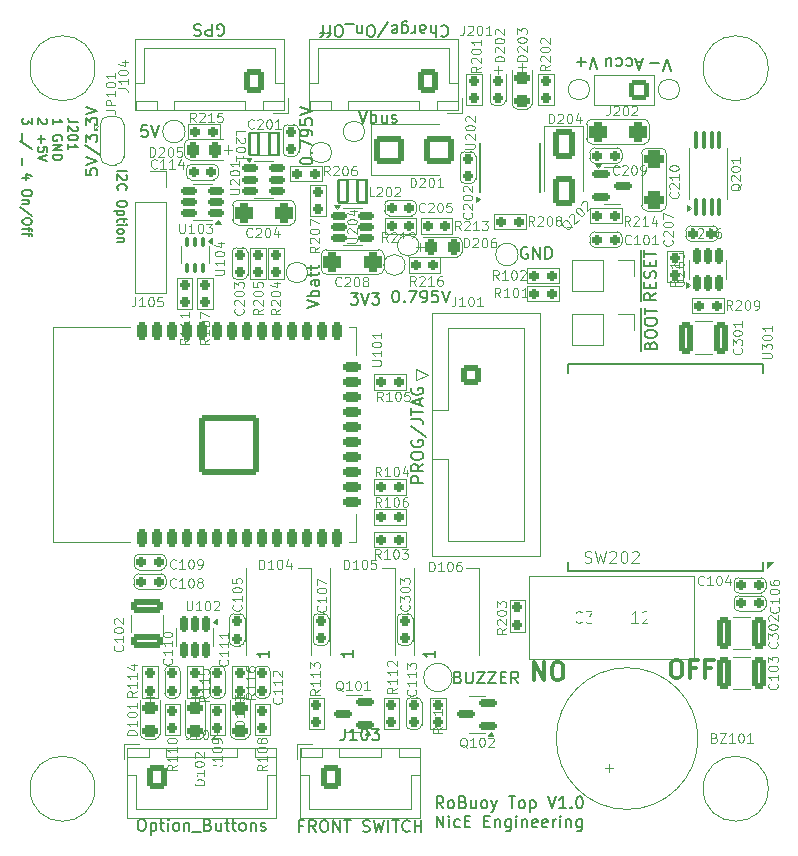
<source format=gbr>
%TF.GenerationSoftware,KiCad,Pcbnew,8.0.1*%
%TF.CreationDate,2024-06-10T15:39:53+02:00*%
%TF.ProjectId,Robuoy-Top,526f6275-6f79-42d5-946f-702e6b696361,rev?*%
%TF.SameCoordinates,Original*%
%TF.FileFunction,Legend,Top*%
%TF.FilePolarity,Positive*%
%FSLAX46Y46*%
G04 Gerber Fmt 4.6, Leading zero omitted, Abs format (unit mm)*
G04 Created by KiCad (PCBNEW 8.0.1) date 2024-06-10 15:39:53*
%MOMM*%
%LPD*%
G01*
G04 APERTURE LIST*
G04 Aperture macros list*
%AMRoundRect*
0 Rectangle with rounded corners*
0 $1 Rounding radius*
0 $2 $3 $4 $5 $6 $7 $8 $9 X,Y pos of 4 corners*
0 Add a 4 corners polygon primitive as box body*
4,1,4,$2,$3,$4,$5,$6,$7,$8,$9,$2,$3,0*
0 Add four circle primitives for the rounded corners*
1,1,$1+$1,$2,$3*
1,1,$1+$1,$4,$5*
1,1,$1+$1,$6,$7*
1,1,$1+$1,$8,$9*
0 Add four rect primitives between the rounded corners*
20,1,$1+$1,$2,$3,$4,$5,0*
20,1,$1+$1,$4,$5,$6,$7,0*
20,1,$1+$1,$6,$7,$8,$9,0*
20,1,$1+$1,$8,$9,$2,$3,0*%
%AMFreePoly0*
4,1,19,0.550000,-0.750000,0.000000,-0.750000,0.000000,-0.744911,-0.071157,-0.744911,-0.207708,-0.704816,-0.327430,-0.627875,-0.420627,-0.520320,-0.479746,-0.390866,-0.500000,-0.250000,-0.500000,0.250000,-0.479746,0.390866,-0.420627,0.520320,-0.327430,0.627875,-0.207708,0.704816,-0.071157,0.744911,0.000000,0.744911,0.000000,0.750000,0.550000,0.750000,0.550000,-0.750000,0.550000,-0.750000,
$1*%
%AMFreePoly1*
4,1,19,0.000000,0.744911,0.071157,0.744911,0.207708,0.704816,0.327430,0.627875,0.420627,0.520320,0.479746,0.390866,0.500000,0.250000,0.500000,-0.250000,0.479746,-0.390866,0.420627,-0.520320,0.327430,-0.627875,0.207708,-0.704816,0.071157,-0.744911,0.000000,-0.744911,0.000000,-0.750000,-0.550000,-0.750000,-0.550000,0.750000,0.000000,0.750000,0.000000,0.744911,0.000000,0.744911,
$1*%
G04 Aperture macros list end*
%ADD10C,0.200000*%
%ADD11C,0.300000*%
%ADD12C,0.100000*%
%ADD13C,0.150000*%
%ADD14C,0.120000*%
%ADD15RoundRect,0.150000X0.150000X-0.512500X0.150000X0.512500X-0.150000X0.512500X-0.150000X-0.512500X0*%
%ADD16RoundRect,0.200000X0.200000X0.250000X-0.200000X0.250000X-0.200000X-0.250000X0.200000X-0.250000X0*%
%ADD17RoundRect,0.200000X-0.200000X-0.250000X0.200000X-0.250000X0.200000X0.250000X-0.200000X0.250000X0*%
%ADD18C,3.200000*%
%ADD19C,1.400000*%
%ADD20RoundRect,0.200000X0.250000X-0.200000X0.250000X0.200000X-0.250000X0.200000X-0.250000X-0.200000X0*%
%ADD21RoundRect,0.100000X0.100000X-0.637500X0.100000X0.637500X-0.100000X0.637500X-0.100000X-0.637500X0*%
%ADD22RoundRect,0.200000X-0.250000X0.200000X-0.250000X-0.200000X0.250000X-0.200000X0.250000X0.200000X0*%
%ADD23R,0.900000X1.500000*%
%ADD24RoundRect,0.150000X-0.587500X-0.150000X0.587500X-0.150000X0.587500X0.150000X-0.587500X0.150000X0*%
%ADD25RoundRect,0.250000X-0.600000X-0.725000X0.600000X-0.725000X0.600000X0.725000X-0.600000X0.725000X0*%
%ADD26O,1.700000X1.950000*%
%ADD27RoundRect,0.250000X0.400000X-0.250000X0.400000X0.250000X-0.400000X0.250000X-0.400000X-0.250000X0*%
%ADD28RoundRect,0.091346X0.383654X0.958654X-0.383654X0.958654X-0.383654X-0.958654X0.383654X-0.958654X0*%
%ADD29RoundRect,0.375000X-0.475000X0.375000X-0.475000X-0.375000X0.475000X-0.375000X0.475000X0.375000X0*%
%ADD30RoundRect,0.250000X0.600000X0.725000X-0.600000X0.725000X-0.600000X-0.725000X0.600000X-0.725000X0*%
%ADD31R,1.700000X1.700000*%
%ADD32O,1.700000X1.700000*%
%ADD33RoundRect,0.150000X0.512500X0.150000X-0.512500X0.150000X-0.512500X-0.150000X0.512500X-0.150000X0*%
%ADD34FreePoly0,270.000000*%
%ADD35R,1.500000X1.000000*%
%ADD36FreePoly1,270.000000*%
%ADD37C,1.500000*%
%ADD38RoundRect,0.250000X-0.250000X-0.400000X0.250000X-0.400000X0.250000X0.400000X-0.250000X0.400000X0*%
%ADD39RoundRect,0.250000X-1.000000X-0.900000X1.000000X-0.900000X1.000000X0.900000X-1.000000X0.900000X0*%
%ADD40RoundRect,0.250000X-0.325000X-1.100000X0.325000X-1.100000X0.325000X1.100000X-0.325000X1.100000X0*%
%ADD41RoundRect,0.150000X-0.150000X0.512500X-0.150000X-0.512500X0.150000X-0.512500X0.150000X0.512500X0*%
%ADD42RoundRect,0.150000X0.587500X0.150000X-0.587500X0.150000X-0.587500X-0.150000X0.587500X-0.150000X0*%
%ADD43RoundRect,0.250000X-0.650000X1.000000X-0.650000X-1.000000X0.650000X-1.000000X0.650000X1.000000X0*%
%ADD44RoundRect,0.250000X-1.100000X0.325000X-1.100000X-0.325000X1.100000X-0.325000X1.100000X0.325000X0*%
%ADD45C,3.500000*%
%ADD46R,0.650000X1.500000*%
%ADD47R,1.800000X1.350000*%
%ADD48R,2.000000X1.500000*%
%ADD49RoundRect,0.150000X-0.512500X-0.150000X0.512500X-0.150000X0.512500X0.150000X-0.512500X0.150000X0*%
%ADD50RoundRect,0.375000X-0.375000X-0.475000X0.375000X-0.475000X0.375000X0.475000X-0.375000X0.475000X0*%
%ADD51R,1.650000X1.650000*%
%ADD52C,1.700000*%
%ADD53RoundRect,0.375000X0.375000X0.475000X-0.375000X0.475000X-0.375000X-0.475000X0.375000X-0.475000X0*%
%ADD54RoundRect,0.225000X0.225000X-0.525000X0.225000X0.525000X-0.225000X0.525000X-0.225000X-0.525000X0*%
%ADD55RoundRect,0.225000X0.525000X0.225000X-0.525000X0.225000X-0.525000X-0.225000X0.525000X-0.225000X0*%
%ADD56RoundRect,0.250000X2.250000X-2.250000X2.250000X2.250000X-2.250000X2.250000X-2.250000X-2.250000X0*%
%ADD57RoundRect,0.100000X-0.100000X0.350000X-0.100000X-0.350000X0.100000X-0.350000X0.100000X0.350000X0*%
%ADD58RoundRect,0.206250X0.618750X0.618750X-0.618750X0.618750X-0.618750X-0.618750X0.618750X-0.618750X0*%
%ADD59C,2.000000*%
%ADD60RoundRect,0.250000X0.250000X0.400000X-0.250000X0.400000X-0.250000X-0.400000X0.250000X-0.400000X0*%
%ADD61RoundRect,0.250000X-0.600000X-0.600000X0.600000X-0.600000X0.600000X0.600000X-0.600000X0.600000X0*%
G04 APERTURE END LIST*
D10*
X50241101Y-111657275D02*
X49907768Y-111181084D01*
X49669673Y-111657275D02*
X49669673Y-110657275D01*
X49669673Y-110657275D02*
X50050625Y-110657275D01*
X50050625Y-110657275D02*
X50145863Y-110704894D01*
X50145863Y-110704894D02*
X50193482Y-110752513D01*
X50193482Y-110752513D02*
X50241101Y-110847751D01*
X50241101Y-110847751D02*
X50241101Y-110990608D01*
X50241101Y-110990608D02*
X50193482Y-111085846D01*
X50193482Y-111085846D02*
X50145863Y-111133465D01*
X50145863Y-111133465D02*
X50050625Y-111181084D01*
X50050625Y-111181084D02*
X49669673Y-111181084D01*
X50812530Y-111657275D02*
X50717292Y-111609656D01*
X50717292Y-111609656D02*
X50669673Y-111562036D01*
X50669673Y-111562036D02*
X50622054Y-111466798D01*
X50622054Y-111466798D02*
X50622054Y-111181084D01*
X50622054Y-111181084D02*
X50669673Y-111085846D01*
X50669673Y-111085846D02*
X50717292Y-111038227D01*
X50717292Y-111038227D02*
X50812530Y-110990608D01*
X50812530Y-110990608D02*
X50955387Y-110990608D01*
X50955387Y-110990608D02*
X51050625Y-111038227D01*
X51050625Y-111038227D02*
X51098244Y-111085846D01*
X51098244Y-111085846D02*
X51145863Y-111181084D01*
X51145863Y-111181084D02*
X51145863Y-111466798D01*
X51145863Y-111466798D02*
X51098244Y-111562036D01*
X51098244Y-111562036D02*
X51050625Y-111609656D01*
X51050625Y-111609656D02*
X50955387Y-111657275D01*
X50955387Y-111657275D02*
X50812530Y-111657275D01*
X51907768Y-111133465D02*
X52050625Y-111181084D01*
X52050625Y-111181084D02*
X52098244Y-111228703D01*
X52098244Y-111228703D02*
X52145863Y-111323941D01*
X52145863Y-111323941D02*
X52145863Y-111466798D01*
X52145863Y-111466798D02*
X52098244Y-111562036D01*
X52098244Y-111562036D02*
X52050625Y-111609656D01*
X52050625Y-111609656D02*
X51955387Y-111657275D01*
X51955387Y-111657275D02*
X51574435Y-111657275D01*
X51574435Y-111657275D02*
X51574435Y-110657275D01*
X51574435Y-110657275D02*
X51907768Y-110657275D01*
X51907768Y-110657275D02*
X52003006Y-110704894D01*
X52003006Y-110704894D02*
X52050625Y-110752513D01*
X52050625Y-110752513D02*
X52098244Y-110847751D01*
X52098244Y-110847751D02*
X52098244Y-110942989D01*
X52098244Y-110942989D02*
X52050625Y-111038227D01*
X52050625Y-111038227D02*
X52003006Y-111085846D01*
X52003006Y-111085846D02*
X51907768Y-111133465D01*
X51907768Y-111133465D02*
X51574435Y-111133465D01*
X53003006Y-110990608D02*
X53003006Y-111657275D01*
X52574435Y-110990608D02*
X52574435Y-111514417D01*
X52574435Y-111514417D02*
X52622054Y-111609656D01*
X52622054Y-111609656D02*
X52717292Y-111657275D01*
X52717292Y-111657275D02*
X52860149Y-111657275D01*
X52860149Y-111657275D02*
X52955387Y-111609656D01*
X52955387Y-111609656D02*
X53003006Y-111562036D01*
X53622054Y-111657275D02*
X53526816Y-111609656D01*
X53526816Y-111609656D02*
X53479197Y-111562036D01*
X53479197Y-111562036D02*
X53431578Y-111466798D01*
X53431578Y-111466798D02*
X53431578Y-111181084D01*
X53431578Y-111181084D02*
X53479197Y-111085846D01*
X53479197Y-111085846D02*
X53526816Y-111038227D01*
X53526816Y-111038227D02*
X53622054Y-110990608D01*
X53622054Y-110990608D02*
X53764911Y-110990608D01*
X53764911Y-110990608D02*
X53860149Y-111038227D01*
X53860149Y-111038227D02*
X53907768Y-111085846D01*
X53907768Y-111085846D02*
X53955387Y-111181084D01*
X53955387Y-111181084D02*
X53955387Y-111466798D01*
X53955387Y-111466798D02*
X53907768Y-111562036D01*
X53907768Y-111562036D02*
X53860149Y-111609656D01*
X53860149Y-111609656D02*
X53764911Y-111657275D01*
X53764911Y-111657275D02*
X53622054Y-111657275D01*
X54288721Y-110990608D02*
X54526816Y-111657275D01*
X54764911Y-110990608D02*
X54526816Y-111657275D01*
X54526816Y-111657275D02*
X54431578Y-111895370D01*
X54431578Y-111895370D02*
X54383959Y-111942989D01*
X54383959Y-111942989D02*
X54288721Y-111990608D01*
X55764912Y-110657275D02*
X56336340Y-110657275D01*
X56050626Y-111657275D02*
X56050626Y-110657275D01*
X56812531Y-111657275D02*
X56717293Y-111609656D01*
X56717293Y-111609656D02*
X56669674Y-111562036D01*
X56669674Y-111562036D02*
X56622055Y-111466798D01*
X56622055Y-111466798D02*
X56622055Y-111181084D01*
X56622055Y-111181084D02*
X56669674Y-111085846D01*
X56669674Y-111085846D02*
X56717293Y-111038227D01*
X56717293Y-111038227D02*
X56812531Y-110990608D01*
X56812531Y-110990608D02*
X56955388Y-110990608D01*
X56955388Y-110990608D02*
X57050626Y-111038227D01*
X57050626Y-111038227D02*
X57098245Y-111085846D01*
X57098245Y-111085846D02*
X57145864Y-111181084D01*
X57145864Y-111181084D02*
X57145864Y-111466798D01*
X57145864Y-111466798D02*
X57098245Y-111562036D01*
X57098245Y-111562036D02*
X57050626Y-111609656D01*
X57050626Y-111609656D02*
X56955388Y-111657275D01*
X56955388Y-111657275D02*
X56812531Y-111657275D01*
X57574436Y-110990608D02*
X57574436Y-111990608D01*
X57574436Y-111038227D02*
X57669674Y-110990608D01*
X57669674Y-110990608D02*
X57860150Y-110990608D01*
X57860150Y-110990608D02*
X57955388Y-111038227D01*
X57955388Y-111038227D02*
X58003007Y-111085846D01*
X58003007Y-111085846D02*
X58050626Y-111181084D01*
X58050626Y-111181084D02*
X58050626Y-111466798D01*
X58050626Y-111466798D02*
X58003007Y-111562036D01*
X58003007Y-111562036D02*
X57955388Y-111609656D01*
X57955388Y-111609656D02*
X57860150Y-111657275D01*
X57860150Y-111657275D02*
X57669674Y-111657275D01*
X57669674Y-111657275D02*
X57574436Y-111609656D01*
X59098246Y-110657275D02*
X59431579Y-111657275D01*
X59431579Y-111657275D02*
X59764912Y-110657275D01*
X60622055Y-111657275D02*
X60050627Y-111657275D01*
X60336341Y-111657275D02*
X60336341Y-110657275D01*
X60336341Y-110657275D02*
X60241103Y-110800132D01*
X60241103Y-110800132D02*
X60145865Y-110895370D01*
X60145865Y-110895370D02*
X60050627Y-110942989D01*
X61050627Y-111562036D02*
X61098246Y-111609656D01*
X61098246Y-111609656D02*
X61050627Y-111657275D01*
X61050627Y-111657275D02*
X61003008Y-111609656D01*
X61003008Y-111609656D02*
X61050627Y-111562036D01*
X61050627Y-111562036D02*
X61050627Y-111657275D01*
X61717293Y-110657275D02*
X61812531Y-110657275D01*
X61812531Y-110657275D02*
X61907769Y-110704894D01*
X61907769Y-110704894D02*
X61955388Y-110752513D01*
X61955388Y-110752513D02*
X62003007Y-110847751D01*
X62003007Y-110847751D02*
X62050626Y-111038227D01*
X62050626Y-111038227D02*
X62050626Y-111276322D01*
X62050626Y-111276322D02*
X62003007Y-111466798D01*
X62003007Y-111466798D02*
X61955388Y-111562036D01*
X61955388Y-111562036D02*
X61907769Y-111609656D01*
X61907769Y-111609656D02*
X61812531Y-111657275D01*
X61812531Y-111657275D02*
X61717293Y-111657275D01*
X61717293Y-111657275D02*
X61622055Y-111609656D01*
X61622055Y-111609656D02*
X61574436Y-111562036D01*
X61574436Y-111562036D02*
X61526817Y-111466798D01*
X61526817Y-111466798D02*
X61479198Y-111276322D01*
X61479198Y-111276322D02*
X61479198Y-111038227D01*
X61479198Y-111038227D02*
X61526817Y-110847751D01*
X61526817Y-110847751D02*
X61574436Y-110752513D01*
X61574436Y-110752513D02*
X61622055Y-110704894D01*
X61622055Y-110704894D02*
X61717293Y-110657275D01*
X49669673Y-113267219D02*
X49669673Y-112267219D01*
X49669673Y-112267219D02*
X50241101Y-113267219D01*
X50241101Y-113267219D02*
X50241101Y-112267219D01*
X50717292Y-113267219D02*
X50717292Y-112600552D01*
X50717292Y-112267219D02*
X50669673Y-112314838D01*
X50669673Y-112314838D02*
X50717292Y-112362457D01*
X50717292Y-112362457D02*
X50764911Y-112314838D01*
X50764911Y-112314838D02*
X50717292Y-112267219D01*
X50717292Y-112267219D02*
X50717292Y-112362457D01*
X51622053Y-113219600D02*
X51526815Y-113267219D01*
X51526815Y-113267219D02*
X51336339Y-113267219D01*
X51336339Y-113267219D02*
X51241101Y-113219600D01*
X51241101Y-113219600D02*
X51193482Y-113171980D01*
X51193482Y-113171980D02*
X51145863Y-113076742D01*
X51145863Y-113076742D02*
X51145863Y-112791028D01*
X51145863Y-112791028D02*
X51193482Y-112695790D01*
X51193482Y-112695790D02*
X51241101Y-112648171D01*
X51241101Y-112648171D02*
X51336339Y-112600552D01*
X51336339Y-112600552D02*
X51526815Y-112600552D01*
X51526815Y-112600552D02*
X51622053Y-112648171D01*
X52050625Y-112743409D02*
X52383958Y-112743409D01*
X52526815Y-113267219D02*
X52050625Y-113267219D01*
X52050625Y-113267219D02*
X52050625Y-112267219D01*
X52050625Y-112267219D02*
X52526815Y-112267219D01*
X53717292Y-112743409D02*
X54050625Y-112743409D01*
X54193482Y-113267219D02*
X53717292Y-113267219D01*
X53717292Y-113267219D02*
X53717292Y-112267219D01*
X53717292Y-112267219D02*
X54193482Y-112267219D01*
X54622054Y-112600552D02*
X54622054Y-113267219D01*
X54622054Y-112695790D02*
X54669673Y-112648171D01*
X54669673Y-112648171D02*
X54764911Y-112600552D01*
X54764911Y-112600552D02*
X54907768Y-112600552D01*
X54907768Y-112600552D02*
X55003006Y-112648171D01*
X55003006Y-112648171D02*
X55050625Y-112743409D01*
X55050625Y-112743409D02*
X55050625Y-113267219D01*
X55955387Y-112600552D02*
X55955387Y-113410076D01*
X55955387Y-113410076D02*
X55907768Y-113505314D01*
X55907768Y-113505314D02*
X55860149Y-113552933D01*
X55860149Y-113552933D02*
X55764911Y-113600552D01*
X55764911Y-113600552D02*
X55622054Y-113600552D01*
X55622054Y-113600552D02*
X55526816Y-113552933D01*
X55955387Y-113219600D02*
X55860149Y-113267219D01*
X55860149Y-113267219D02*
X55669673Y-113267219D01*
X55669673Y-113267219D02*
X55574435Y-113219600D01*
X55574435Y-113219600D02*
X55526816Y-113171980D01*
X55526816Y-113171980D02*
X55479197Y-113076742D01*
X55479197Y-113076742D02*
X55479197Y-112791028D01*
X55479197Y-112791028D02*
X55526816Y-112695790D01*
X55526816Y-112695790D02*
X55574435Y-112648171D01*
X55574435Y-112648171D02*
X55669673Y-112600552D01*
X55669673Y-112600552D02*
X55860149Y-112600552D01*
X55860149Y-112600552D02*
X55955387Y-112648171D01*
X56431578Y-113267219D02*
X56431578Y-112600552D01*
X56431578Y-112267219D02*
X56383959Y-112314838D01*
X56383959Y-112314838D02*
X56431578Y-112362457D01*
X56431578Y-112362457D02*
X56479197Y-112314838D01*
X56479197Y-112314838D02*
X56431578Y-112267219D01*
X56431578Y-112267219D02*
X56431578Y-112362457D01*
X56907768Y-112600552D02*
X56907768Y-113267219D01*
X56907768Y-112695790D02*
X56955387Y-112648171D01*
X56955387Y-112648171D02*
X57050625Y-112600552D01*
X57050625Y-112600552D02*
X57193482Y-112600552D01*
X57193482Y-112600552D02*
X57288720Y-112648171D01*
X57288720Y-112648171D02*
X57336339Y-112743409D01*
X57336339Y-112743409D02*
X57336339Y-113267219D01*
X58193482Y-113219600D02*
X58098244Y-113267219D01*
X58098244Y-113267219D02*
X57907768Y-113267219D01*
X57907768Y-113267219D02*
X57812530Y-113219600D01*
X57812530Y-113219600D02*
X57764911Y-113124361D01*
X57764911Y-113124361D02*
X57764911Y-112743409D01*
X57764911Y-112743409D02*
X57812530Y-112648171D01*
X57812530Y-112648171D02*
X57907768Y-112600552D01*
X57907768Y-112600552D02*
X58098244Y-112600552D01*
X58098244Y-112600552D02*
X58193482Y-112648171D01*
X58193482Y-112648171D02*
X58241101Y-112743409D01*
X58241101Y-112743409D02*
X58241101Y-112838647D01*
X58241101Y-112838647D02*
X57764911Y-112933885D01*
X59050625Y-113219600D02*
X58955387Y-113267219D01*
X58955387Y-113267219D02*
X58764911Y-113267219D01*
X58764911Y-113267219D02*
X58669673Y-113219600D01*
X58669673Y-113219600D02*
X58622054Y-113124361D01*
X58622054Y-113124361D02*
X58622054Y-112743409D01*
X58622054Y-112743409D02*
X58669673Y-112648171D01*
X58669673Y-112648171D02*
X58764911Y-112600552D01*
X58764911Y-112600552D02*
X58955387Y-112600552D01*
X58955387Y-112600552D02*
X59050625Y-112648171D01*
X59050625Y-112648171D02*
X59098244Y-112743409D01*
X59098244Y-112743409D02*
X59098244Y-112838647D01*
X59098244Y-112838647D02*
X58622054Y-112933885D01*
X59526816Y-113267219D02*
X59526816Y-112600552D01*
X59526816Y-112791028D02*
X59574435Y-112695790D01*
X59574435Y-112695790D02*
X59622054Y-112648171D01*
X59622054Y-112648171D02*
X59717292Y-112600552D01*
X59717292Y-112600552D02*
X59812530Y-112600552D01*
X60145864Y-113267219D02*
X60145864Y-112600552D01*
X60145864Y-112267219D02*
X60098245Y-112314838D01*
X60098245Y-112314838D02*
X60145864Y-112362457D01*
X60145864Y-112362457D02*
X60193483Y-112314838D01*
X60193483Y-112314838D02*
X60145864Y-112267219D01*
X60145864Y-112267219D02*
X60145864Y-112362457D01*
X60622054Y-112600552D02*
X60622054Y-113267219D01*
X60622054Y-112695790D02*
X60669673Y-112648171D01*
X60669673Y-112648171D02*
X60764911Y-112600552D01*
X60764911Y-112600552D02*
X60907768Y-112600552D01*
X60907768Y-112600552D02*
X61003006Y-112648171D01*
X61003006Y-112648171D02*
X61050625Y-112743409D01*
X61050625Y-112743409D02*
X61050625Y-113267219D01*
X61955387Y-112600552D02*
X61955387Y-113410076D01*
X61955387Y-113410076D02*
X61907768Y-113505314D01*
X61907768Y-113505314D02*
X61860149Y-113552933D01*
X61860149Y-113552933D02*
X61764911Y-113600552D01*
X61764911Y-113600552D02*
X61622054Y-113600552D01*
X61622054Y-113600552D02*
X61526816Y-113552933D01*
X61955387Y-113219600D02*
X61860149Y-113267219D01*
X61860149Y-113267219D02*
X61669673Y-113267219D01*
X61669673Y-113267219D02*
X61574435Y-113219600D01*
X61574435Y-113219600D02*
X61526816Y-113171980D01*
X61526816Y-113171980D02*
X61479197Y-113076742D01*
X61479197Y-113076742D02*
X61479197Y-112791028D01*
X61479197Y-112791028D02*
X61526816Y-112695790D01*
X61526816Y-112695790D02*
X61574435Y-112648171D01*
X61574435Y-112648171D02*
X61669673Y-112600552D01*
X61669673Y-112600552D02*
X61860149Y-112600552D01*
X61860149Y-112600552D02*
X61955387Y-112648171D01*
D11*
X69840225Y-99100828D02*
X70125939Y-99100828D01*
X70125939Y-99100828D02*
X70268796Y-99172257D01*
X70268796Y-99172257D02*
X70411653Y-99315114D01*
X70411653Y-99315114D02*
X70483082Y-99600828D01*
X70483082Y-99600828D02*
X70483082Y-100100828D01*
X70483082Y-100100828D02*
X70411653Y-100386542D01*
X70411653Y-100386542D02*
X70268796Y-100529400D01*
X70268796Y-100529400D02*
X70125939Y-100600828D01*
X70125939Y-100600828D02*
X69840225Y-100600828D01*
X69840225Y-100600828D02*
X69697368Y-100529400D01*
X69697368Y-100529400D02*
X69554510Y-100386542D01*
X69554510Y-100386542D02*
X69483082Y-100100828D01*
X69483082Y-100100828D02*
X69483082Y-99600828D01*
X69483082Y-99600828D02*
X69554510Y-99315114D01*
X69554510Y-99315114D02*
X69697368Y-99172257D01*
X69697368Y-99172257D02*
X69840225Y-99100828D01*
X71625939Y-99815114D02*
X71125939Y-99815114D01*
X71125939Y-100600828D02*
X71125939Y-99100828D01*
X71125939Y-99100828D02*
X71840225Y-99100828D01*
X72911653Y-99815114D02*
X72411653Y-99815114D01*
X72411653Y-100600828D02*
X72411653Y-99100828D01*
X72411653Y-99100828D02*
X73125939Y-99100828D01*
X60059774Y-100799171D02*
X59774060Y-100799171D01*
X59774060Y-100799171D02*
X59631203Y-100727742D01*
X59631203Y-100727742D02*
X59488346Y-100584885D01*
X59488346Y-100584885D02*
X59416917Y-100299171D01*
X59416917Y-100299171D02*
X59416917Y-99799171D01*
X59416917Y-99799171D02*
X59488346Y-99513457D01*
X59488346Y-99513457D02*
X59631203Y-99370600D01*
X59631203Y-99370600D02*
X59774060Y-99299171D01*
X59774060Y-99299171D02*
X60059774Y-99299171D01*
X60059774Y-99299171D02*
X60202632Y-99370600D01*
X60202632Y-99370600D02*
X60345489Y-99513457D01*
X60345489Y-99513457D02*
X60416917Y-99799171D01*
X60416917Y-99799171D02*
X60416917Y-100299171D01*
X60416917Y-100299171D02*
X60345489Y-100584885D01*
X60345489Y-100584885D02*
X60202632Y-100727742D01*
X60202632Y-100727742D02*
X60059774Y-100799171D01*
X58774060Y-99299171D02*
X58774060Y-100799171D01*
X58774060Y-100799171D02*
X57916917Y-99299171D01*
X57916917Y-99299171D02*
X57916917Y-100799171D01*
D10*
X19272169Y-53550625D02*
X18700741Y-53550625D01*
X18700741Y-53550625D02*
X18586455Y-53512530D01*
X18586455Y-53512530D02*
X18510265Y-53436339D01*
X18510265Y-53436339D02*
X18472169Y-53322054D01*
X18472169Y-53322054D02*
X18472169Y-53245863D01*
X19195979Y-53893482D02*
X19234074Y-53931578D01*
X19234074Y-53931578D02*
X19272169Y-54007768D01*
X19272169Y-54007768D02*
X19272169Y-54198244D01*
X19272169Y-54198244D02*
X19234074Y-54274435D01*
X19234074Y-54274435D02*
X19195979Y-54312530D01*
X19195979Y-54312530D02*
X19119788Y-54350625D01*
X19119788Y-54350625D02*
X19043598Y-54350625D01*
X19043598Y-54350625D02*
X18929312Y-54312530D01*
X18929312Y-54312530D02*
X18472169Y-53855387D01*
X18472169Y-53855387D02*
X18472169Y-54350625D01*
X19272169Y-54845864D02*
X19272169Y-54922054D01*
X19272169Y-54922054D02*
X19234074Y-54998245D01*
X19234074Y-54998245D02*
X19195979Y-55036340D01*
X19195979Y-55036340D02*
X19119788Y-55074435D01*
X19119788Y-55074435D02*
X18967407Y-55112530D01*
X18967407Y-55112530D02*
X18776931Y-55112530D01*
X18776931Y-55112530D02*
X18624550Y-55074435D01*
X18624550Y-55074435D02*
X18548360Y-55036340D01*
X18548360Y-55036340D02*
X18510265Y-54998245D01*
X18510265Y-54998245D02*
X18472169Y-54922054D01*
X18472169Y-54922054D02*
X18472169Y-54845864D01*
X18472169Y-54845864D02*
X18510265Y-54769673D01*
X18510265Y-54769673D02*
X18548360Y-54731578D01*
X18548360Y-54731578D02*
X18624550Y-54693483D01*
X18624550Y-54693483D02*
X18776931Y-54655387D01*
X18776931Y-54655387D02*
X18967407Y-54655387D01*
X18967407Y-54655387D02*
X19119788Y-54693483D01*
X19119788Y-54693483D02*
X19195979Y-54731578D01*
X19195979Y-54731578D02*
X19234074Y-54769673D01*
X19234074Y-54769673D02*
X19272169Y-54845864D01*
X18472169Y-55874435D02*
X18472169Y-55417292D01*
X18472169Y-55645864D02*
X19272169Y-55645864D01*
X19272169Y-55645864D02*
X19157884Y-55569673D01*
X19157884Y-55569673D02*
X19081693Y-55493483D01*
X19081693Y-55493483D02*
X19043598Y-55417292D01*
X17184214Y-53741101D02*
X17184214Y-53283958D01*
X17184214Y-53512530D02*
X17984214Y-53512530D01*
X17984214Y-53512530D02*
X17869929Y-53436339D01*
X17869929Y-53436339D02*
X17793738Y-53360149D01*
X17793738Y-53360149D02*
X17755643Y-53283958D01*
X17946119Y-55112530D02*
X17984214Y-55036340D01*
X17984214Y-55036340D02*
X17984214Y-54922054D01*
X17984214Y-54922054D02*
X17946119Y-54807768D01*
X17946119Y-54807768D02*
X17869929Y-54731578D01*
X17869929Y-54731578D02*
X17793738Y-54693483D01*
X17793738Y-54693483D02*
X17641357Y-54655387D01*
X17641357Y-54655387D02*
X17527071Y-54655387D01*
X17527071Y-54655387D02*
X17374690Y-54693483D01*
X17374690Y-54693483D02*
X17298500Y-54731578D01*
X17298500Y-54731578D02*
X17222310Y-54807768D01*
X17222310Y-54807768D02*
X17184214Y-54922054D01*
X17184214Y-54922054D02*
X17184214Y-54998245D01*
X17184214Y-54998245D02*
X17222310Y-55112530D01*
X17222310Y-55112530D02*
X17260405Y-55150626D01*
X17260405Y-55150626D02*
X17527071Y-55150626D01*
X17527071Y-55150626D02*
X17527071Y-54998245D01*
X17184214Y-55493483D02*
X17984214Y-55493483D01*
X17984214Y-55493483D02*
X17184214Y-55950626D01*
X17184214Y-55950626D02*
X17984214Y-55950626D01*
X17184214Y-56331578D02*
X17984214Y-56331578D01*
X17984214Y-56331578D02*
X17984214Y-56522054D01*
X17984214Y-56522054D02*
X17946119Y-56636340D01*
X17946119Y-56636340D02*
X17869929Y-56712530D01*
X17869929Y-56712530D02*
X17793738Y-56750625D01*
X17793738Y-56750625D02*
X17641357Y-56788721D01*
X17641357Y-56788721D02*
X17527071Y-56788721D01*
X17527071Y-56788721D02*
X17374690Y-56750625D01*
X17374690Y-56750625D02*
X17298500Y-56712530D01*
X17298500Y-56712530D02*
X17222310Y-56636340D01*
X17222310Y-56636340D02*
X17184214Y-56522054D01*
X17184214Y-56522054D02*
X17184214Y-56331578D01*
X16620069Y-53283958D02*
X16658164Y-53322054D01*
X16658164Y-53322054D02*
X16696259Y-53398244D01*
X16696259Y-53398244D02*
X16696259Y-53588720D01*
X16696259Y-53588720D02*
X16658164Y-53664911D01*
X16658164Y-53664911D02*
X16620069Y-53703006D01*
X16620069Y-53703006D02*
X16543878Y-53741101D01*
X16543878Y-53741101D02*
X16467688Y-53741101D01*
X16467688Y-53741101D02*
X16353402Y-53703006D01*
X16353402Y-53703006D02*
X15896259Y-53245863D01*
X15896259Y-53245863D02*
X15896259Y-53741101D01*
X16201021Y-54693483D02*
X16201021Y-55303007D01*
X15896259Y-54998245D02*
X16505783Y-54998245D01*
X16696259Y-56064911D02*
X16696259Y-55683959D01*
X16696259Y-55683959D02*
X16315307Y-55645863D01*
X16315307Y-55645863D02*
X16353402Y-55683959D01*
X16353402Y-55683959D02*
X16391497Y-55760149D01*
X16391497Y-55760149D02*
X16391497Y-55950625D01*
X16391497Y-55950625D02*
X16353402Y-56026816D01*
X16353402Y-56026816D02*
X16315307Y-56064911D01*
X16315307Y-56064911D02*
X16239116Y-56103006D01*
X16239116Y-56103006D02*
X16048640Y-56103006D01*
X16048640Y-56103006D02*
X15972450Y-56064911D01*
X15972450Y-56064911D02*
X15934355Y-56026816D01*
X15934355Y-56026816D02*
X15896259Y-55950625D01*
X15896259Y-55950625D02*
X15896259Y-55760149D01*
X15896259Y-55760149D02*
X15934355Y-55683959D01*
X15934355Y-55683959D02*
X15972450Y-55645863D01*
X16696259Y-56331578D02*
X15896259Y-56598245D01*
X15896259Y-56598245D02*
X16696259Y-56864911D01*
X15408304Y-53245863D02*
X15408304Y-53741101D01*
X15408304Y-53741101D02*
X15103542Y-53474435D01*
X15103542Y-53474435D02*
X15103542Y-53588720D01*
X15103542Y-53588720D02*
X15065447Y-53664911D01*
X15065447Y-53664911D02*
X15027352Y-53703006D01*
X15027352Y-53703006D02*
X14951161Y-53741101D01*
X14951161Y-53741101D02*
X14760685Y-53741101D01*
X14760685Y-53741101D02*
X14684495Y-53703006D01*
X14684495Y-53703006D02*
X14646400Y-53664911D01*
X14646400Y-53664911D02*
X14608304Y-53588720D01*
X14608304Y-53588720D02*
X14608304Y-53360149D01*
X14608304Y-53360149D02*
X14646400Y-53283958D01*
X14646400Y-53283958D02*
X14684495Y-53245863D01*
X14532114Y-54503007D02*
X14532114Y-55112530D01*
X15446400Y-55874435D02*
X14417828Y-55188721D01*
X14532114Y-56560150D02*
X14532114Y-57169673D01*
X15141638Y-58312531D02*
X14608304Y-58312531D01*
X15446400Y-58122055D02*
X14874971Y-57931578D01*
X14874971Y-57931578D02*
X14874971Y-58426817D01*
X15408304Y-59493484D02*
X15408304Y-59645865D01*
X15408304Y-59645865D02*
X15370209Y-59722055D01*
X15370209Y-59722055D02*
X15294019Y-59798246D01*
X15294019Y-59798246D02*
X15141638Y-59836341D01*
X15141638Y-59836341D02*
X14874971Y-59836341D01*
X14874971Y-59836341D02*
X14722590Y-59798246D01*
X14722590Y-59798246D02*
X14646400Y-59722055D01*
X14646400Y-59722055D02*
X14608304Y-59645865D01*
X14608304Y-59645865D02*
X14608304Y-59493484D01*
X14608304Y-59493484D02*
X14646400Y-59417293D01*
X14646400Y-59417293D02*
X14722590Y-59341103D01*
X14722590Y-59341103D02*
X14874971Y-59303007D01*
X14874971Y-59303007D02*
X15141638Y-59303007D01*
X15141638Y-59303007D02*
X15294019Y-59341103D01*
X15294019Y-59341103D02*
X15370209Y-59417293D01*
X15370209Y-59417293D02*
X15408304Y-59493484D01*
X15141638Y-60179198D02*
X14608304Y-60179198D01*
X15065447Y-60179198D02*
X15103542Y-60217293D01*
X15103542Y-60217293D02*
X15141638Y-60293483D01*
X15141638Y-60293483D02*
X15141638Y-60407769D01*
X15141638Y-60407769D02*
X15103542Y-60483960D01*
X15103542Y-60483960D02*
X15027352Y-60522055D01*
X15027352Y-60522055D02*
X14608304Y-60522055D01*
X15446400Y-61474436D02*
X14417828Y-60788722D01*
X15408304Y-61893484D02*
X15408304Y-62045865D01*
X15408304Y-62045865D02*
X15370209Y-62122055D01*
X15370209Y-62122055D02*
X15294019Y-62198246D01*
X15294019Y-62198246D02*
X15141638Y-62236341D01*
X15141638Y-62236341D02*
X14874971Y-62236341D01*
X14874971Y-62236341D02*
X14722590Y-62198246D01*
X14722590Y-62198246D02*
X14646400Y-62122055D01*
X14646400Y-62122055D02*
X14608304Y-62045865D01*
X14608304Y-62045865D02*
X14608304Y-61893484D01*
X14608304Y-61893484D02*
X14646400Y-61817293D01*
X14646400Y-61817293D02*
X14722590Y-61741103D01*
X14722590Y-61741103D02*
X14874971Y-61703007D01*
X14874971Y-61703007D02*
X15141638Y-61703007D01*
X15141638Y-61703007D02*
X15294019Y-61741103D01*
X15294019Y-61741103D02*
X15370209Y-61817293D01*
X15370209Y-61817293D02*
X15408304Y-61893484D01*
X15141638Y-62464912D02*
X15141638Y-62769674D01*
X14608304Y-62579198D02*
X15294019Y-62579198D01*
X15294019Y-62579198D02*
X15370209Y-62617293D01*
X15370209Y-62617293D02*
X15408304Y-62693483D01*
X15408304Y-62693483D02*
X15408304Y-62769674D01*
X15141638Y-62922055D02*
X15141638Y-63226817D01*
X14608304Y-63036341D02*
X15294019Y-63036341D01*
X15294019Y-63036341D02*
X15370209Y-63074436D01*
X15370209Y-63074436D02*
X15408304Y-63150626D01*
X15408304Y-63150626D02*
X15408304Y-63226817D01*
D12*
X69808895Y-67411428D02*
X70456514Y-67411428D01*
X70456514Y-67411428D02*
X70532704Y-67373333D01*
X70532704Y-67373333D02*
X70570800Y-67335238D01*
X70570800Y-67335238D02*
X70608895Y-67259047D01*
X70608895Y-67259047D02*
X70608895Y-67106666D01*
X70608895Y-67106666D02*
X70570800Y-67030476D01*
X70570800Y-67030476D02*
X70532704Y-66992381D01*
X70532704Y-66992381D02*
X70456514Y-66954285D01*
X70456514Y-66954285D02*
X69808895Y-66954285D01*
X69885085Y-66611429D02*
X69846990Y-66573333D01*
X69846990Y-66573333D02*
X69808895Y-66497143D01*
X69808895Y-66497143D02*
X69808895Y-66306667D01*
X69808895Y-66306667D02*
X69846990Y-66230476D01*
X69846990Y-66230476D02*
X69885085Y-66192381D01*
X69885085Y-66192381D02*
X69961276Y-66154286D01*
X69961276Y-66154286D02*
X70037466Y-66154286D01*
X70037466Y-66154286D02*
X70151752Y-66192381D01*
X70151752Y-66192381D02*
X70608895Y-66649524D01*
X70608895Y-66649524D02*
X70608895Y-66154286D01*
X69808895Y-65659047D02*
X69808895Y-65582857D01*
X69808895Y-65582857D02*
X69846990Y-65506666D01*
X69846990Y-65506666D02*
X69885085Y-65468571D01*
X69885085Y-65468571D02*
X69961276Y-65430476D01*
X69961276Y-65430476D02*
X70113657Y-65392381D01*
X70113657Y-65392381D02*
X70304133Y-65392381D01*
X70304133Y-65392381D02*
X70456514Y-65430476D01*
X70456514Y-65430476D02*
X70532704Y-65468571D01*
X70532704Y-65468571D02*
X70570800Y-65506666D01*
X70570800Y-65506666D02*
X70608895Y-65582857D01*
X70608895Y-65582857D02*
X70608895Y-65659047D01*
X70608895Y-65659047D02*
X70570800Y-65735238D01*
X70570800Y-65735238D02*
X70532704Y-65773333D01*
X70532704Y-65773333D02*
X70456514Y-65811428D01*
X70456514Y-65811428D02*
X70304133Y-65849524D01*
X70304133Y-65849524D02*
X70113657Y-65849524D01*
X70113657Y-65849524D02*
X69961276Y-65811428D01*
X69961276Y-65811428D02*
X69885085Y-65773333D01*
X69885085Y-65773333D02*
X69846990Y-65735238D01*
X69846990Y-65735238D02*
X69808895Y-65659047D01*
X69808895Y-65125714D02*
X69808895Y-64630476D01*
X69808895Y-64630476D02*
X70113657Y-64897142D01*
X70113657Y-64897142D02*
X70113657Y-64782857D01*
X70113657Y-64782857D02*
X70151752Y-64706666D01*
X70151752Y-64706666D02*
X70189847Y-64668571D01*
X70189847Y-64668571D02*
X70266038Y-64630476D01*
X70266038Y-64630476D02*
X70456514Y-64630476D01*
X70456514Y-64630476D02*
X70532704Y-64668571D01*
X70532704Y-64668571D02*
X70570800Y-64706666D01*
X70570800Y-64706666D02*
X70608895Y-64782857D01*
X70608895Y-64782857D02*
X70608895Y-65011428D01*
X70608895Y-65011428D02*
X70570800Y-65087619D01*
X70570800Y-65087619D02*
X70532704Y-65125714D01*
X27586608Y-92897104D02*
X27548512Y-92935200D01*
X27548512Y-92935200D02*
X27434227Y-92973295D01*
X27434227Y-92973295D02*
X27358036Y-92973295D01*
X27358036Y-92973295D02*
X27243750Y-92935200D01*
X27243750Y-92935200D02*
X27167560Y-92859009D01*
X27167560Y-92859009D02*
X27129465Y-92782819D01*
X27129465Y-92782819D02*
X27091369Y-92630438D01*
X27091369Y-92630438D02*
X27091369Y-92516152D01*
X27091369Y-92516152D02*
X27129465Y-92363771D01*
X27129465Y-92363771D02*
X27167560Y-92287580D01*
X27167560Y-92287580D02*
X27243750Y-92211390D01*
X27243750Y-92211390D02*
X27358036Y-92173295D01*
X27358036Y-92173295D02*
X27434227Y-92173295D01*
X27434227Y-92173295D02*
X27548512Y-92211390D01*
X27548512Y-92211390D02*
X27586608Y-92249485D01*
X28348512Y-92973295D02*
X27891369Y-92973295D01*
X28119941Y-92973295D02*
X28119941Y-92173295D01*
X28119941Y-92173295D02*
X28043750Y-92287580D01*
X28043750Y-92287580D02*
X27967560Y-92363771D01*
X27967560Y-92363771D02*
X27891369Y-92401866D01*
X28843751Y-92173295D02*
X28919941Y-92173295D01*
X28919941Y-92173295D02*
X28996132Y-92211390D01*
X28996132Y-92211390D02*
X29034227Y-92249485D01*
X29034227Y-92249485D02*
X29072322Y-92325676D01*
X29072322Y-92325676D02*
X29110417Y-92478057D01*
X29110417Y-92478057D02*
X29110417Y-92668533D01*
X29110417Y-92668533D02*
X29072322Y-92820914D01*
X29072322Y-92820914D02*
X29034227Y-92897104D01*
X29034227Y-92897104D02*
X28996132Y-92935200D01*
X28996132Y-92935200D02*
X28919941Y-92973295D01*
X28919941Y-92973295D02*
X28843751Y-92973295D01*
X28843751Y-92973295D02*
X28767560Y-92935200D01*
X28767560Y-92935200D02*
X28729465Y-92897104D01*
X28729465Y-92897104D02*
X28691370Y-92820914D01*
X28691370Y-92820914D02*
X28653274Y-92668533D01*
X28653274Y-92668533D02*
X28653274Y-92478057D01*
X28653274Y-92478057D02*
X28691370Y-92325676D01*
X28691370Y-92325676D02*
X28729465Y-92249485D01*
X28729465Y-92249485D02*
X28767560Y-92211390D01*
X28767560Y-92211390D02*
X28843751Y-92173295D01*
X29567560Y-92516152D02*
X29491370Y-92478057D01*
X29491370Y-92478057D02*
X29453275Y-92439961D01*
X29453275Y-92439961D02*
X29415179Y-92363771D01*
X29415179Y-92363771D02*
X29415179Y-92325676D01*
X29415179Y-92325676D02*
X29453275Y-92249485D01*
X29453275Y-92249485D02*
X29491370Y-92211390D01*
X29491370Y-92211390D02*
X29567560Y-92173295D01*
X29567560Y-92173295D02*
X29719941Y-92173295D01*
X29719941Y-92173295D02*
X29796132Y-92211390D01*
X29796132Y-92211390D02*
X29834227Y-92249485D01*
X29834227Y-92249485D02*
X29872322Y-92325676D01*
X29872322Y-92325676D02*
X29872322Y-92363771D01*
X29872322Y-92363771D02*
X29834227Y-92439961D01*
X29834227Y-92439961D02*
X29796132Y-92478057D01*
X29796132Y-92478057D02*
X29719941Y-92516152D01*
X29719941Y-92516152D02*
X29567560Y-92516152D01*
X29567560Y-92516152D02*
X29491370Y-92554247D01*
X29491370Y-92554247D02*
X29453275Y-92592342D01*
X29453275Y-92592342D02*
X29415179Y-92668533D01*
X29415179Y-92668533D02*
X29415179Y-92820914D01*
X29415179Y-92820914D02*
X29453275Y-92897104D01*
X29453275Y-92897104D02*
X29491370Y-92935200D01*
X29491370Y-92935200D02*
X29567560Y-92973295D01*
X29567560Y-92973295D02*
X29719941Y-92973295D01*
X29719941Y-92973295D02*
X29796132Y-92935200D01*
X29796132Y-92935200D02*
X29834227Y-92897104D01*
X29834227Y-92897104D02*
X29872322Y-92820914D01*
X29872322Y-92820914D02*
X29872322Y-92668533D01*
X29872322Y-92668533D02*
X29834227Y-92592342D01*
X29834227Y-92592342D02*
X29796132Y-92554247D01*
X29796132Y-92554247D02*
X29719941Y-92516152D01*
X72296115Y-92688704D02*
X72258019Y-92726800D01*
X72258019Y-92726800D02*
X72143734Y-92764895D01*
X72143734Y-92764895D02*
X72067543Y-92764895D01*
X72067543Y-92764895D02*
X71953257Y-92726800D01*
X71953257Y-92726800D02*
X71877067Y-92650609D01*
X71877067Y-92650609D02*
X71838972Y-92574419D01*
X71838972Y-92574419D02*
X71800876Y-92422038D01*
X71800876Y-92422038D02*
X71800876Y-92307752D01*
X71800876Y-92307752D02*
X71838972Y-92155371D01*
X71838972Y-92155371D02*
X71877067Y-92079180D01*
X71877067Y-92079180D02*
X71953257Y-92002990D01*
X71953257Y-92002990D02*
X72067543Y-91964895D01*
X72067543Y-91964895D02*
X72143734Y-91964895D01*
X72143734Y-91964895D02*
X72258019Y-92002990D01*
X72258019Y-92002990D02*
X72296115Y-92041085D01*
X73058019Y-92764895D02*
X72600876Y-92764895D01*
X72829448Y-92764895D02*
X72829448Y-91964895D01*
X72829448Y-91964895D02*
X72753257Y-92079180D01*
X72753257Y-92079180D02*
X72677067Y-92155371D01*
X72677067Y-92155371D02*
X72600876Y-92193466D01*
X73553258Y-91964895D02*
X73629448Y-91964895D01*
X73629448Y-91964895D02*
X73705639Y-92002990D01*
X73705639Y-92002990D02*
X73743734Y-92041085D01*
X73743734Y-92041085D02*
X73781829Y-92117276D01*
X73781829Y-92117276D02*
X73819924Y-92269657D01*
X73819924Y-92269657D02*
X73819924Y-92460133D01*
X73819924Y-92460133D02*
X73781829Y-92612514D01*
X73781829Y-92612514D02*
X73743734Y-92688704D01*
X73743734Y-92688704D02*
X73705639Y-92726800D01*
X73705639Y-92726800D02*
X73629448Y-92764895D01*
X73629448Y-92764895D02*
X73553258Y-92764895D01*
X73553258Y-92764895D02*
X73477067Y-92726800D01*
X73477067Y-92726800D02*
X73438972Y-92688704D01*
X73438972Y-92688704D02*
X73400877Y-92612514D01*
X73400877Y-92612514D02*
X73362781Y-92460133D01*
X73362781Y-92460133D02*
X73362781Y-92269657D01*
X73362781Y-92269657D02*
X73400877Y-92117276D01*
X73400877Y-92117276D02*
X73438972Y-92041085D01*
X73438972Y-92041085D02*
X73477067Y-92002990D01*
X73477067Y-92002990D02*
X73553258Y-91964895D01*
X74505639Y-92231561D02*
X74505639Y-92764895D01*
X74315163Y-91926800D02*
X74124686Y-92498228D01*
X74124686Y-92498228D02*
X74619925Y-92498228D01*
X27586608Y-91296904D02*
X27548512Y-91335000D01*
X27548512Y-91335000D02*
X27434227Y-91373095D01*
X27434227Y-91373095D02*
X27358036Y-91373095D01*
X27358036Y-91373095D02*
X27243750Y-91335000D01*
X27243750Y-91335000D02*
X27167560Y-91258809D01*
X27167560Y-91258809D02*
X27129465Y-91182619D01*
X27129465Y-91182619D02*
X27091369Y-91030238D01*
X27091369Y-91030238D02*
X27091369Y-90915952D01*
X27091369Y-90915952D02*
X27129465Y-90763571D01*
X27129465Y-90763571D02*
X27167560Y-90687380D01*
X27167560Y-90687380D02*
X27243750Y-90611190D01*
X27243750Y-90611190D02*
X27358036Y-90573095D01*
X27358036Y-90573095D02*
X27434227Y-90573095D01*
X27434227Y-90573095D02*
X27548512Y-90611190D01*
X27548512Y-90611190D02*
X27586608Y-90649285D01*
X28348512Y-91373095D02*
X27891369Y-91373095D01*
X28119941Y-91373095D02*
X28119941Y-90573095D01*
X28119941Y-90573095D02*
X28043750Y-90687380D01*
X28043750Y-90687380D02*
X27967560Y-90763571D01*
X27967560Y-90763571D02*
X27891369Y-90801666D01*
X28843751Y-90573095D02*
X28919941Y-90573095D01*
X28919941Y-90573095D02*
X28996132Y-90611190D01*
X28996132Y-90611190D02*
X29034227Y-90649285D01*
X29034227Y-90649285D02*
X29072322Y-90725476D01*
X29072322Y-90725476D02*
X29110417Y-90877857D01*
X29110417Y-90877857D02*
X29110417Y-91068333D01*
X29110417Y-91068333D02*
X29072322Y-91220714D01*
X29072322Y-91220714D02*
X29034227Y-91296904D01*
X29034227Y-91296904D02*
X28996132Y-91335000D01*
X28996132Y-91335000D02*
X28919941Y-91373095D01*
X28919941Y-91373095D02*
X28843751Y-91373095D01*
X28843751Y-91373095D02*
X28767560Y-91335000D01*
X28767560Y-91335000D02*
X28729465Y-91296904D01*
X28729465Y-91296904D02*
X28691370Y-91220714D01*
X28691370Y-91220714D02*
X28653274Y-91068333D01*
X28653274Y-91068333D02*
X28653274Y-90877857D01*
X28653274Y-90877857D02*
X28691370Y-90725476D01*
X28691370Y-90725476D02*
X28729465Y-90649285D01*
X28729465Y-90649285D02*
X28767560Y-90611190D01*
X28767560Y-90611190D02*
X28843751Y-90573095D01*
X29491370Y-91373095D02*
X29643751Y-91373095D01*
X29643751Y-91373095D02*
X29719941Y-91335000D01*
X29719941Y-91335000D02*
X29758037Y-91296904D01*
X29758037Y-91296904D02*
X29834227Y-91182619D01*
X29834227Y-91182619D02*
X29872322Y-91030238D01*
X29872322Y-91030238D02*
X29872322Y-90725476D01*
X29872322Y-90725476D02*
X29834227Y-90649285D01*
X29834227Y-90649285D02*
X29796132Y-90611190D01*
X29796132Y-90611190D02*
X29719941Y-90573095D01*
X29719941Y-90573095D02*
X29567560Y-90573095D01*
X29567560Y-90573095D02*
X29491370Y-90611190D01*
X29491370Y-90611190D02*
X29453275Y-90649285D01*
X29453275Y-90649285D02*
X29415179Y-90725476D01*
X29415179Y-90725476D02*
X29415179Y-90915952D01*
X29415179Y-90915952D02*
X29453275Y-90992142D01*
X29453275Y-90992142D02*
X29491370Y-91030238D01*
X29491370Y-91030238D02*
X29567560Y-91068333D01*
X29567560Y-91068333D02*
X29719941Y-91068333D01*
X29719941Y-91068333D02*
X29796132Y-91030238D01*
X29796132Y-91030238D02*
X29834227Y-90992142D01*
X29834227Y-90992142D02*
X29872322Y-90915952D01*
X65077008Y-57921304D02*
X65038912Y-57959400D01*
X65038912Y-57959400D02*
X64924627Y-57997495D01*
X64924627Y-57997495D02*
X64848436Y-57997495D01*
X64848436Y-57997495D02*
X64734150Y-57959400D01*
X64734150Y-57959400D02*
X64657960Y-57883209D01*
X64657960Y-57883209D02*
X64619865Y-57807019D01*
X64619865Y-57807019D02*
X64581769Y-57654638D01*
X64581769Y-57654638D02*
X64581769Y-57540352D01*
X64581769Y-57540352D02*
X64619865Y-57387971D01*
X64619865Y-57387971D02*
X64657960Y-57311780D01*
X64657960Y-57311780D02*
X64734150Y-57235590D01*
X64734150Y-57235590D02*
X64848436Y-57197495D01*
X64848436Y-57197495D02*
X64924627Y-57197495D01*
X64924627Y-57197495D02*
X65038912Y-57235590D01*
X65038912Y-57235590D02*
X65077008Y-57273685D01*
X65381769Y-57273685D02*
X65419865Y-57235590D01*
X65419865Y-57235590D02*
X65496055Y-57197495D01*
X65496055Y-57197495D02*
X65686531Y-57197495D01*
X65686531Y-57197495D02*
X65762722Y-57235590D01*
X65762722Y-57235590D02*
X65800817Y-57273685D01*
X65800817Y-57273685D02*
X65838912Y-57349876D01*
X65838912Y-57349876D02*
X65838912Y-57426066D01*
X65838912Y-57426066D02*
X65800817Y-57540352D01*
X65800817Y-57540352D02*
X65343674Y-57997495D01*
X65343674Y-57997495D02*
X65838912Y-57997495D01*
X66334151Y-57197495D02*
X66410341Y-57197495D01*
X66410341Y-57197495D02*
X66486532Y-57235590D01*
X66486532Y-57235590D02*
X66524627Y-57273685D01*
X66524627Y-57273685D02*
X66562722Y-57349876D01*
X66562722Y-57349876D02*
X66600817Y-57502257D01*
X66600817Y-57502257D02*
X66600817Y-57692733D01*
X66600817Y-57692733D02*
X66562722Y-57845114D01*
X66562722Y-57845114D02*
X66524627Y-57921304D01*
X66524627Y-57921304D02*
X66486532Y-57959400D01*
X66486532Y-57959400D02*
X66410341Y-57997495D01*
X66410341Y-57997495D02*
X66334151Y-57997495D01*
X66334151Y-57997495D02*
X66257960Y-57959400D01*
X66257960Y-57959400D02*
X66219865Y-57921304D01*
X66219865Y-57921304D02*
X66181770Y-57845114D01*
X66181770Y-57845114D02*
X66143674Y-57692733D01*
X66143674Y-57692733D02*
X66143674Y-57502257D01*
X66143674Y-57502257D02*
X66181770Y-57349876D01*
X66181770Y-57349876D02*
X66219865Y-57273685D01*
X66219865Y-57273685D02*
X66257960Y-57235590D01*
X66257960Y-57235590D02*
X66334151Y-57197495D01*
X66981770Y-57997495D02*
X67134151Y-57997495D01*
X67134151Y-57997495D02*
X67210341Y-57959400D01*
X67210341Y-57959400D02*
X67248437Y-57921304D01*
X67248437Y-57921304D02*
X67324627Y-57807019D01*
X67324627Y-57807019D02*
X67362722Y-57654638D01*
X67362722Y-57654638D02*
X67362722Y-57349876D01*
X67362722Y-57349876D02*
X67324627Y-57273685D01*
X67324627Y-57273685D02*
X67286532Y-57235590D01*
X67286532Y-57235590D02*
X67210341Y-57197495D01*
X67210341Y-57197495D02*
X67057960Y-57197495D01*
X67057960Y-57197495D02*
X66981770Y-57235590D01*
X66981770Y-57235590D02*
X66943675Y-57273685D01*
X66943675Y-57273685D02*
X66905579Y-57349876D01*
X66905579Y-57349876D02*
X66905579Y-57540352D01*
X66905579Y-57540352D02*
X66943675Y-57616542D01*
X66943675Y-57616542D02*
X66981770Y-57654638D01*
X66981770Y-57654638D02*
X67057960Y-57692733D01*
X67057960Y-57692733D02*
X67210341Y-57692733D01*
X67210341Y-57692733D02*
X67286532Y-57654638D01*
X67286532Y-57654638D02*
X67324627Y-57616542D01*
X67324627Y-57616542D02*
X67362722Y-57540352D01*
D13*
X42392668Y-68009419D02*
X43011715Y-68009419D01*
X43011715Y-68009419D02*
X42678382Y-68390371D01*
X42678382Y-68390371D02*
X42821239Y-68390371D01*
X42821239Y-68390371D02*
X42916477Y-68437990D01*
X42916477Y-68437990D02*
X42964096Y-68485609D01*
X42964096Y-68485609D02*
X43011715Y-68580847D01*
X43011715Y-68580847D02*
X43011715Y-68818942D01*
X43011715Y-68818942D02*
X42964096Y-68914180D01*
X42964096Y-68914180D02*
X42916477Y-68961800D01*
X42916477Y-68961800D02*
X42821239Y-69009419D01*
X42821239Y-69009419D02*
X42535525Y-69009419D01*
X42535525Y-69009419D02*
X42440287Y-68961800D01*
X42440287Y-68961800D02*
X42392668Y-68914180D01*
X43297430Y-68009419D02*
X43630763Y-69009419D01*
X43630763Y-69009419D02*
X43964096Y-68009419D01*
X44202192Y-68009419D02*
X44821239Y-68009419D01*
X44821239Y-68009419D02*
X44487906Y-68390371D01*
X44487906Y-68390371D02*
X44630763Y-68390371D01*
X44630763Y-68390371D02*
X44726001Y-68437990D01*
X44726001Y-68437990D02*
X44773620Y-68485609D01*
X44773620Y-68485609D02*
X44821239Y-68580847D01*
X44821239Y-68580847D02*
X44821239Y-68818942D01*
X44821239Y-68818942D02*
X44773620Y-68914180D01*
X44773620Y-68914180D02*
X44726001Y-68961800D01*
X44726001Y-68961800D02*
X44630763Y-69009419D01*
X44630763Y-69009419D02*
X44345049Y-69009419D01*
X44345049Y-69009419D02*
X44249811Y-68961800D01*
X44249811Y-68961800D02*
X44202192Y-68914180D01*
D12*
X40616808Y-58073695D02*
X40350141Y-57692742D01*
X40159665Y-58073695D02*
X40159665Y-57273695D01*
X40159665Y-57273695D02*
X40464427Y-57273695D01*
X40464427Y-57273695D02*
X40540617Y-57311790D01*
X40540617Y-57311790D02*
X40578712Y-57349885D01*
X40578712Y-57349885D02*
X40616808Y-57426076D01*
X40616808Y-57426076D02*
X40616808Y-57540361D01*
X40616808Y-57540361D02*
X40578712Y-57616552D01*
X40578712Y-57616552D02*
X40540617Y-57654647D01*
X40540617Y-57654647D02*
X40464427Y-57692742D01*
X40464427Y-57692742D02*
X40159665Y-57692742D01*
X40921569Y-57349885D02*
X40959665Y-57311790D01*
X40959665Y-57311790D02*
X41035855Y-57273695D01*
X41035855Y-57273695D02*
X41226331Y-57273695D01*
X41226331Y-57273695D02*
X41302522Y-57311790D01*
X41302522Y-57311790D02*
X41340617Y-57349885D01*
X41340617Y-57349885D02*
X41378712Y-57426076D01*
X41378712Y-57426076D02*
X41378712Y-57502266D01*
X41378712Y-57502266D02*
X41340617Y-57616552D01*
X41340617Y-57616552D02*
X40883474Y-58073695D01*
X40883474Y-58073695D02*
X41378712Y-58073695D01*
X41873951Y-57273695D02*
X41950141Y-57273695D01*
X41950141Y-57273695D02*
X42026332Y-57311790D01*
X42026332Y-57311790D02*
X42064427Y-57349885D01*
X42064427Y-57349885D02*
X42102522Y-57426076D01*
X42102522Y-57426076D02*
X42140617Y-57578457D01*
X42140617Y-57578457D02*
X42140617Y-57768933D01*
X42140617Y-57768933D02*
X42102522Y-57921314D01*
X42102522Y-57921314D02*
X42064427Y-57997504D01*
X42064427Y-57997504D02*
X42026332Y-58035600D01*
X42026332Y-58035600D02*
X41950141Y-58073695D01*
X41950141Y-58073695D02*
X41873951Y-58073695D01*
X41873951Y-58073695D02*
X41797760Y-58035600D01*
X41797760Y-58035600D02*
X41759665Y-57997504D01*
X41759665Y-57997504D02*
X41721570Y-57921314D01*
X41721570Y-57921314D02*
X41683474Y-57768933D01*
X41683474Y-57768933D02*
X41683474Y-57578457D01*
X41683474Y-57578457D02*
X41721570Y-57426076D01*
X41721570Y-57426076D02*
X41759665Y-57349885D01*
X41759665Y-57349885D02*
X41797760Y-57311790D01*
X41797760Y-57311790D02*
X41873951Y-57273695D01*
X42826332Y-57273695D02*
X42673951Y-57273695D01*
X42673951Y-57273695D02*
X42597760Y-57311790D01*
X42597760Y-57311790D02*
X42559665Y-57349885D01*
X42559665Y-57349885D02*
X42483475Y-57464171D01*
X42483475Y-57464171D02*
X42445379Y-57616552D01*
X42445379Y-57616552D02*
X42445379Y-57921314D01*
X42445379Y-57921314D02*
X42483475Y-57997504D01*
X42483475Y-57997504D02*
X42521570Y-58035600D01*
X42521570Y-58035600D02*
X42597760Y-58073695D01*
X42597760Y-58073695D02*
X42750141Y-58073695D01*
X42750141Y-58073695D02*
X42826332Y-58035600D01*
X42826332Y-58035600D02*
X42864427Y-57997504D01*
X42864427Y-57997504D02*
X42902522Y-57921314D01*
X42902522Y-57921314D02*
X42902522Y-57730838D01*
X42902522Y-57730838D02*
X42864427Y-57654647D01*
X42864427Y-57654647D02*
X42826332Y-57616552D01*
X42826332Y-57616552D02*
X42750141Y-57578457D01*
X42750141Y-57578457D02*
X42597760Y-57578457D01*
X42597760Y-57578457D02*
X42521570Y-57616552D01*
X42521570Y-57616552D02*
X42483475Y-57654647D01*
X42483475Y-57654647D02*
X42445379Y-57730838D01*
X74707408Y-69452895D02*
X74440741Y-69071942D01*
X74250265Y-69452895D02*
X74250265Y-68652895D01*
X74250265Y-68652895D02*
X74555027Y-68652895D01*
X74555027Y-68652895D02*
X74631217Y-68690990D01*
X74631217Y-68690990D02*
X74669312Y-68729085D01*
X74669312Y-68729085D02*
X74707408Y-68805276D01*
X74707408Y-68805276D02*
X74707408Y-68919561D01*
X74707408Y-68919561D02*
X74669312Y-68995752D01*
X74669312Y-68995752D02*
X74631217Y-69033847D01*
X74631217Y-69033847D02*
X74555027Y-69071942D01*
X74555027Y-69071942D02*
X74250265Y-69071942D01*
X75012169Y-68729085D02*
X75050265Y-68690990D01*
X75050265Y-68690990D02*
X75126455Y-68652895D01*
X75126455Y-68652895D02*
X75316931Y-68652895D01*
X75316931Y-68652895D02*
X75393122Y-68690990D01*
X75393122Y-68690990D02*
X75431217Y-68729085D01*
X75431217Y-68729085D02*
X75469312Y-68805276D01*
X75469312Y-68805276D02*
X75469312Y-68881466D01*
X75469312Y-68881466D02*
X75431217Y-68995752D01*
X75431217Y-68995752D02*
X74974074Y-69452895D01*
X74974074Y-69452895D02*
X75469312Y-69452895D01*
X75964551Y-68652895D02*
X76040741Y-68652895D01*
X76040741Y-68652895D02*
X76116932Y-68690990D01*
X76116932Y-68690990D02*
X76155027Y-68729085D01*
X76155027Y-68729085D02*
X76193122Y-68805276D01*
X76193122Y-68805276D02*
X76231217Y-68957657D01*
X76231217Y-68957657D02*
X76231217Y-69148133D01*
X76231217Y-69148133D02*
X76193122Y-69300514D01*
X76193122Y-69300514D02*
X76155027Y-69376704D01*
X76155027Y-69376704D02*
X76116932Y-69414800D01*
X76116932Y-69414800D02*
X76040741Y-69452895D01*
X76040741Y-69452895D02*
X75964551Y-69452895D01*
X75964551Y-69452895D02*
X75888360Y-69414800D01*
X75888360Y-69414800D02*
X75850265Y-69376704D01*
X75850265Y-69376704D02*
X75812170Y-69300514D01*
X75812170Y-69300514D02*
X75774074Y-69148133D01*
X75774074Y-69148133D02*
X75774074Y-68957657D01*
X75774074Y-68957657D02*
X75812170Y-68805276D01*
X75812170Y-68805276D02*
X75850265Y-68729085D01*
X75850265Y-68729085D02*
X75888360Y-68690990D01*
X75888360Y-68690990D02*
X75964551Y-68652895D01*
X76612170Y-69452895D02*
X76764551Y-69452895D01*
X76764551Y-69452895D02*
X76840741Y-69414800D01*
X76840741Y-69414800D02*
X76878837Y-69376704D01*
X76878837Y-69376704D02*
X76955027Y-69262419D01*
X76955027Y-69262419D02*
X76993122Y-69110038D01*
X76993122Y-69110038D02*
X76993122Y-68805276D01*
X76993122Y-68805276D02*
X76955027Y-68729085D01*
X76955027Y-68729085D02*
X76916932Y-68690990D01*
X76916932Y-68690990D02*
X76840741Y-68652895D01*
X76840741Y-68652895D02*
X76688360Y-68652895D01*
X76688360Y-68652895D02*
X76612170Y-68690990D01*
X76612170Y-68690990D02*
X76574075Y-68729085D01*
X76574075Y-68729085D02*
X76535979Y-68805276D01*
X76535979Y-68805276D02*
X76535979Y-68995752D01*
X76535979Y-68995752D02*
X76574075Y-69071942D01*
X76574075Y-69071942D02*
X76612170Y-69110038D01*
X76612170Y-69110038D02*
X76688360Y-69148133D01*
X76688360Y-69148133D02*
X76840741Y-69148133D01*
X76840741Y-69148133D02*
X76916932Y-69110038D01*
X76916932Y-69110038D02*
X76955027Y-69071942D01*
X76955027Y-69071942D02*
X76993122Y-68995752D01*
X33105504Y-94451884D02*
X33143600Y-94489980D01*
X33143600Y-94489980D02*
X33181695Y-94604265D01*
X33181695Y-94604265D02*
X33181695Y-94680456D01*
X33181695Y-94680456D02*
X33143600Y-94794742D01*
X33143600Y-94794742D02*
X33067409Y-94870932D01*
X33067409Y-94870932D02*
X32991219Y-94909027D01*
X32991219Y-94909027D02*
X32838838Y-94947123D01*
X32838838Y-94947123D02*
X32724552Y-94947123D01*
X32724552Y-94947123D02*
X32572171Y-94909027D01*
X32572171Y-94909027D02*
X32495980Y-94870932D01*
X32495980Y-94870932D02*
X32419790Y-94794742D01*
X32419790Y-94794742D02*
X32381695Y-94680456D01*
X32381695Y-94680456D02*
X32381695Y-94604265D01*
X32381695Y-94604265D02*
X32419790Y-94489980D01*
X32419790Y-94489980D02*
X32457885Y-94451884D01*
X33181695Y-93689980D02*
X33181695Y-94147123D01*
X33181695Y-93918551D02*
X32381695Y-93918551D01*
X32381695Y-93918551D02*
X32495980Y-93994742D01*
X32495980Y-93994742D02*
X32572171Y-94070932D01*
X32572171Y-94070932D02*
X32610266Y-94147123D01*
X32381695Y-93194741D02*
X32381695Y-93118551D01*
X32381695Y-93118551D02*
X32419790Y-93042360D01*
X32419790Y-93042360D02*
X32457885Y-93004265D01*
X32457885Y-93004265D02*
X32534076Y-92966170D01*
X32534076Y-92966170D02*
X32686457Y-92928075D01*
X32686457Y-92928075D02*
X32876933Y-92928075D01*
X32876933Y-92928075D02*
X33029314Y-92966170D01*
X33029314Y-92966170D02*
X33105504Y-93004265D01*
X33105504Y-93004265D02*
X33143600Y-93042360D01*
X33143600Y-93042360D02*
X33181695Y-93118551D01*
X33181695Y-93118551D02*
X33181695Y-93194741D01*
X33181695Y-93194741D02*
X33143600Y-93270932D01*
X33143600Y-93270932D02*
X33105504Y-93309027D01*
X33105504Y-93309027D02*
X33029314Y-93347122D01*
X33029314Y-93347122D02*
X32876933Y-93385218D01*
X32876933Y-93385218D02*
X32686457Y-93385218D01*
X32686457Y-93385218D02*
X32534076Y-93347122D01*
X32534076Y-93347122D02*
X32457885Y-93309027D01*
X32457885Y-93309027D02*
X32419790Y-93270932D01*
X32419790Y-93270932D02*
X32381695Y-93194741D01*
X32381695Y-92204265D02*
X32381695Y-92585217D01*
X32381695Y-92585217D02*
X32762647Y-92623313D01*
X32762647Y-92623313D02*
X32724552Y-92585217D01*
X32724552Y-92585217D02*
X32686457Y-92509027D01*
X32686457Y-92509027D02*
X32686457Y-92318551D01*
X32686457Y-92318551D02*
X32724552Y-92242360D01*
X32724552Y-92242360D02*
X32762647Y-92204265D01*
X32762647Y-92204265D02*
X32838838Y-92166170D01*
X32838838Y-92166170D02*
X33029314Y-92166170D01*
X33029314Y-92166170D02*
X33105504Y-92204265D01*
X33105504Y-92204265D02*
X33143600Y-92242360D01*
X33143600Y-92242360D02*
X33181695Y-92318551D01*
X33181695Y-92318551D02*
X33181695Y-92509027D01*
X33181695Y-92509027D02*
X33143600Y-92585217D01*
X33143600Y-92585217D02*
X33105504Y-92623313D01*
X75447285Y-58775495D02*
X75409190Y-58851685D01*
X75409190Y-58851685D02*
X75333000Y-58927876D01*
X75333000Y-58927876D02*
X75218714Y-59042162D01*
X75218714Y-59042162D02*
X75180619Y-59118352D01*
X75180619Y-59118352D02*
X75180619Y-59194543D01*
X75371095Y-59156447D02*
X75333000Y-59232638D01*
X75333000Y-59232638D02*
X75256809Y-59308828D01*
X75256809Y-59308828D02*
X75104428Y-59346924D01*
X75104428Y-59346924D02*
X74837761Y-59346924D01*
X74837761Y-59346924D02*
X74685380Y-59308828D01*
X74685380Y-59308828D02*
X74609190Y-59232638D01*
X74609190Y-59232638D02*
X74571095Y-59156447D01*
X74571095Y-59156447D02*
X74571095Y-59004066D01*
X74571095Y-59004066D02*
X74609190Y-58927876D01*
X74609190Y-58927876D02*
X74685380Y-58851685D01*
X74685380Y-58851685D02*
X74837761Y-58813590D01*
X74837761Y-58813590D02*
X75104428Y-58813590D01*
X75104428Y-58813590D02*
X75256809Y-58851685D01*
X75256809Y-58851685D02*
X75333000Y-58927876D01*
X75333000Y-58927876D02*
X75371095Y-59004066D01*
X75371095Y-59004066D02*
X75371095Y-59156447D01*
X74647285Y-58508829D02*
X74609190Y-58470733D01*
X74609190Y-58470733D02*
X74571095Y-58394543D01*
X74571095Y-58394543D02*
X74571095Y-58204067D01*
X74571095Y-58204067D02*
X74609190Y-58127876D01*
X74609190Y-58127876D02*
X74647285Y-58089781D01*
X74647285Y-58089781D02*
X74723476Y-58051686D01*
X74723476Y-58051686D02*
X74799666Y-58051686D01*
X74799666Y-58051686D02*
X74913952Y-58089781D01*
X74913952Y-58089781D02*
X75371095Y-58546924D01*
X75371095Y-58546924D02*
X75371095Y-58051686D01*
X74571095Y-57556447D02*
X74571095Y-57480257D01*
X74571095Y-57480257D02*
X74609190Y-57404066D01*
X74609190Y-57404066D02*
X74647285Y-57365971D01*
X74647285Y-57365971D02*
X74723476Y-57327876D01*
X74723476Y-57327876D02*
X74875857Y-57289781D01*
X74875857Y-57289781D02*
X75066333Y-57289781D01*
X75066333Y-57289781D02*
X75218714Y-57327876D01*
X75218714Y-57327876D02*
X75294904Y-57365971D01*
X75294904Y-57365971D02*
X75333000Y-57404066D01*
X75333000Y-57404066D02*
X75371095Y-57480257D01*
X75371095Y-57480257D02*
X75371095Y-57556447D01*
X75371095Y-57556447D02*
X75333000Y-57632638D01*
X75333000Y-57632638D02*
X75294904Y-57670733D01*
X75294904Y-57670733D02*
X75218714Y-57708828D01*
X75218714Y-57708828D02*
X75066333Y-57746924D01*
X75066333Y-57746924D02*
X74875857Y-57746924D01*
X74875857Y-57746924D02*
X74723476Y-57708828D01*
X74723476Y-57708828D02*
X74647285Y-57670733D01*
X74647285Y-57670733D02*
X74609190Y-57632638D01*
X74609190Y-57632638D02*
X74571095Y-57556447D01*
X75371095Y-56527876D02*
X75371095Y-56985019D01*
X75371095Y-56756447D02*
X74571095Y-56756447D01*
X74571095Y-56756447D02*
X74685380Y-56832638D01*
X74685380Y-56832638D02*
X74761571Y-56908828D01*
X74761571Y-56908828D02*
X74799666Y-56985019D01*
X35289895Y-107993884D02*
X34908942Y-108260551D01*
X35289895Y-108451027D02*
X34489895Y-108451027D01*
X34489895Y-108451027D02*
X34489895Y-108146265D01*
X34489895Y-108146265D02*
X34527990Y-108070075D01*
X34527990Y-108070075D02*
X34566085Y-108031980D01*
X34566085Y-108031980D02*
X34642276Y-107993884D01*
X34642276Y-107993884D02*
X34756561Y-107993884D01*
X34756561Y-107993884D02*
X34832752Y-108031980D01*
X34832752Y-108031980D02*
X34870847Y-108070075D01*
X34870847Y-108070075D02*
X34908942Y-108146265D01*
X34908942Y-108146265D02*
X34908942Y-108451027D01*
X35289895Y-107231980D02*
X35289895Y-107689123D01*
X35289895Y-107460551D02*
X34489895Y-107460551D01*
X34489895Y-107460551D02*
X34604180Y-107536742D01*
X34604180Y-107536742D02*
X34680371Y-107612932D01*
X34680371Y-107612932D02*
X34718466Y-107689123D01*
X34489895Y-106736741D02*
X34489895Y-106660551D01*
X34489895Y-106660551D02*
X34527990Y-106584360D01*
X34527990Y-106584360D02*
X34566085Y-106546265D01*
X34566085Y-106546265D02*
X34642276Y-106508170D01*
X34642276Y-106508170D02*
X34794657Y-106470075D01*
X34794657Y-106470075D02*
X34985133Y-106470075D01*
X34985133Y-106470075D02*
X35137514Y-106508170D01*
X35137514Y-106508170D02*
X35213704Y-106546265D01*
X35213704Y-106546265D02*
X35251800Y-106584360D01*
X35251800Y-106584360D02*
X35289895Y-106660551D01*
X35289895Y-106660551D02*
X35289895Y-106736741D01*
X35289895Y-106736741D02*
X35251800Y-106812932D01*
X35251800Y-106812932D02*
X35213704Y-106851027D01*
X35213704Y-106851027D02*
X35137514Y-106889122D01*
X35137514Y-106889122D02*
X34985133Y-106927218D01*
X34985133Y-106927218D02*
X34794657Y-106927218D01*
X34794657Y-106927218D02*
X34642276Y-106889122D01*
X34642276Y-106889122D02*
X34566085Y-106851027D01*
X34566085Y-106851027D02*
X34527990Y-106812932D01*
X34527990Y-106812932D02*
X34489895Y-106736741D01*
X34832752Y-106012932D02*
X34794657Y-106089122D01*
X34794657Y-106089122D02*
X34756561Y-106127217D01*
X34756561Y-106127217D02*
X34680371Y-106165313D01*
X34680371Y-106165313D02*
X34642276Y-106165313D01*
X34642276Y-106165313D02*
X34566085Y-106127217D01*
X34566085Y-106127217D02*
X34527990Y-106089122D01*
X34527990Y-106089122D02*
X34489895Y-106012932D01*
X34489895Y-106012932D02*
X34489895Y-105860551D01*
X34489895Y-105860551D02*
X34527990Y-105784360D01*
X34527990Y-105784360D02*
X34566085Y-105746265D01*
X34566085Y-105746265D02*
X34642276Y-105708170D01*
X34642276Y-105708170D02*
X34680371Y-105708170D01*
X34680371Y-105708170D02*
X34756561Y-105746265D01*
X34756561Y-105746265D02*
X34794657Y-105784360D01*
X34794657Y-105784360D02*
X34832752Y-105860551D01*
X34832752Y-105860551D02*
X34832752Y-106012932D01*
X34832752Y-106012932D02*
X34870847Y-106089122D01*
X34870847Y-106089122D02*
X34908942Y-106127217D01*
X34908942Y-106127217D02*
X34985133Y-106165313D01*
X34985133Y-106165313D02*
X35137514Y-106165313D01*
X35137514Y-106165313D02*
X35213704Y-106127217D01*
X35213704Y-106127217D02*
X35251800Y-106089122D01*
X35251800Y-106089122D02*
X35289895Y-106012932D01*
X35289895Y-106012932D02*
X35289895Y-105860551D01*
X35289895Y-105860551D02*
X35251800Y-105784360D01*
X35251800Y-105784360D02*
X35213704Y-105746265D01*
X35213704Y-105746265D02*
X35137514Y-105708170D01*
X35137514Y-105708170D02*
X34985133Y-105708170D01*
X34985133Y-105708170D02*
X34908942Y-105746265D01*
X34908942Y-105746265D02*
X34870847Y-105784360D01*
X34870847Y-105784360D02*
X34832752Y-105860551D01*
X34639419Y-91398495D02*
X34639419Y-90598495D01*
X34639419Y-90598495D02*
X34829895Y-90598495D01*
X34829895Y-90598495D02*
X34944181Y-90636590D01*
X34944181Y-90636590D02*
X35020371Y-90712780D01*
X35020371Y-90712780D02*
X35058466Y-90788971D01*
X35058466Y-90788971D02*
X35096562Y-90941352D01*
X35096562Y-90941352D02*
X35096562Y-91055638D01*
X35096562Y-91055638D02*
X35058466Y-91208019D01*
X35058466Y-91208019D02*
X35020371Y-91284209D01*
X35020371Y-91284209D02*
X34944181Y-91360400D01*
X34944181Y-91360400D02*
X34829895Y-91398495D01*
X34829895Y-91398495D02*
X34639419Y-91398495D01*
X35858466Y-91398495D02*
X35401323Y-91398495D01*
X35629895Y-91398495D02*
X35629895Y-90598495D01*
X35629895Y-90598495D02*
X35553704Y-90712780D01*
X35553704Y-90712780D02*
X35477514Y-90788971D01*
X35477514Y-90788971D02*
X35401323Y-90827066D01*
X36353705Y-90598495D02*
X36429895Y-90598495D01*
X36429895Y-90598495D02*
X36506086Y-90636590D01*
X36506086Y-90636590D02*
X36544181Y-90674685D01*
X36544181Y-90674685D02*
X36582276Y-90750876D01*
X36582276Y-90750876D02*
X36620371Y-90903257D01*
X36620371Y-90903257D02*
X36620371Y-91093733D01*
X36620371Y-91093733D02*
X36582276Y-91246114D01*
X36582276Y-91246114D02*
X36544181Y-91322304D01*
X36544181Y-91322304D02*
X36506086Y-91360400D01*
X36506086Y-91360400D02*
X36429895Y-91398495D01*
X36429895Y-91398495D02*
X36353705Y-91398495D01*
X36353705Y-91398495D02*
X36277514Y-91360400D01*
X36277514Y-91360400D02*
X36239419Y-91322304D01*
X36239419Y-91322304D02*
X36201324Y-91246114D01*
X36201324Y-91246114D02*
X36163228Y-91093733D01*
X36163228Y-91093733D02*
X36163228Y-90903257D01*
X36163228Y-90903257D02*
X36201324Y-90750876D01*
X36201324Y-90750876D02*
X36239419Y-90674685D01*
X36239419Y-90674685D02*
X36277514Y-90636590D01*
X36277514Y-90636590D02*
X36353705Y-90598495D01*
X37306086Y-90865161D02*
X37306086Y-91398495D01*
X37115610Y-90560400D02*
X36925133Y-91131828D01*
X36925133Y-91131828D02*
X37420372Y-91131828D01*
D13*
X35456019Y-98317085D02*
X35456019Y-98888513D01*
X35456019Y-98602799D02*
X34456019Y-98602799D01*
X34456019Y-98602799D02*
X34598876Y-98698037D01*
X34598876Y-98698037D02*
X34694114Y-98793275D01*
X34694114Y-98793275D02*
X34741733Y-98888513D01*
D12*
X71499408Y-63280704D02*
X71461312Y-63318800D01*
X71461312Y-63318800D02*
X71347027Y-63356895D01*
X71347027Y-63356895D02*
X71270836Y-63356895D01*
X71270836Y-63356895D02*
X71156550Y-63318800D01*
X71156550Y-63318800D02*
X71080360Y-63242609D01*
X71080360Y-63242609D02*
X71042265Y-63166419D01*
X71042265Y-63166419D02*
X71004169Y-63014038D01*
X71004169Y-63014038D02*
X71004169Y-62899752D01*
X71004169Y-62899752D02*
X71042265Y-62747371D01*
X71042265Y-62747371D02*
X71080360Y-62671180D01*
X71080360Y-62671180D02*
X71156550Y-62594990D01*
X71156550Y-62594990D02*
X71270836Y-62556895D01*
X71270836Y-62556895D02*
X71347027Y-62556895D01*
X71347027Y-62556895D02*
X71461312Y-62594990D01*
X71461312Y-62594990D02*
X71499408Y-62633085D01*
X71804169Y-62633085D02*
X71842265Y-62594990D01*
X71842265Y-62594990D02*
X71918455Y-62556895D01*
X71918455Y-62556895D02*
X72108931Y-62556895D01*
X72108931Y-62556895D02*
X72185122Y-62594990D01*
X72185122Y-62594990D02*
X72223217Y-62633085D01*
X72223217Y-62633085D02*
X72261312Y-62709276D01*
X72261312Y-62709276D02*
X72261312Y-62785466D01*
X72261312Y-62785466D02*
X72223217Y-62899752D01*
X72223217Y-62899752D02*
X71766074Y-63356895D01*
X71766074Y-63356895D02*
X72261312Y-63356895D01*
X72756551Y-62556895D02*
X72832741Y-62556895D01*
X72832741Y-62556895D02*
X72908932Y-62594990D01*
X72908932Y-62594990D02*
X72947027Y-62633085D01*
X72947027Y-62633085D02*
X72985122Y-62709276D01*
X72985122Y-62709276D02*
X73023217Y-62861657D01*
X73023217Y-62861657D02*
X73023217Y-63052133D01*
X73023217Y-63052133D02*
X72985122Y-63204514D01*
X72985122Y-63204514D02*
X72947027Y-63280704D01*
X72947027Y-63280704D02*
X72908932Y-63318800D01*
X72908932Y-63318800D02*
X72832741Y-63356895D01*
X72832741Y-63356895D02*
X72756551Y-63356895D01*
X72756551Y-63356895D02*
X72680360Y-63318800D01*
X72680360Y-63318800D02*
X72642265Y-63280704D01*
X72642265Y-63280704D02*
X72604170Y-63204514D01*
X72604170Y-63204514D02*
X72566074Y-63052133D01*
X72566074Y-63052133D02*
X72566074Y-62861657D01*
X72566074Y-62861657D02*
X72604170Y-62709276D01*
X72604170Y-62709276D02*
X72642265Y-62633085D01*
X72642265Y-62633085D02*
X72680360Y-62594990D01*
X72680360Y-62594990D02*
X72756551Y-62556895D01*
X73708932Y-62556895D02*
X73556551Y-62556895D01*
X73556551Y-62556895D02*
X73480360Y-62594990D01*
X73480360Y-62594990D02*
X73442265Y-62633085D01*
X73442265Y-62633085D02*
X73366075Y-62747371D01*
X73366075Y-62747371D02*
X73327979Y-62899752D01*
X73327979Y-62899752D02*
X73327979Y-63204514D01*
X73327979Y-63204514D02*
X73366075Y-63280704D01*
X73366075Y-63280704D02*
X73404170Y-63318800D01*
X73404170Y-63318800D02*
X73480360Y-63356895D01*
X73480360Y-63356895D02*
X73632741Y-63356895D01*
X73632741Y-63356895D02*
X73708932Y-63318800D01*
X73708932Y-63318800D02*
X73747027Y-63280704D01*
X73747027Y-63280704D02*
X73785122Y-63204514D01*
X73785122Y-63204514D02*
X73785122Y-63014038D01*
X73785122Y-63014038D02*
X73747027Y-62937847D01*
X73747027Y-62937847D02*
X73708932Y-62899752D01*
X73708932Y-62899752D02*
X73632741Y-62861657D01*
X73632741Y-62861657D02*
X73480360Y-62861657D01*
X73480360Y-62861657D02*
X73404170Y-62899752D01*
X73404170Y-62899752D02*
X73366075Y-62937847D01*
X73366075Y-62937847D02*
X73327979Y-63014038D01*
X55564895Y-96403884D02*
X55183942Y-96670551D01*
X55564895Y-96861027D02*
X54764895Y-96861027D01*
X54764895Y-96861027D02*
X54764895Y-96556265D01*
X54764895Y-96556265D02*
X54802990Y-96480075D01*
X54802990Y-96480075D02*
X54841085Y-96441980D01*
X54841085Y-96441980D02*
X54917276Y-96403884D01*
X54917276Y-96403884D02*
X55031561Y-96403884D01*
X55031561Y-96403884D02*
X55107752Y-96441980D01*
X55107752Y-96441980D02*
X55145847Y-96480075D01*
X55145847Y-96480075D02*
X55183942Y-96556265D01*
X55183942Y-96556265D02*
X55183942Y-96861027D01*
X54841085Y-96099123D02*
X54802990Y-96061027D01*
X54802990Y-96061027D02*
X54764895Y-95984837D01*
X54764895Y-95984837D02*
X54764895Y-95794361D01*
X54764895Y-95794361D02*
X54802990Y-95718170D01*
X54802990Y-95718170D02*
X54841085Y-95680075D01*
X54841085Y-95680075D02*
X54917276Y-95641980D01*
X54917276Y-95641980D02*
X54993466Y-95641980D01*
X54993466Y-95641980D02*
X55107752Y-95680075D01*
X55107752Y-95680075D02*
X55564895Y-96137218D01*
X55564895Y-96137218D02*
X55564895Y-95641980D01*
X54764895Y-95146741D02*
X54764895Y-95070551D01*
X54764895Y-95070551D02*
X54802990Y-94994360D01*
X54802990Y-94994360D02*
X54841085Y-94956265D01*
X54841085Y-94956265D02*
X54917276Y-94918170D01*
X54917276Y-94918170D02*
X55069657Y-94880075D01*
X55069657Y-94880075D02*
X55260133Y-94880075D01*
X55260133Y-94880075D02*
X55412514Y-94918170D01*
X55412514Y-94918170D02*
X55488704Y-94956265D01*
X55488704Y-94956265D02*
X55526800Y-94994360D01*
X55526800Y-94994360D02*
X55564895Y-95070551D01*
X55564895Y-95070551D02*
X55564895Y-95146741D01*
X55564895Y-95146741D02*
X55526800Y-95222932D01*
X55526800Y-95222932D02*
X55488704Y-95261027D01*
X55488704Y-95261027D02*
X55412514Y-95299122D01*
X55412514Y-95299122D02*
X55260133Y-95337218D01*
X55260133Y-95337218D02*
X55069657Y-95337218D01*
X55069657Y-95337218D02*
X54917276Y-95299122D01*
X54917276Y-95299122D02*
X54841085Y-95261027D01*
X54841085Y-95261027D02*
X54802990Y-95222932D01*
X54802990Y-95222932D02*
X54764895Y-95146741D01*
X54764895Y-94613408D02*
X54764895Y-94118170D01*
X54764895Y-94118170D02*
X55069657Y-94384836D01*
X55069657Y-94384836D02*
X55069657Y-94270551D01*
X55069657Y-94270551D02*
X55107752Y-94194360D01*
X55107752Y-94194360D02*
X55145847Y-94156265D01*
X55145847Y-94156265D02*
X55222038Y-94118170D01*
X55222038Y-94118170D02*
X55412514Y-94118170D01*
X55412514Y-94118170D02*
X55488704Y-94156265D01*
X55488704Y-94156265D02*
X55526800Y-94194360D01*
X55526800Y-94194360D02*
X55564895Y-94270551D01*
X55564895Y-94270551D02*
X55564895Y-94499122D01*
X55564895Y-94499122D02*
X55526800Y-94575313D01*
X55526800Y-94575313D02*
X55488704Y-94613408D01*
X61238071Y-62372517D02*
X61157259Y-62399455D01*
X61157259Y-62399455D02*
X61049509Y-62399455D01*
X61049509Y-62399455D02*
X60887885Y-62399455D01*
X60887885Y-62399455D02*
X60807073Y-62426392D01*
X60807073Y-62426392D02*
X60753198Y-62480267D01*
X60914822Y-62588016D02*
X60834010Y-62614954D01*
X60834010Y-62614954D02*
X60726261Y-62614954D01*
X60726261Y-62614954D02*
X60591574Y-62534142D01*
X60591574Y-62534142D02*
X60403012Y-62345580D01*
X60403012Y-62345580D02*
X60322200Y-62210893D01*
X60322200Y-62210893D02*
X60322200Y-62103143D01*
X60322200Y-62103143D02*
X60349137Y-62022331D01*
X60349137Y-62022331D02*
X60456887Y-61914581D01*
X60456887Y-61914581D02*
X60537699Y-61887644D01*
X60537699Y-61887644D02*
X60645448Y-61887644D01*
X60645448Y-61887644D02*
X60780135Y-61968456D01*
X60780135Y-61968456D02*
X60968697Y-62157018D01*
X60968697Y-62157018D02*
X61049509Y-62291705D01*
X61049509Y-62291705D02*
X61049509Y-62399455D01*
X61049509Y-62399455D02*
X61022572Y-62480267D01*
X61022572Y-62480267D02*
X60914822Y-62588016D01*
X60860947Y-61618270D02*
X60860947Y-61564395D01*
X60860947Y-61564395D02*
X60887885Y-61483583D01*
X60887885Y-61483583D02*
X61022572Y-61348896D01*
X61022572Y-61348896D02*
X61103384Y-61321959D01*
X61103384Y-61321959D02*
X61157259Y-61321959D01*
X61157259Y-61321959D02*
X61238071Y-61348896D01*
X61238071Y-61348896D02*
X61291946Y-61402771D01*
X61291946Y-61402771D02*
X61345821Y-61510521D01*
X61345821Y-61510521D02*
X61345821Y-62157018D01*
X61345821Y-62157018D02*
X61696007Y-61806832D01*
X61480508Y-60890960D02*
X61534383Y-60837085D01*
X61534383Y-60837085D02*
X61615195Y-60810148D01*
X61615195Y-60810148D02*
X61669070Y-60810148D01*
X61669070Y-60810148D02*
X61749882Y-60837085D01*
X61749882Y-60837085D02*
X61884569Y-60917898D01*
X61884569Y-60917898D02*
X62019256Y-61052585D01*
X62019256Y-61052585D02*
X62100068Y-61187272D01*
X62100068Y-61187272D02*
X62127005Y-61268084D01*
X62127005Y-61268084D02*
X62127005Y-61321959D01*
X62127005Y-61321959D02*
X62100068Y-61402771D01*
X62100068Y-61402771D02*
X62046193Y-61456646D01*
X62046193Y-61456646D02*
X61965381Y-61483583D01*
X61965381Y-61483583D02*
X61911506Y-61483583D01*
X61911506Y-61483583D02*
X61830694Y-61456646D01*
X61830694Y-61456646D02*
X61696007Y-61375833D01*
X61696007Y-61375833D02*
X61561320Y-61241146D01*
X61561320Y-61241146D02*
X61480508Y-61106459D01*
X61480508Y-61106459D02*
X61453570Y-61025647D01*
X61453570Y-61025647D02*
X61453570Y-60971772D01*
X61453570Y-60971772D02*
X61480508Y-60890960D01*
X61938444Y-60540774D02*
X61938444Y-60486899D01*
X61938444Y-60486899D02*
X61965381Y-60406087D01*
X61965381Y-60406087D02*
X62100068Y-60271400D01*
X62100068Y-60271400D02*
X62180880Y-60244462D01*
X62180880Y-60244462D02*
X62234755Y-60244462D01*
X62234755Y-60244462D02*
X62315567Y-60271400D01*
X62315567Y-60271400D02*
X62369442Y-60325275D01*
X62369442Y-60325275D02*
X62423317Y-60433024D01*
X62423317Y-60433024D02*
X62423317Y-61079522D01*
X62423317Y-61079522D02*
X62773503Y-60729336D01*
X47906608Y-67395495D02*
X47639941Y-67014542D01*
X47449465Y-67395495D02*
X47449465Y-66595495D01*
X47449465Y-66595495D02*
X47754227Y-66595495D01*
X47754227Y-66595495D02*
X47830417Y-66633590D01*
X47830417Y-66633590D02*
X47868512Y-66671685D01*
X47868512Y-66671685D02*
X47906608Y-66747876D01*
X47906608Y-66747876D02*
X47906608Y-66862161D01*
X47906608Y-66862161D02*
X47868512Y-66938352D01*
X47868512Y-66938352D02*
X47830417Y-66976447D01*
X47830417Y-66976447D02*
X47754227Y-67014542D01*
X47754227Y-67014542D02*
X47449465Y-67014542D01*
X48211369Y-66671685D02*
X48249465Y-66633590D01*
X48249465Y-66633590D02*
X48325655Y-66595495D01*
X48325655Y-66595495D02*
X48516131Y-66595495D01*
X48516131Y-66595495D02*
X48592322Y-66633590D01*
X48592322Y-66633590D02*
X48630417Y-66671685D01*
X48630417Y-66671685D02*
X48668512Y-66747876D01*
X48668512Y-66747876D02*
X48668512Y-66824066D01*
X48668512Y-66824066D02*
X48630417Y-66938352D01*
X48630417Y-66938352D02*
X48173274Y-67395495D01*
X48173274Y-67395495D02*
X48668512Y-67395495D01*
X49430417Y-67395495D02*
X48973274Y-67395495D01*
X49201846Y-67395495D02*
X49201846Y-66595495D01*
X49201846Y-66595495D02*
X49125655Y-66709780D01*
X49125655Y-66709780D02*
X49049465Y-66785971D01*
X49049465Y-66785971D02*
X48973274Y-66824066D01*
X50116132Y-66595495D02*
X49963751Y-66595495D01*
X49963751Y-66595495D02*
X49887560Y-66633590D01*
X49887560Y-66633590D02*
X49849465Y-66671685D01*
X49849465Y-66671685D02*
X49773275Y-66785971D01*
X49773275Y-66785971D02*
X49735179Y-66938352D01*
X49735179Y-66938352D02*
X49735179Y-67243114D01*
X49735179Y-67243114D02*
X49773275Y-67319304D01*
X49773275Y-67319304D02*
X49811370Y-67357400D01*
X49811370Y-67357400D02*
X49887560Y-67395495D01*
X49887560Y-67395495D02*
X50039941Y-67395495D01*
X50039941Y-67395495D02*
X50116132Y-67357400D01*
X50116132Y-67357400D02*
X50154227Y-67319304D01*
X50154227Y-67319304D02*
X50192322Y-67243114D01*
X50192322Y-67243114D02*
X50192322Y-67052638D01*
X50192322Y-67052638D02*
X50154227Y-66976447D01*
X50154227Y-66976447D02*
X50116132Y-66938352D01*
X50116132Y-66938352D02*
X50039941Y-66900257D01*
X50039941Y-66900257D02*
X49887560Y-66900257D01*
X49887560Y-66900257D02*
X49811370Y-66938352D01*
X49811370Y-66938352D02*
X49773275Y-66976447D01*
X49773275Y-66976447D02*
X49735179Y-67052638D01*
D13*
X41914285Y-104904819D02*
X41914285Y-105619104D01*
X41914285Y-105619104D02*
X41866666Y-105761961D01*
X41866666Y-105761961D02*
X41771428Y-105857200D01*
X41771428Y-105857200D02*
X41628571Y-105904819D01*
X41628571Y-105904819D02*
X41533333Y-105904819D01*
X42914285Y-105904819D02*
X42342857Y-105904819D01*
X42628571Y-105904819D02*
X42628571Y-104904819D01*
X42628571Y-104904819D02*
X42533333Y-105047676D01*
X42533333Y-105047676D02*
X42438095Y-105142914D01*
X42438095Y-105142914D02*
X42342857Y-105190533D01*
X43533333Y-104904819D02*
X43628571Y-104904819D01*
X43628571Y-104904819D02*
X43723809Y-104952438D01*
X43723809Y-104952438D02*
X43771428Y-105000057D01*
X43771428Y-105000057D02*
X43819047Y-105095295D01*
X43819047Y-105095295D02*
X43866666Y-105285771D01*
X43866666Y-105285771D02*
X43866666Y-105523866D01*
X43866666Y-105523866D02*
X43819047Y-105714342D01*
X43819047Y-105714342D02*
X43771428Y-105809580D01*
X43771428Y-105809580D02*
X43723809Y-105857200D01*
X43723809Y-105857200D02*
X43628571Y-105904819D01*
X43628571Y-105904819D02*
X43533333Y-105904819D01*
X43533333Y-105904819D02*
X43438095Y-105857200D01*
X43438095Y-105857200D02*
X43390476Y-105809580D01*
X43390476Y-105809580D02*
X43342857Y-105714342D01*
X43342857Y-105714342D02*
X43295238Y-105523866D01*
X43295238Y-105523866D02*
X43295238Y-105285771D01*
X43295238Y-105285771D02*
X43342857Y-105095295D01*
X43342857Y-105095295D02*
X43390476Y-105000057D01*
X43390476Y-105000057D02*
X43438095Y-104952438D01*
X43438095Y-104952438D02*
X43533333Y-104904819D01*
X44200000Y-104904819D02*
X44819047Y-104904819D01*
X44819047Y-104904819D02*
X44485714Y-105285771D01*
X44485714Y-105285771D02*
X44628571Y-105285771D01*
X44628571Y-105285771D02*
X44723809Y-105333390D01*
X44723809Y-105333390D02*
X44771428Y-105381009D01*
X44771428Y-105381009D02*
X44819047Y-105476247D01*
X44819047Y-105476247D02*
X44819047Y-105714342D01*
X44819047Y-105714342D02*
X44771428Y-105809580D01*
X44771428Y-105809580D02*
X44723809Y-105857200D01*
X44723809Y-105857200D02*
X44628571Y-105904819D01*
X44628571Y-105904819D02*
X44342857Y-105904819D01*
X44342857Y-105904819D02*
X44247619Y-105857200D01*
X44247619Y-105857200D02*
X44200000Y-105809580D01*
X38342857Y-113131009D02*
X38009524Y-113131009D01*
X38009524Y-113654819D02*
X38009524Y-112654819D01*
X38009524Y-112654819D02*
X38485714Y-112654819D01*
X39438095Y-113654819D02*
X39104762Y-113178628D01*
X38866667Y-113654819D02*
X38866667Y-112654819D01*
X38866667Y-112654819D02*
X39247619Y-112654819D01*
X39247619Y-112654819D02*
X39342857Y-112702438D01*
X39342857Y-112702438D02*
X39390476Y-112750057D01*
X39390476Y-112750057D02*
X39438095Y-112845295D01*
X39438095Y-112845295D02*
X39438095Y-112988152D01*
X39438095Y-112988152D02*
X39390476Y-113083390D01*
X39390476Y-113083390D02*
X39342857Y-113131009D01*
X39342857Y-113131009D02*
X39247619Y-113178628D01*
X39247619Y-113178628D02*
X38866667Y-113178628D01*
X40057143Y-112654819D02*
X40247619Y-112654819D01*
X40247619Y-112654819D02*
X40342857Y-112702438D01*
X40342857Y-112702438D02*
X40438095Y-112797676D01*
X40438095Y-112797676D02*
X40485714Y-112988152D01*
X40485714Y-112988152D02*
X40485714Y-113321485D01*
X40485714Y-113321485D02*
X40438095Y-113511961D01*
X40438095Y-113511961D02*
X40342857Y-113607200D01*
X40342857Y-113607200D02*
X40247619Y-113654819D01*
X40247619Y-113654819D02*
X40057143Y-113654819D01*
X40057143Y-113654819D02*
X39961905Y-113607200D01*
X39961905Y-113607200D02*
X39866667Y-113511961D01*
X39866667Y-113511961D02*
X39819048Y-113321485D01*
X39819048Y-113321485D02*
X39819048Y-112988152D01*
X39819048Y-112988152D02*
X39866667Y-112797676D01*
X39866667Y-112797676D02*
X39961905Y-112702438D01*
X39961905Y-112702438D02*
X40057143Y-112654819D01*
X40914286Y-113654819D02*
X40914286Y-112654819D01*
X40914286Y-112654819D02*
X41485714Y-113654819D01*
X41485714Y-113654819D02*
X41485714Y-112654819D01*
X41819048Y-112654819D02*
X42390476Y-112654819D01*
X42104762Y-113654819D02*
X42104762Y-112654819D01*
X43438096Y-113607200D02*
X43580953Y-113654819D01*
X43580953Y-113654819D02*
X43819048Y-113654819D01*
X43819048Y-113654819D02*
X43914286Y-113607200D01*
X43914286Y-113607200D02*
X43961905Y-113559580D01*
X43961905Y-113559580D02*
X44009524Y-113464342D01*
X44009524Y-113464342D02*
X44009524Y-113369104D01*
X44009524Y-113369104D02*
X43961905Y-113273866D01*
X43961905Y-113273866D02*
X43914286Y-113226247D01*
X43914286Y-113226247D02*
X43819048Y-113178628D01*
X43819048Y-113178628D02*
X43628572Y-113131009D01*
X43628572Y-113131009D02*
X43533334Y-113083390D01*
X43533334Y-113083390D02*
X43485715Y-113035771D01*
X43485715Y-113035771D02*
X43438096Y-112940533D01*
X43438096Y-112940533D02*
X43438096Y-112845295D01*
X43438096Y-112845295D02*
X43485715Y-112750057D01*
X43485715Y-112750057D02*
X43533334Y-112702438D01*
X43533334Y-112702438D02*
X43628572Y-112654819D01*
X43628572Y-112654819D02*
X43866667Y-112654819D01*
X43866667Y-112654819D02*
X44009524Y-112702438D01*
X44342858Y-112654819D02*
X44580953Y-113654819D01*
X44580953Y-113654819D02*
X44771429Y-112940533D01*
X44771429Y-112940533D02*
X44961905Y-113654819D01*
X44961905Y-113654819D02*
X45200001Y-112654819D01*
X45580953Y-113654819D02*
X45580953Y-112654819D01*
X45914286Y-112654819D02*
X46485714Y-112654819D01*
X46200000Y-113654819D02*
X46200000Y-112654819D01*
X47390476Y-113559580D02*
X47342857Y-113607200D01*
X47342857Y-113607200D02*
X47200000Y-113654819D01*
X47200000Y-113654819D02*
X47104762Y-113654819D01*
X47104762Y-113654819D02*
X46961905Y-113607200D01*
X46961905Y-113607200D02*
X46866667Y-113511961D01*
X46866667Y-113511961D02*
X46819048Y-113416723D01*
X46819048Y-113416723D02*
X46771429Y-113226247D01*
X46771429Y-113226247D02*
X46771429Y-113083390D01*
X46771429Y-113083390D02*
X46819048Y-112892914D01*
X46819048Y-112892914D02*
X46866667Y-112797676D01*
X46866667Y-112797676D02*
X46961905Y-112702438D01*
X46961905Y-112702438D02*
X47104762Y-112654819D01*
X47104762Y-112654819D02*
X47200000Y-112654819D01*
X47200000Y-112654819D02*
X47342857Y-112702438D01*
X47342857Y-112702438D02*
X47390476Y-112750057D01*
X47819048Y-113654819D02*
X47819048Y-112654819D01*
X47819048Y-113131009D02*
X48390476Y-113131009D01*
X48390476Y-113654819D02*
X48390476Y-112654819D01*
D12*
X78588704Y-94603884D02*
X78626800Y-94641980D01*
X78626800Y-94641980D02*
X78664895Y-94756265D01*
X78664895Y-94756265D02*
X78664895Y-94832456D01*
X78664895Y-94832456D02*
X78626800Y-94946742D01*
X78626800Y-94946742D02*
X78550609Y-95022932D01*
X78550609Y-95022932D02*
X78474419Y-95061027D01*
X78474419Y-95061027D02*
X78322038Y-95099123D01*
X78322038Y-95099123D02*
X78207752Y-95099123D01*
X78207752Y-95099123D02*
X78055371Y-95061027D01*
X78055371Y-95061027D02*
X77979180Y-95022932D01*
X77979180Y-95022932D02*
X77902990Y-94946742D01*
X77902990Y-94946742D02*
X77864895Y-94832456D01*
X77864895Y-94832456D02*
X77864895Y-94756265D01*
X77864895Y-94756265D02*
X77902990Y-94641980D01*
X77902990Y-94641980D02*
X77941085Y-94603884D01*
X78664895Y-93841980D02*
X78664895Y-94299123D01*
X78664895Y-94070551D02*
X77864895Y-94070551D01*
X77864895Y-94070551D02*
X77979180Y-94146742D01*
X77979180Y-94146742D02*
X78055371Y-94222932D01*
X78055371Y-94222932D02*
X78093466Y-94299123D01*
X77864895Y-93346741D02*
X77864895Y-93270551D01*
X77864895Y-93270551D02*
X77902990Y-93194360D01*
X77902990Y-93194360D02*
X77941085Y-93156265D01*
X77941085Y-93156265D02*
X78017276Y-93118170D01*
X78017276Y-93118170D02*
X78169657Y-93080075D01*
X78169657Y-93080075D02*
X78360133Y-93080075D01*
X78360133Y-93080075D02*
X78512514Y-93118170D01*
X78512514Y-93118170D02*
X78588704Y-93156265D01*
X78588704Y-93156265D02*
X78626800Y-93194360D01*
X78626800Y-93194360D02*
X78664895Y-93270551D01*
X78664895Y-93270551D02*
X78664895Y-93346741D01*
X78664895Y-93346741D02*
X78626800Y-93422932D01*
X78626800Y-93422932D02*
X78588704Y-93461027D01*
X78588704Y-93461027D02*
X78512514Y-93499122D01*
X78512514Y-93499122D02*
X78360133Y-93537218D01*
X78360133Y-93537218D02*
X78169657Y-93537218D01*
X78169657Y-93537218D02*
X78017276Y-93499122D01*
X78017276Y-93499122D02*
X77941085Y-93461027D01*
X77941085Y-93461027D02*
X77902990Y-93422932D01*
X77902990Y-93422932D02*
X77864895Y-93346741D01*
X77864895Y-92394360D02*
X77864895Y-92546741D01*
X77864895Y-92546741D02*
X77902990Y-92622932D01*
X77902990Y-92622932D02*
X77941085Y-92661027D01*
X77941085Y-92661027D02*
X78055371Y-92737217D01*
X78055371Y-92737217D02*
X78207752Y-92775313D01*
X78207752Y-92775313D02*
X78512514Y-92775313D01*
X78512514Y-92775313D02*
X78588704Y-92737217D01*
X78588704Y-92737217D02*
X78626800Y-92699122D01*
X78626800Y-92699122D02*
X78664895Y-92622932D01*
X78664895Y-92622932D02*
X78664895Y-92470551D01*
X78664895Y-92470551D02*
X78626800Y-92394360D01*
X78626800Y-92394360D02*
X78588704Y-92356265D01*
X78588704Y-92356265D02*
X78512514Y-92318170D01*
X78512514Y-92318170D02*
X78322038Y-92318170D01*
X78322038Y-92318170D02*
X78245847Y-92356265D01*
X78245847Y-92356265D02*
X78207752Y-92394360D01*
X78207752Y-92394360D02*
X78169657Y-92470551D01*
X78169657Y-92470551D02*
X78169657Y-92622932D01*
X78169657Y-92622932D02*
X78207752Y-92699122D01*
X78207752Y-92699122D02*
X78245847Y-92737217D01*
X78245847Y-92737217D02*
X78322038Y-92775313D01*
D13*
X63287283Y-49084580D02*
X62953950Y-48084580D01*
X62953950Y-48084580D02*
X62620617Y-49084580D01*
X62287283Y-48465533D02*
X61525379Y-48465533D01*
X61906331Y-48084580D02*
X61906331Y-48846485D01*
D12*
X47862904Y-101614684D02*
X47901000Y-101652780D01*
X47901000Y-101652780D02*
X47939095Y-101767065D01*
X47939095Y-101767065D02*
X47939095Y-101843256D01*
X47939095Y-101843256D02*
X47901000Y-101957542D01*
X47901000Y-101957542D02*
X47824809Y-102033732D01*
X47824809Y-102033732D02*
X47748619Y-102071827D01*
X47748619Y-102071827D02*
X47596238Y-102109923D01*
X47596238Y-102109923D02*
X47481952Y-102109923D01*
X47481952Y-102109923D02*
X47329571Y-102071827D01*
X47329571Y-102071827D02*
X47253380Y-102033732D01*
X47253380Y-102033732D02*
X47177190Y-101957542D01*
X47177190Y-101957542D02*
X47139095Y-101843256D01*
X47139095Y-101843256D02*
X47139095Y-101767065D01*
X47139095Y-101767065D02*
X47177190Y-101652780D01*
X47177190Y-101652780D02*
X47215285Y-101614684D01*
X47939095Y-100852780D02*
X47939095Y-101309923D01*
X47939095Y-101081351D02*
X47139095Y-101081351D01*
X47139095Y-101081351D02*
X47253380Y-101157542D01*
X47253380Y-101157542D02*
X47329571Y-101233732D01*
X47329571Y-101233732D02*
X47367666Y-101309923D01*
X47939095Y-100090875D02*
X47939095Y-100548018D01*
X47939095Y-100319446D02*
X47139095Y-100319446D01*
X47139095Y-100319446D02*
X47253380Y-100395637D01*
X47253380Y-100395637D02*
X47329571Y-100471827D01*
X47329571Y-100471827D02*
X47367666Y-100548018D01*
X47139095Y-99824208D02*
X47139095Y-99328970D01*
X47139095Y-99328970D02*
X47443857Y-99595636D01*
X47443857Y-99595636D02*
X47443857Y-99481351D01*
X47443857Y-99481351D02*
X47481952Y-99405160D01*
X47481952Y-99405160D02*
X47520047Y-99367065D01*
X47520047Y-99367065D02*
X47596238Y-99328970D01*
X47596238Y-99328970D02*
X47786714Y-99328970D01*
X47786714Y-99328970D02*
X47862904Y-99367065D01*
X47862904Y-99367065D02*
X47901000Y-99405160D01*
X47901000Y-99405160D02*
X47939095Y-99481351D01*
X47939095Y-99481351D02*
X47939095Y-99709922D01*
X47939095Y-99709922D02*
X47901000Y-99786113D01*
X47901000Y-99786113D02*
X47862904Y-99824208D01*
X27669895Y-107993884D02*
X27288942Y-108260551D01*
X27669895Y-108451027D02*
X26869895Y-108451027D01*
X26869895Y-108451027D02*
X26869895Y-108146265D01*
X26869895Y-108146265D02*
X26907990Y-108070075D01*
X26907990Y-108070075D02*
X26946085Y-108031980D01*
X26946085Y-108031980D02*
X27022276Y-107993884D01*
X27022276Y-107993884D02*
X27136561Y-107993884D01*
X27136561Y-107993884D02*
X27212752Y-108031980D01*
X27212752Y-108031980D02*
X27250847Y-108070075D01*
X27250847Y-108070075D02*
X27288942Y-108146265D01*
X27288942Y-108146265D02*
X27288942Y-108451027D01*
X27669895Y-107231980D02*
X27669895Y-107689123D01*
X27669895Y-107460551D02*
X26869895Y-107460551D01*
X26869895Y-107460551D02*
X26984180Y-107536742D01*
X26984180Y-107536742D02*
X27060371Y-107612932D01*
X27060371Y-107612932D02*
X27098466Y-107689123D01*
X27669895Y-106470075D02*
X27669895Y-106927218D01*
X27669895Y-106698646D02*
X26869895Y-106698646D01*
X26869895Y-106698646D02*
X26984180Y-106774837D01*
X26984180Y-106774837D02*
X27060371Y-106851027D01*
X27060371Y-106851027D02*
X27098466Y-106927218D01*
X26869895Y-105974836D02*
X26869895Y-105898646D01*
X26869895Y-105898646D02*
X26907990Y-105822455D01*
X26907990Y-105822455D02*
X26946085Y-105784360D01*
X26946085Y-105784360D02*
X27022276Y-105746265D01*
X27022276Y-105746265D02*
X27174657Y-105708170D01*
X27174657Y-105708170D02*
X27365133Y-105708170D01*
X27365133Y-105708170D02*
X27517514Y-105746265D01*
X27517514Y-105746265D02*
X27593704Y-105784360D01*
X27593704Y-105784360D02*
X27631800Y-105822455D01*
X27631800Y-105822455D02*
X27669895Y-105898646D01*
X27669895Y-105898646D02*
X27669895Y-105974836D01*
X27669895Y-105974836D02*
X27631800Y-106051027D01*
X27631800Y-106051027D02*
X27593704Y-106089122D01*
X27593704Y-106089122D02*
X27517514Y-106127217D01*
X27517514Y-106127217D02*
X27365133Y-106165313D01*
X27365133Y-106165313D02*
X27174657Y-106165313D01*
X27174657Y-106165313D02*
X27022276Y-106127217D01*
X27022276Y-106127217D02*
X26946085Y-106089122D01*
X26946085Y-106089122D02*
X26907990Y-106051027D01*
X26907990Y-106051027D02*
X26869895Y-105974836D01*
X25986408Y-57413304D02*
X25948312Y-57451400D01*
X25948312Y-57451400D02*
X25834027Y-57489495D01*
X25834027Y-57489495D02*
X25757836Y-57489495D01*
X25757836Y-57489495D02*
X25643550Y-57451400D01*
X25643550Y-57451400D02*
X25567360Y-57375209D01*
X25567360Y-57375209D02*
X25529265Y-57299019D01*
X25529265Y-57299019D02*
X25491169Y-57146638D01*
X25491169Y-57146638D02*
X25491169Y-57032352D01*
X25491169Y-57032352D02*
X25529265Y-56879971D01*
X25529265Y-56879971D02*
X25567360Y-56803780D01*
X25567360Y-56803780D02*
X25643550Y-56727590D01*
X25643550Y-56727590D02*
X25757836Y-56689495D01*
X25757836Y-56689495D02*
X25834027Y-56689495D01*
X25834027Y-56689495D02*
X25948312Y-56727590D01*
X25948312Y-56727590D02*
X25986408Y-56765685D01*
X26748312Y-57489495D02*
X26291169Y-57489495D01*
X26519741Y-57489495D02*
X26519741Y-56689495D01*
X26519741Y-56689495D02*
X26443550Y-56803780D01*
X26443550Y-56803780D02*
X26367360Y-56879971D01*
X26367360Y-56879971D02*
X26291169Y-56918066D01*
X27510217Y-57489495D02*
X27053074Y-57489495D01*
X27281646Y-57489495D02*
X27281646Y-56689495D01*
X27281646Y-56689495D02*
X27205455Y-56803780D01*
X27205455Y-56803780D02*
X27129265Y-56879971D01*
X27129265Y-56879971D02*
X27053074Y-56918066D01*
X28195932Y-56956161D02*
X28195932Y-57489495D01*
X28005456Y-56651400D02*
X27814979Y-57222828D01*
X27814979Y-57222828D02*
X28310218Y-57222828D01*
X29981295Y-109666427D02*
X29181295Y-109666427D01*
X29181295Y-109666427D02*
X29181295Y-109475951D01*
X29181295Y-109475951D02*
X29219390Y-109361665D01*
X29219390Y-109361665D02*
X29295580Y-109285475D01*
X29295580Y-109285475D02*
X29371771Y-109247380D01*
X29371771Y-109247380D02*
X29524152Y-109209284D01*
X29524152Y-109209284D02*
X29638438Y-109209284D01*
X29638438Y-109209284D02*
X29790819Y-109247380D01*
X29790819Y-109247380D02*
X29867009Y-109285475D01*
X29867009Y-109285475D02*
X29943200Y-109361665D01*
X29943200Y-109361665D02*
X29981295Y-109475951D01*
X29981295Y-109475951D02*
X29981295Y-109666427D01*
X29981295Y-108447380D02*
X29981295Y-108904523D01*
X29981295Y-108675951D02*
X29181295Y-108675951D01*
X29181295Y-108675951D02*
X29295580Y-108752142D01*
X29295580Y-108752142D02*
X29371771Y-108828332D01*
X29371771Y-108828332D02*
X29409866Y-108904523D01*
X29181295Y-107952141D02*
X29181295Y-107875951D01*
X29181295Y-107875951D02*
X29219390Y-107799760D01*
X29219390Y-107799760D02*
X29257485Y-107761665D01*
X29257485Y-107761665D02*
X29333676Y-107723570D01*
X29333676Y-107723570D02*
X29486057Y-107685475D01*
X29486057Y-107685475D02*
X29676533Y-107685475D01*
X29676533Y-107685475D02*
X29828914Y-107723570D01*
X29828914Y-107723570D02*
X29905104Y-107761665D01*
X29905104Y-107761665D02*
X29943200Y-107799760D01*
X29943200Y-107799760D02*
X29981295Y-107875951D01*
X29981295Y-107875951D02*
X29981295Y-107952141D01*
X29981295Y-107952141D02*
X29943200Y-108028332D01*
X29943200Y-108028332D02*
X29905104Y-108066427D01*
X29905104Y-108066427D02*
X29828914Y-108104522D01*
X29828914Y-108104522D02*
X29676533Y-108142618D01*
X29676533Y-108142618D02*
X29486057Y-108142618D01*
X29486057Y-108142618D02*
X29333676Y-108104522D01*
X29333676Y-108104522D02*
X29257485Y-108066427D01*
X29257485Y-108066427D02*
X29219390Y-108028332D01*
X29219390Y-108028332D02*
X29181295Y-107952141D01*
X29257485Y-107380713D02*
X29219390Y-107342617D01*
X29219390Y-107342617D02*
X29181295Y-107266427D01*
X29181295Y-107266427D02*
X29181295Y-107075951D01*
X29181295Y-107075951D02*
X29219390Y-106999760D01*
X29219390Y-106999760D02*
X29257485Y-106961665D01*
X29257485Y-106961665D02*
X29333676Y-106923570D01*
X29333676Y-106923570D02*
X29409866Y-106923570D01*
X29409866Y-106923570D02*
X29524152Y-106961665D01*
X29524152Y-106961665D02*
X29981295Y-107418808D01*
X29981295Y-107418808D02*
X29981295Y-106923570D01*
X28867142Y-102211973D02*
X29552857Y-102211973D01*
X29209999Y-102554830D02*
X29209999Y-101869115D01*
D13*
X69510283Y-49211580D02*
X69176950Y-48211580D01*
X69176950Y-48211580D02*
X68843617Y-49211580D01*
X68510283Y-48592533D02*
X67748379Y-48592533D01*
D12*
X44392961Y-59851695D02*
X44012009Y-59851695D01*
X44012009Y-59851695D02*
X44012009Y-59051695D01*
X44621532Y-59127885D02*
X44659628Y-59089790D01*
X44659628Y-59089790D02*
X44735818Y-59051695D01*
X44735818Y-59051695D02*
X44926294Y-59051695D01*
X44926294Y-59051695D02*
X45002485Y-59089790D01*
X45002485Y-59089790D02*
X45040580Y-59127885D01*
X45040580Y-59127885D02*
X45078675Y-59204076D01*
X45078675Y-59204076D02*
X45078675Y-59280266D01*
X45078675Y-59280266D02*
X45040580Y-59394552D01*
X45040580Y-59394552D02*
X44583437Y-59851695D01*
X44583437Y-59851695D02*
X45078675Y-59851695D01*
X45573914Y-59051695D02*
X45650104Y-59051695D01*
X45650104Y-59051695D02*
X45726295Y-59089790D01*
X45726295Y-59089790D02*
X45764390Y-59127885D01*
X45764390Y-59127885D02*
X45802485Y-59204076D01*
X45802485Y-59204076D02*
X45840580Y-59356457D01*
X45840580Y-59356457D02*
X45840580Y-59546933D01*
X45840580Y-59546933D02*
X45802485Y-59699314D01*
X45802485Y-59699314D02*
X45764390Y-59775504D01*
X45764390Y-59775504D02*
X45726295Y-59813600D01*
X45726295Y-59813600D02*
X45650104Y-59851695D01*
X45650104Y-59851695D02*
X45573914Y-59851695D01*
X45573914Y-59851695D02*
X45497723Y-59813600D01*
X45497723Y-59813600D02*
X45459628Y-59775504D01*
X45459628Y-59775504D02*
X45421533Y-59699314D01*
X45421533Y-59699314D02*
X45383437Y-59546933D01*
X45383437Y-59546933D02*
X45383437Y-59356457D01*
X45383437Y-59356457D02*
X45421533Y-59204076D01*
X45421533Y-59204076D02*
X45459628Y-59127885D01*
X45459628Y-59127885D02*
X45497723Y-59089790D01*
X45497723Y-59089790D02*
X45573914Y-59051695D01*
X46145342Y-59127885D02*
X46183438Y-59089790D01*
X46183438Y-59089790D02*
X46259628Y-59051695D01*
X46259628Y-59051695D02*
X46450104Y-59051695D01*
X46450104Y-59051695D02*
X46526295Y-59089790D01*
X46526295Y-59089790D02*
X46564390Y-59127885D01*
X46564390Y-59127885D02*
X46602485Y-59204076D01*
X46602485Y-59204076D02*
X46602485Y-59280266D01*
X46602485Y-59280266D02*
X46564390Y-59394552D01*
X46564390Y-59394552D02*
X46107247Y-59851695D01*
X46107247Y-59851695D02*
X46602485Y-59851695D01*
X69579904Y-63540084D02*
X69618000Y-63578180D01*
X69618000Y-63578180D02*
X69656095Y-63692465D01*
X69656095Y-63692465D02*
X69656095Y-63768656D01*
X69656095Y-63768656D02*
X69618000Y-63882942D01*
X69618000Y-63882942D02*
X69541809Y-63959132D01*
X69541809Y-63959132D02*
X69465619Y-63997227D01*
X69465619Y-63997227D02*
X69313238Y-64035323D01*
X69313238Y-64035323D02*
X69198952Y-64035323D01*
X69198952Y-64035323D02*
X69046571Y-63997227D01*
X69046571Y-63997227D02*
X68970380Y-63959132D01*
X68970380Y-63959132D02*
X68894190Y-63882942D01*
X68894190Y-63882942D02*
X68856095Y-63768656D01*
X68856095Y-63768656D02*
X68856095Y-63692465D01*
X68856095Y-63692465D02*
X68894190Y-63578180D01*
X68894190Y-63578180D02*
X68932285Y-63540084D01*
X68932285Y-63235323D02*
X68894190Y-63197227D01*
X68894190Y-63197227D02*
X68856095Y-63121037D01*
X68856095Y-63121037D02*
X68856095Y-62930561D01*
X68856095Y-62930561D02*
X68894190Y-62854370D01*
X68894190Y-62854370D02*
X68932285Y-62816275D01*
X68932285Y-62816275D02*
X69008476Y-62778180D01*
X69008476Y-62778180D02*
X69084666Y-62778180D01*
X69084666Y-62778180D02*
X69198952Y-62816275D01*
X69198952Y-62816275D02*
X69656095Y-63273418D01*
X69656095Y-63273418D02*
X69656095Y-62778180D01*
X68856095Y-62282941D02*
X68856095Y-62206751D01*
X68856095Y-62206751D02*
X68894190Y-62130560D01*
X68894190Y-62130560D02*
X68932285Y-62092465D01*
X68932285Y-62092465D02*
X69008476Y-62054370D01*
X69008476Y-62054370D02*
X69160857Y-62016275D01*
X69160857Y-62016275D02*
X69351333Y-62016275D01*
X69351333Y-62016275D02*
X69503714Y-62054370D01*
X69503714Y-62054370D02*
X69579904Y-62092465D01*
X69579904Y-62092465D02*
X69618000Y-62130560D01*
X69618000Y-62130560D02*
X69656095Y-62206751D01*
X69656095Y-62206751D02*
X69656095Y-62282941D01*
X69656095Y-62282941D02*
X69618000Y-62359132D01*
X69618000Y-62359132D02*
X69579904Y-62397227D01*
X69579904Y-62397227D02*
X69503714Y-62435322D01*
X69503714Y-62435322D02*
X69351333Y-62473418D01*
X69351333Y-62473418D02*
X69160857Y-62473418D01*
X69160857Y-62473418D02*
X69008476Y-62435322D01*
X69008476Y-62435322D02*
X68932285Y-62397227D01*
X68932285Y-62397227D02*
X68894190Y-62359132D01*
X68894190Y-62359132D02*
X68856095Y-62282941D01*
X68856095Y-61749608D02*
X68856095Y-61216274D01*
X68856095Y-61216274D02*
X69656095Y-61559132D01*
X48677908Y-61116204D02*
X48639812Y-61154300D01*
X48639812Y-61154300D02*
X48525527Y-61192395D01*
X48525527Y-61192395D02*
X48449336Y-61192395D01*
X48449336Y-61192395D02*
X48335050Y-61154300D01*
X48335050Y-61154300D02*
X48258860Y-61078109D01*
X48258860Y-61078109D02*
X48220765Y-61001919D01*
X48220765Y-61001919D02*
X48182669Y-60849538D01*
X48182669Y-60849538D02*
X48182669Y-60735252D01*
X48182669Y-60735252D02*
X48220765Y-60582871D01*
X48220765Y-60582871D02*
X48258860Y-60506680D01*
X48258860Y-60506680D02*
X48335050Y-60430490D01*
X48335050Y-60430490D02*
X48449336Y-60392395D01*
X48449336Y-60392395D02*
X48525527Y-60392395D01*
X48525527Y-60392395D02*
X48639812Y-60430490D01*
X48639812Y-60430490D02*
X48677908Y-60468585D01*
X48982669Y-60468585D02*
X49020765Y-60430490D01*
X49020765Y-60430490D02*
X49096955Y-60392395D01*
X49096955Y-60392395D02*
X49287431Y-60392395D01*
X49287431Y-60392395D02*
X49363622Y-60430490D01*
X49363622Y-60430490D02*
X49401717Y-60468585D01*
X49401717Y-60468585D02*
X49439812Y-60544776D01*
X49439812Y-60544776D02*
X49439812Y-60620966D01*
X49439812Y-60620966D02*
X49401717Y-60735252D01*
X49401717Y-60735252D02*
X48944574Y-61192395D01*
X48944574Y-61192395D02*
X49439812Y-61192395D01*
X49935051Y-60392395D02*
X50011241Y-60392395D01*
X50011241Y-60392395D02*
X50087432Y-60430490D01*
X50087432Y-60430490D02*
X50125527Y-60468585D01*
X50125527Y-60468585D02*
X50163622Y-60544776D01*
X50163622Y-60544776D02*
X50201717Y-60697157D01*
X50201717Y-60697157D02*
X50201717Y-60887633D01*
X50201717Y-60887633D02*
X50163622Y-61040014D01*
X50163622Y-61040014D02*
X50125527Y-61116204D01*
X50125527Y-61116204D02*
X50087432Y-61154300D01*
X50087432Y-61154300D02*
X50011241Y-61192395D01*
X50011241Y-61192395D02*
X49935051Y-61192395D01*
X49935051Y-61192395D02*
X49858860Y-61154300D01*
X49858860Y-61154300D02*
X49820765Y-61116204D01*
X49820765Y-61116204D02*
X49782670Y-61040014D01*
X49782670Y-61040014D02*
X49744574Y-60887633D01*
X49744574Y-60887633D02*
X49744574Y-60697157D01*
X49744574Y-60697157D02*
X49782670Y-60544776D01*
X49782670Y-60544776D02*
X49820765Y-60468585D01*
X49820765Y-60468585D02*
X49858860Y-60430490D01*
X49858860Y-60430490D02*
X49935051Y-60392395D01*
X50925527Y-60392395D02*
X50544575Y-60392395D01*
X50544575Y-60392395D02*
X50506479Y-60773347D01*
X50506479Y-60773347D02*
X50544575Y-60735252D01*
X50544575Y-60735252D02*
X50620765Y-60697157D01*
X50620765Y-60697157D02*
X50811241Y-60697157D01*
X50811241Y-60697157D02*
X50887432Y-60735252D01*
X50887432Y-60735252D02*
X50925527Y-60773347D01*
X50925527Y-60773347D02*
X50963622Y-60849538D01*
X50963622Y-60849538D02*
X50963622Y-61040014D01*
X50963622Y-61040014D02*
X50925527Y-61116204D01*
X50925527Y-61116204D02*
X50887432Y-61154300D01*
X50887432Y-61154300D02*
X50811241Y-61192395D01*
X50811241Y-61192395D02*
X50620765Y-61192395D01*
X50620765Y-61192395D02*
X50544575Y-61154300D01*
X50544575Y-61154300D02*
X50506479Y-61116204D01*
X22729695Y-50685571D02*
X23301123Y-50685571D01*
X23301123Y-50685571D02*
X23415409Y-50723666D01*
X23415409Y-50723666D02*
X23491600Y-50799857D01*
X23491600Y-50799857D02*
X23529695Y-50914142D01*
X23529695Y-50914142D02*
X23529695Y-50990333D01*
X23529695Y-49885571D02*
X23529695Y-50342714D01*
X23529695Y-50114142D02*
X22729695Y-50114142D01*
X22729695Y-50114142D02*
X22843980Y-50190333D01*
X22843980Y-50190333D02*
X22920171Y-50266523D01*
X22920171Y-50266523D02*
X22958266Y-50342714D01*
X22729695Y-49390332D02*
X22729695Y-49314142D01*
X22729695Y-49314142D02*
X22767790Y-49237951D01*
X22767790Y-49237951D02*
X22805885Y-49199856D01*
X22805885Y-49199856D02*
X22882076Y-49161761D01*
X22882076Y-49161761D02*
X23034457Y-49123666D01*
X23034457Y-49123666D02*
X23224933Y-49123666D01*
X23224933Y-49123666D02*
X23377314Y-49161761D01*
X23377314Y-49161761D02*
X23453504Y-49199856D01*
X23453504Y-49199856D02*
X23491600Y-49237951D01*
X23491600Y-49237951D02*
X23529695Y-49314142D01*
X23529695Y-49314142D02*
X23529695Y-49390332D01*
X23529695Y-49390332D02*
X23491600Y-49466523D01*
X23491600Y-49466523D02*
X23453504Y-49504618D01*
X23453504Y-49504618D02*
X23377314Y-49542713D01*
X23377314Y-49542713D02*
X23224933Y-49580809D01*
X23224933Y-49580809D02*
X23034457Y-49580809D01*
X23034457Y-49580809D02*
X22882076Y-49542713D01*
X22882076Y-49542713D02*
X22805885Y-49504618D01*
X22805885Y-49504618D02*
X22767790Y-49466523D01*
X22767790Y-49466523D02*
X22729695Y-49390332D01*
X22996361Y-48437951D02*
X23529695Y-48437951D01*
X22691600Y-48628427D02*
X23263028Y-48818904D01*
X23263028Y-48818904D02*
X23263028Y-48323665D01*
D13*
X31143485Y-46217561D02*
X31238723Y-46265180D01*
X31238723Y-46265180D02*
X31381580Y-46265180D01*
X31381580Y-46265180D02*
X31524437Y-46217561D01*
X31524437Y-46217561D02*
X31619675Y-46122323D01*
X31619675Y-46122323D02*
X31667294Y-46027085D01*
X31667294Y-46027085D02*
X31714913Y-45836609D01*
X31714913Y-45836609D02*
X31714913Y-45693752D01*
X31714913Y-45693752D02*
X31667294Y-45503276D01*
X31667294Y-45503276D02*
X31619675Y-45408038D01*
X31619675Y-45408038D02*
X31524437Y-45312800D01*
X31524437Y-45312800D02*
X31381580Y-45265180D01*
X31381580Y-45265180D02*
X31286342Y-45265180D01*
X31286342Y-45265180D02*
X31143485Y-45312800D01*
X31143485Y-45312800D02*
X31095866Y-45360419D01*
X31095866Y-45360419D02*
X31095866Y-45693752D01*
X31095866Y-45693752D02*
X31286342Y-45693752D01*
X30667294Y-45265180D02*
X30667294Y-46265180D01*
X30667294Y-46265180D02*
X30286342Y-46265180D01*
X30286342Y-46265180D02*
X30191104Y-46217561D01*
X30191104Y-46217561D02*
X30143485Y-46169942D01*
X30143485Y-46169942D02*
X30095866Y-46074704D01*
X30095866Y-46074704D02*
X30095866Y-45931847D01*
X30095866Y-45931847D02*
X30143485Y-45836609D01*
X30143485Y-45836609D02*
X30191104Y-45788990D01*
X30191104Y-45788990D02*
X30286342Y-45741371D01*
X30286342Y-45741371D02*
X30667294Y-45741371D01*
X29714913Y-45312800D02*
X29572056Y-45265180D01*
X29572056Y-45265180D02*
X29333961Y-45265180D01*
X29333961Y-45265180D02*
X29238723Y-45312800D01*
X29238723Y-45312800D02*
X29191104Y-45360419D01*
X29191104Y-45360419D02*
X29143485Y-45455657D01*
X29143485Y-45455657D02*
X29143485Y-45550895D01*
X29143485Y-45550895D02*
X29191104Y-45646133D01*
X29191104Y-45646133D02*
X29238723Y-45693752D01*
X29238723Y-45693752D02*
X29333961Y-45741371D01*
X29333961Y-45741371D02*
X29524437Y-45788990D01*
X29524437Y-45788990D02*
X29619675Y-45836609D01*
X29619675Y-45836609D02*
X29667294Y-45884228D01*
X29667294Y-45884228D02*
X29714913Y-45979466D01*
X29714913Y-45979466D02*
X29714913Y-46074704D01*
X29714913Y-46074704D02*
X29667294Y-46169942D01*
X29667294Y-46169942D02*
X29619675Y-46217561D01*
X29619675Y-46217561D02*
X29524437Y-46265180D01*
X29524437Y-46265180D02*
X29286342Y-46265180D01*
X29286342Y-46265180D02*
X29143485Y-46217561D01*
X68247419Y-68025781D02*
X67771228Y-68359114D01*
X68247419Y-68597209D02*
X67247419Y-68597209D01*
X67247419Y-68597209D02*
X67247419Y-68216257D01*
X67247419Y-68216257D02*
X67295038Y-68121019D01*
X67295038Y-68121019D02*
X67342657Y-68073400D01*
X67342657Y-68073400D02*
X67437895Y-68025781D01*
X67437895Y-68025781D02*
X67580752Y-68025781D01*
X67580752Y-68025781D02*
X67675990Y-68073400D01*
X67675990Y-68073400D02*
X67723609Y-68121019D01*
X67723609Y-68121019D02*
X67771228Y-68216257D01*
X67771228Y-68216257D02*
X67771228Y-68597209D01*
X67723609Y-67597209D02*
X67723609Y-67263876D01*
X68247419Y-67121019D02*
X68247419Y-67597209D01*
X68247419Y-67597209D02*
X67247419Y-67597209D01*
X67247419Y-67597209D02*
X67247419Y-67121019D01*
X68199800Y-66740066D02*
X68247419Y-66597209D01*
X68247419Y-66597209D02*
X68247419Y-66359114D01*
X68247419Y-66359114D02*
X68199800Y-66263876D01*
X68199800Y-66263876D02*
X68152180Y-66216257D01*
X68152180Y-66216257D02*
X68056942Y-66168638D01*
X68056942Y-66168638D02*
X67961704Y-66168638D01*
X67961704Y-66168638D02*
X67866466Y-66216257D01*
X67866466Y-66216257D02*
X67818847Y-66263876D01*
X67818847Y-66263876D02*
X67771228Y-66359114D01*
X67771228Y-66359114D02*
X67723609Y-66549590D01*
X67723609Y-66549590D02*
X67675990Y-66644828D01*
X67675990Y-66644828D02*
X67628371Y-66692447D01*
X67628371Y-66692447D02*
X67533133Y-66740066D01*
X67533133Y-66740066D02*
X67437895Y-66740066D01*
X67437895Y-66740066D02*
X67342657Y-66692447D01*
X67342657Y-66692447D02*
X67295038Y-66644828D01*
X67295038Y-66644828D02*
X67247419Y-66549590D01*
X67247419Y-66549590D02*
X67247419Y-66311495D01*
X67247419Y-66311495D02*
X67295038Y-66168638D01*
X67723609Y-65740066D02*
X67723609Y-65406733D01*
X68247419Y-65263876D02*
X68247419Y-65740066D01*
X68247419Y-65740066D02*
X67247419Y-65740066D01*
X67247419Y-65740066D02*
X67247419Y-65263876D01*
X67247419Y-64978161D02*
X67247419Y-64406733D01*
X68247419Y-64692447D02*
X67247419Y-64692447D01*
X66969800Y-68735305D02*
X66969800Y-64411495D01*
D12*
X27889371Y-62150495D02*
X27889371Y-62798114D01*
X27889371Y-62798114D02*
X27927466Y-62874304D01*
X27927466Y-62874304D02*
X27965561Y-62912400D01*
X27965561Y-62912400D02*
X28041752Y-62950495D01*
X28041752Y-62950495D02*
X28194133Y-62950495D01*
X28194133Y-62950495D02*
X28270323Y-62912400D01*
X28270323Y-62912400D02*
X28308418Y-62874304D01*
X28308418Y-62874304D02*
X28346514Y-62798114D01*
X28346514Y-62798114D02*
X28346514Y-62150495D01*
X29146513Y-62950495D02*
X28689370Y-62950495D01*
X28917942Y-62950495D02*
X28917942Y-62150495D01*
X28917942Y-62150495D02*
X28841751Y-62264780D01*
X28841751Y-62264780D02*
X28765561Y-62340971D01*
X28765561Y-62340971D02*
X28689370Y-62379066D01*
X29641752Y-62150495D02*
X29717942Y-62150495D01*
X29717942Y-62150495D02*
X29794133Y-62188590D01*
X29794133Y-62188590D02*
X29832228Y-62226685D01*
X29832228Y-62226685D02*
X29870323Y-62302876D01*
X29870323Y-62302876D02*
X29908418Y-62455257D01*
X29908418Y-62455257D02*
X29908418Y-62645733D01*
X29908418Y-62645733D02*
X29870323Y-62798114D01*
X29870323Y-62798114D02*
X29832228Y-62874304D01*
X29832228Y-62874304D02*
X29794133Y-62912400D01*
X29794133Y-62912400D02*
X29717942Y-62950495D01*
X29717942Y-62950495D02*
X29641752Y-62950495D01*
X29641752Y-62950495D02*
X29565561Y-62912400D01*
X29565561Y-62912400D02*
X29527466Y-62874304D01*
X29527466Y-62874304D02*
X29489371Y-62798114D01*
X29489371Y-62798114D02*
X29451275Y-62645733D01*
X29451275Y-62645733D02*
X29451275Y-62455257D01*
X29451275Y-62455257D02*
X29489371Y-62302876D01*
X29489371Y-62302876D02*
X29527466Y-62226685D01*
X29527466Y-62226685D02*
X29565561Y-62188590D01*
X29565561Y-62188590D02*
X29641752Y-62150495D01*
X30175085Y-62150495D02*
X30670323Y-62150495D01*
X30670323Y-62150495D02*
X30403657Y-62455257D01*
X30403657Y-62455257D02*
X30517942Y-62455257D01*
X30517942Y-62455257D02*
X30594133Y-62493352D01*
X30594133Y-62493352D02*
X30632228Y-62531447D01*
X30632228Y-62531447D02*
X30670323Y-62607638D01*
X30670323Y-62607638D02*
X30670323Y-62798114D01*
X30670323Y-62798114D02*
X30632228Y-62874304D01*
X30632228Y-62874304D02*
X30594133Y-62912400D01*
X30594133Y-62912400D02*
X30517942Y-62950495D01*
X30517942Y-62950495D02*
X30289371Y-62950495D01*
X30289371Y-62950495D02*
X30213180Y-62912400D01*
X30213180Y-62912400D02*
X30175085Y-62874304D01*
X31962504Y-99074684D02*
X32000600Y-99112780D01*
X32000600Y-99112780D02*
X32038695Y-99227065D01*
X32038695Y-99227065D02*
X32038695Y-99303256D01*
X32038695Y-99303256D02*
X32000600Y-99417542D01*
X32000600Y-99417542D02*
X31924409Y-99493732D01*
X31924409Y-99493732D02*
X31848219Y-99531827D01*
X31848219Y-99531827D02*
X31695838Y-99569923D01*
X31695838Y-99569923D02*
X31581552Y-99569923D01*
X31581552Y-99569923D02*
X31429171Y-99531827D01*
X31429171Y-99531827D02*
X31352980Y-99493732D01*
X31352980Y-99493732D02*
X31276790Y-99417542D01*
X31276790Y-99417542D02*
X31238695Y-99303256D01*
X31238695Y-99303256D02*
X31238695Y-99227065D01*
X31238695Y-99227065D02*
X31276790Y-99112780D01*
X31276790Y-99112780D02*
X31314885Y-99074684D01*
X32038695Y-98312780D02*
X32038695Y-98769923D01*
X32038695Y-98541351D02*
X31238695Y-98541351D01*
X31238695Y-98541351D02*
X31352980Y-98617542D01*
X31352980Y-98617542D02*
X31429171Y-98693732D01*
X31429171Y-98693732D02*
X31467266Y-98769923D01*
X32038695Y-97550875D02*
X32038695Y-98008018D01*
X32038695Y-97779446D02*
X31238695Y-97779446D01*
X31238695Y-97779446D02*
X31352980Y-97855637D01*
X31352980Y-97855637D02*
X31429171Y-97931827D01*
X31429171Y-97931827D02*
X31467266Y-98008018D01*
X32038695Y-96788970D02*
X32038695Y-97246113D01*
X32038695Y-97017541D02*
X31238695Y-97017541D01*
X31238695Y-97017541D02*
X31352980Y-97093732D01*
X31352980Y-97093732D02*
X31429171Y-97169922D01*
X31429171Y-97169922D02*
X31467266Y-97246113D01*
X21664895Y-52528571D02*
X22236323Y-52528571D01*
X22236323Y-52528571D02*
X22350609Y-52566666D01*
X22350609Y-52566666D02*
X22426800Y-52642857D01*
X22426800Y-52642857D02*
X22464895Y-52757142D01*
X22464895Y-52757142D02*
X22464895Y-52833333D01*
X22464895Y-52147618D02*
X21664895Y-52147618D01*
X21664895Y-52147618D02*
X21664895Y-51842856D01*
X21664895Y-51842856D02*
X21702990Y-51766666D01*
X21702990Y-51766666D02*
X21741085Y-51728571D01*
X21741085Y-51728571D02*
X21817276Y-51690475D01*
X21817276Y-51690475D02*
X21931561Y-51690475D01*
X21931561Y-51690475D02*
X22007752Y-51728571D01*
X22007752Y-51728571D02*
X22045847Y-51766666D01*
X22045847Y-51766666D02*
X22083942Y-51842856D01*
X22083942Y-51842856D02*
X22083942Y-52147618D01*
X22464895Y-50928571D02*
X22464895Y-51385714D01*
X22464895Y-51157142D02*
X21664895Y-51157142D01*
X21664895Y-51157142D02*
X21779180Y-51233333D01*
X21779180Y-51233333D02*
X21855371Y-51309523D01*
X21855371Y-51309523D02*
X21893466Y-51385714D01*
X21664895Y-50433332D02*
X21664895Y-50357142D01*
X21664895Y-50357142D02*
X21702990Y-50280951D01*
X21702990Y-50280951D02*
X21741085Y-50242856D01*
X21741085Y-50242856D02*
X21817276Y-50204761D01*
X21817276Y-50204761D02*
X21969657Y-50166666D01*
X21969657Y-50166666D02*
X22160133Y-50166666D01*
X22160133Y-50166666D02*
X22312514Y-50204761D01*
X22312514Y-50204761D02*
X22388704Y-50242856D01*
X22388704Y-50242856D02*
X22426800Y-50280951D01*
X22426800Y-50280951D02*
X22464895Y-50357142D01*
X22464895Y-50357142D02*
X22464895Y-50433332D01*
X22464895Y-50433332D02*
X22426800Y-50509523D01*
X22426800Y-50509523D02*
X22388704Y-50547618D01*
X22388704Y-50547618D02*
X22312514Y-50585713D01*
X22312514Y-50585713D02*
X22160133Y-50623809D01*
X22160133Y-50623809D02*
X21969657Y-50623809D01*
X21969657Y-50623809D02*
X21817276Y-50585713D01*
X21817276Y-50585713D02*
X21741085Y-50547618D01*
X21741085Y-50547618D02*
X21702990Y-50509523D01*
X21702990Y-50509523D02*
X21664895Y-50433332D01*
X22464895Y-49404761D02*
X22464895Y-49861904D01*
X22464895Y-49633332D02*
X21664895Y-49633332D01*
X21664895Y-49633332D02*
X21779180Y-49709523D01*
X21779180Y-49709523D02*
X21855371Y-49785713D01*
X21855371Y-49785713D02*
X21893466Y-49861904D01*
D13*
X19954819Y-57533333D02*
X19954819Y-58009523D01*
X19954819Y-58009523D02*
X20431009Y-58057142D01*
X20431009Y-58057142D02*
X20383390Y-58009523D01*
X20383390Y-58009523D02*
X20335771Y-57914285D01*
X20335771Y-57914285D02*
X20335771Y-57676190D01*
X20335771Y-57676190D02*
X20383390Y-57580952D01*
X20383390Y-57580952D02*
X20431009Y-57533333D01*
X20431009Y-57533333D02*
X20526247Y-57485714D01*
X20526247Y-57485714D02*
X20764342Y-57485714D01*
X20764342Y-57485714D02*
X20859580Y-57533333D01*
X20859580Y-57533333D02*
X20907200Y-57580952D01*
X20907200Y-57580952D02*
X20954819Y-57676190D01*
X20954819Y-57676190D02*
X20954819Y-57914285D01*
X20954819Y-57914285D02*
X20907200Y-58009523D01*
X20907200Y-58009523D02*
X20859580Y-58057142D01*
X19954819Y-57199999D02*
X20954819Y-56866666D01*
X20954819Y-56866666D02*
X19954819Y-56533333D01*
X19907200Y-55485714D02*
X21192914Y-56342856D01*
X19954819Y-55247618D02*
X19954819Y-54628571D01*
X19954819Y-54628571D02*
X20335771Y-54961904D01*
X20335771Y-54961904D02*
X20335771Y-54819047D01*
X20335771Y-54819047D02*
X20383390Y-54723809D01*
X20383390Y-54723809D02*
X20431009Y-54676190D01*
X20431009Y-54676190D02*
X20526247Y-54628571D01*
X20526247Y-54628571D02*
X20764342Y-54628571D01*
X20764342Y-54628571D02*
X20859580Y-54676190D01*
X20859580Y-54676190D02*
X20907200Y-54723809D01*
X20907200Y-54723809D02*
X20954819Y-54819047D01*
X20954819Y-54819047D02*
X20954819Y-55104761D01*
X20954819Y-55104761D02*
X20907200Y-55199999D01*
X20907200Y-55199999D02*
X20859580Y-55247618D01*
X20859580Y-54199999D02*
X20907200Y-54152380D01*
X20907200Y-54152380D02*
X20954819Y-54199999D01*
X20954819Y-54199999D02*
X20907200Y-54247618D01*
X20907200Y-54247618D02*
X20859580Y-54199999D01*
X20859580Y-54199999D02*
X20954819Y-54199999D01*
X19954819Y-53819047D02*
X19954819Y-53200000D01*
X19954819Y-53200000D02*
X20335771Y-53533333D01*
X20335771Y-53533333D02*
X20335771Y-53390476D01*
X20335771Y-53390476D02*
X20383390Y-53295238D01*
X20383390Y-53295238D02*
X20431009Y-53247619D01*
X20431009Y-53247619D02*
X20526247Y-53200000D01*
X20526247Y-53200000D02*
X20764342Y-53200000D01*
X20764342Y-53200000D02*
X20859580Y-53247619D01*
X20859580Y-53247619D02*
X20907200Y-53295238D01*
X20907200Y-53295238D02*
X20954819Y-53390476D01*
X20954819Y-53390476D02*
X20954819Y-53676190D01*
X20954819Y-53676190D02*
X20907200Y-53771428D01*
X20907200Y-53771428D02*
X20859580Y-53819047D01*
X19954819Y-52914285D02*
X20954819Y-52580952D01*
X20954819Y-52580952D02*
X19954819Y-52247619D01*
X57356401Y-64170838D02*
X57261163Y-64123219D01*
X57261163Y-64123219D02*
X57118306Y-64123219D01*
X57118306Y-64123219D02*
X56975449Y-64170838D01*
X56975449Y-64170838D02*
X56880211Y-64266076D01*
X56880211Y-64266076D02*
X56832592Y-64361314D01*
X56832592Y-64361314D02*
X56784973Y-64551790D01*
X56784973Y-64551790D02*
X56784973Y-64694647D01*
X56784973Y-64694647D02*
X56832592Y-64885123D01*
X56832592Y-64885123D02*
X56880211Y-64980361D01*
X56880211Y-64980361D02*
X56975449Y-65075600D01*
X56975449Y-65075600D02*
X57118306Y-65123219D01*
X57118306Y-65123219D02*
X57213544Y-65123219D01*
X57213544Y-65123219D02*
X57356401Y-65075600D01*
X57356401Y-65075600D02*
X57404020Y-65027980D01*
X57404020Y-65027980D02*
X57404020Y-64694647D01*
X57404020Y-64694647D02*
X57213544Y-64694647D01*
X57832592Y-65123219D02*
X57832592Y-64123219D01*
X57832592Y-64123219D02*
X58404020Y-65123219D01*
X58404020Y-65123219D02*
X58404020Y-64123219D01*
X58880211Y-65123219D02*
X58880211Y-64123219D01*
X58880211Y-64123219D02*
X59118306Y-64123219D01*
X59118306Y-64123219D02*
X59261163Y-64170838D01*
X59261163Y-64170838D02*
X59356401Y-64266076D01*
X59356401Y-64266076D02*
X59404020Y-64361314D01*
X59404020Y-64361314D02*
X59451639Y-64551790D01*
X59451639Y-64551790D02*
X59451639Y-64694647D01*
X59451639Y-64694647D02*
X59404020Y-64885123D01*
X59404020Y-64885123D02*
X59356401Y-64980361D01*
X59356401Y-64980361D02*
X59261163Y-65075600D01*
X59261163Y-65075600D02*
X59118306Y-65123219D01*
X59118306Y-65123219D02*
X58880211Y-65123219D01*
D12*
X52612704Y-61257884D02*
X52650800Y-61295980D01*
X52650800Y-61295980D02*
X52688895Y-61410265D01*
X52688895Y-61410265D02*
X52688895Y-61486456D01*
X52688895Y-61486456D02*
X52650800Y-61600742D01*
X52650800Y-61600742D02*
X52574609Y-61676932D01*
X52574609Y-61676932D02*
X52498419Y-61715027D01*
X52498419Y-61715027D02*
X52346038Y-61753123D01*
X52346038Y-61753123D02*
X52231752Y-61753123D01*
X52231752Y-61753123D02*
X52079371Y-61715027D01*
X52079371Y-61715027D02*
X52003180Y-61676932D01*
X52003180Y-61676932D02*
X51926990Y-61600742D01*
X51926990Y-61600742D02*
X51888895Y-61486456D01*
X51888895Y-61486456D02*
X51888895Y-61410265D01*
X51888895Y-61410265D02*
X51926990Y-61295980D01*
X51926990Y-61295980D02*
X51965085Y-61257884D01*
X51965085Y-60953123D02*
X51926990Y-60915027D01*
X51926990Y-60915027D02*
X51888895Y-60838837D01*
X51888895Y-60838837D02*
X51888895Y-60648361D01*
X51888895Y-60648361D02*
X51926990Y-60572170D01*
X51926990Y-60572170D02*
X51965085Y-60534075D01*
X51965085Y-60534075D02*
X52041276Y-60495980D01*
X52041276Y-60495980D02*
X52117466Y-60495980D01*
X52117466Y-60495980D02*
X52231752Y-60534075D01*
X52231752Y-60534075D02*
X52688895Y-60991218D01*
X52688895Y-60991218D02*
X52688895Y-60495980D01*
X51888895Y-60000741D02*
X51888895Y-59924551D01*
X51888895Y-59924551D02*
X51926990Y-59848360D01*
X51926990Y-59848360D02*
X51965085Y-59810265D01*
X51965085Y-59810265D02*
X52041276Y-59772170D01*
X52041276Y-59772170D02*
X52193657Y-59734075D01*
X52193657Y-59734075D02*
X52384133Y-59734075D01*
X52384133Y-59734075D02*
X52536514Y-59772170D01*
X52536514Y-59772170D02*
X52612704Y-59810265D01*
X52612704Y-59810265D02*
X52650800Y-59848360D01*
X52650800Y-59848360D02*
X52688895Y-59924551D01*
X52688895Y-59924551D02*
X52688895Y-60000741D01*
X52688895Y-60000741D02*
X52650800Y-60076932D01*
X52650800Y-60076932D02*
X52612704Y-60115027D01*
X52612704Y-60115027D02*
X52536514Y-60153122D01*
X52536514Y-60153122D02*
X52384133Y-60191218D01*
X52384133Y-60191218D02*
X52193657Y-60191218D01*
X52193657Y-60191218D02*
X52041276Y-60153122D01*
X52041276Y-60153122D02*
X51965085Y-60115027D01*
X51965085Y-60115027D02*
X51926990Y-60076932D01*
X51926990Y-60076932D02*
X51888895Y-60000741D01*
X51965085Y-59429313D02*
X51926990Y-59391217D01*
X51926990Y-59391217D02*
X51888895Y-59315027D01*
X51888895Y-59315027D02*
X51888895Y-59124551D01*
X51888895Y-59124551D02*
X51926990Y-59048360D01*
X51926990Y-59048360D02*
X51965085Y-59010265D01*
X51965085Y-59010265D02*
X52041276Y-58972170D01*
X52041276Y-58972170D02*
X52117466Y-58972170D01*
X52117466Y-58972170D02*
X52231752Y-59010265D01*
X52231752Y-59010265D02*
X52688895Y-59467408D01*
X52688895Y-59467408D02*
X52688895Y-58972170D01*
X25402265Y-56473495D02*
X25402265Y-55673495D01*
X25402265Y-55673495D02*
X25592741Y-55673495D01*
X25592741Y-55673495D02*
X25707027Y-55711590D01*
X25707027Y-55711590D02*
X25783217Y-55787780D01*
X25783217Y-55787780D02*
X25821312Y-55863971D01*
X25821312Y-55863971D02*
X25859408Y-56016352D01*
X25859408Y-56016352D02*
X25859408Y-56130638D01*
X25859408Y-56130638D02*
X25821312Y-56283019D01*
X25821312Y-56283019D02*
X25783217Y-56359209D01*
X25783217Y-56359209D02*
X25707027Y-56435400D01*
X25707027Y-56435400D02*
X25592741Y-56473495D01*
X25592741Y-56473495D02*
X25402265Y-56473495D01*
X26164169Y-55749685D02*
X26202265Y-55711590D01*
X26202265Y-55711590D02*
X26278455Y-55673495D01*
X26278455Y-55673495D02*
X26468931Y-55673495D01*
X26468931Y-55673495D02*
X26545122Y-55711590D01*
X26545122Y-55711590D02*
X26583217Y-55749685D01*
X26583217Y-55749685D02*
X26621312Y-55825876D01*
X26621312Y-55825876D02*
X26621312Y-55902066D01*
X26621312Y-55902066D02*
X26583217Y-56016352D01*
X26583217Y-56016352D02*
X26126074Y-56473495D01*
X26126074Y-56473495D02*
X26621312Y-56473495D01*
X27116551Y-55673495D02*
X27192741Y-55673495D01*
X27192741Y-55673495D02*
X27268932Y-55711590D01*
X27268932Y-55711590D02*
X27307027Y-55749685D01*
X27307027Y-55749685D02*
X27345122Y-55825876D01*
X27345122Y-55825876D02*
X27383217Y-55978257D01*
X27383217Y-55978257D02*
X27383217Y-56168733D01*
X27383217Y-56168733D02*
X27345122Y-56321114D01*
X27345122Y-56321114D02*
X27307027Y-56397304D01*
X27307027Y-56397304D02*
X27268932Y-56435400D01*
X27268932Y-56435400D02*
X27192741Y-56473495D01*
X27192741Y-56473495D02*
X27116551Y-56473495D01*
X27116551Y-56473495D02*
X27040360Y-56435400D01*
X27040360Y-56435400D02*
X27002265Y-56397304D01*
X27002265Y-56397304D02*
X26964170Y-56321114D01*
X26964170Y-56321114D02*
X26926074Y-56168733D01*
X26926074Y-56168733D02*
X26926074Y-55978257D01*
X26926074Y-55978257D02*
X26964170Y-55825876D01*
X26964170Y-55825876D02*
X27002265Y-55749685D01*
X27002265Y-55749685D02*
X27040360Y-55711590D01*
X27040360Y-55711590D02*
X27116551Y-55673495D01*
X28107027Y-55673495D02*
X27726075Y-55673495D01*
X27726075Y-55673495D02*
X27687979Y-56054447D01*
X27687979Y-56054447D02*
X27726075Y-56016352D01*
X27726075Y-56016352D02*
X27802265Y-55978257D01*
X27802265Y-55978257D02*
X27992741Y-55978257D01*
X27992741Y-55978257D02*
X28068932Y-56016352D01*
X28068932Y-56016352D02*
X28107027Y-56054447D01*
X28107027Y-56054447D02*
X28145122Y-56130638D01*
X28145122Y-56130638D02*
X28145122Y-56321114D01*
X28145122Y-56321114D02*
X28107027Y-56397304D01*
X28107027Y-56397304D02*
X28068932Y-56435400D01*
X28068932Y-56435400D02*
X27992741Y-56473495D01*
X27992741Y-56473495D02*
X27802265Y-56473495D01*
X27802265Y-56473495D02*
X27726075Y-56435400D01*
X27726075Y-56435400D02*
X27687979Y-56397304D01*
X32036627Y-56222857D02*
X32036627Y-55537143D01*
X32379484Y-55880000D02*
X31693769Y-55880000D01*
X47466419Y-59064295D02*
X47466419Y-58264295D01*
X47466419Y-58264295D02*
X47656895Y-58264295D01*
X47656895Y-58264295D02*
X47771181Y-58302390D01*
X47771181Y-58302390D02*
X47847371Y-58378580D01*
X47847371Y-58378580D02*
X47885466Y-58454771D01*
X47885466Y-58454771D02*
X47923562Y-58607152D01*
X47923562Y-58607152D02*
X47923562Y-58721438D01*
X47923562Y-58721438D02*
X47885466Y-58873819D01*
X47885466Y-58873819D02*
X47847371Y-58950009D01*
X47847371Y-58950009D02*
X47771181Y-59026200D01*
X47771181Y-59026200D02*
X47656895Y-59064295D01*
X47656895Y-59064295D02*
X47466419Y-59064295D01*
X48228323Y-58340485D02*
X48266419Y-58302390D01*
X48266419Y-58302390D02*
X48342609Y-58264295D01*
X48342609Y-58264295D02*
X48533085Y-58264295D01*
X48533085Y-58264295D02*
X48609276Y-58302390D01*
X48609276Y-58302390D02*
X48647371Y-58340485D01*
X48647371Y-58340485D02*
X48685466Y-58416676D01*
X48685466Y-58416676D02*
X48685466Y-58492866D01*
X48685466Y-58492866D02*
X48647371Y-58607152D01*
X48647371Y-58607152D02*
X48190228Y-59064295D01*
X48190228Y-59064295D02*
X48685466Y-59064295D01*
X49180705Y-58264295D02*
X49256895Y-58264295D01*
X49256895Y-58264295D02*
X49333086Y-58302390D01*
X49333086Y-58302390D02*
X49371181Y-58340485D01*
X49371181Y-58340485D02*
X49409276Y-58416676D01*
X49409276Y-58416676D02*
X49447371Y-58569057D01*
X49447371Y-58569057D02*
X49447371Y-58759533D01*
X49447371Y-58759533D02*
X49409276Y-58911914D01*
X49409276Y-58911914D02*
X49371181Y-58988104D01*
X49371181Y-58988104D02*
X49333086Y-59026200D01*
X49333086Y-59026200D02*
X49256895Y-59064295D01*
X49256895Y-59064295D02*
X49180705Y-59064295D01*
X49180705Y-59064295D02*
X49104514Y-59026200D01*
X49104514Y-59026200D02*
X49066419Y-58988104D01*
X49066419Y-58988104D02*
X49028324Y-58911914D01*
X49028324Y-58911914D02*
X48990228Y-58759533D01*
X48990228Y-58759533D02*
X48990228Y-58569057D01*
X48990228Y-58569057D02*
X49028324Y-58416676D01*
X49028324Y-58416676D02*
X49066419Y-58340485D01*
X49066419Y-58340485D02*
X49104514Y-58302390D01*
X49104514Y-58302390D02*
X49180705Y-58264295D01*
X50209276Y-59064295D02*
X49752133Y-59064295D01*
X49980705Y-59064295D02*
X49980705Y-58264295D01*
X49980705Y-58264295D02*
X49904514Y-58378580D01*
X49904514Y-58378580D02*
X49828324Y-58454771D01*
X49828324Y-58454771D02*
X49752133Y-58492866D01*
X31479895Y-107993884D02*
X31098942Y-108260551D01*
X31479895Y-108451027D02*
X30679895Y-108451027D01*
X30679895Y-108451027D02*
X30679895Y-108146265D01*
X30679895Y-108146265D02*
X30717990Y-108070075D01*
X30717990Y-108070075D02*
X30756085Y-108031980D01*
X30756085Y-108031980D02*
X30832276Y-107993884D01*
X30832276Y-107993884D02*
X30946561Y-107993884D01*
X30946561Y-107993884D02*
X31022752Y-108031980D01*
X31022752Y-108031980D02*
X31060847Y-108070075D01*
X31060847Y-108070075D02*
X31098942Y-108146265D01*
X31098942Y-108146265D02*
X31098942Y-108451027D01*
X31479895Y-107231980D02*
X31479895Y-107689123D01*
X31479895Y-107460551D02*
X30679895Y-107460551D01*
X30679895Y-107460551D02*
X30794180Y-107536742D01*
X30794180Y-107536742D02*
X30870371Y-107612932D01*
X30870371Y-107612932D02*
X30908466Y-107689123D01*
X30679895Y-106736741D02*
X30679895Y-106660551D01*
X30679895Y-106660551D02*
X30717990Y-106584360D01*
X30717990Y-106584360D02*
X30756085Y-106546265D01*
X30756085Y-106546265D02*
X30832276Y-106508170D01*
X30832276Y-106508170D02*
X30984657Y-106470075D01*
X30984657Y-106470075D02*
X31175133Y-106470075D01*
X31175133Y-106470075D02*
X31327514Y-106508170D01*
X31327514Y-106508170D02*
X31403704Y-106546265D01*
X31403704Y-106546265D02*
X31441800Y-106584360D01*
X31441800Y-106584360D02*
X31479895Y-106660551D01*
X31479895Y-106660551D02*
X31479895Y-106736741D01*
X31479895Y-106736741D02*
X31441800Y-106812932D01*
X31441800Y-106812932D02*
X31403704Y-106851027D01*
X31403704Y-106851027D02*
X31327514Y-106889122D01*
X31327514Y-106889122D02*
X31175133Y-106927218D01*
X31175133Y-106927218D02*
X30984657Y-106927218D01*
X30984657Y-106927218D02*
X30832276Y-106889122D01*
X30832276Y-106889122D02*
X30756085Y-106851027D01*
X30756085Y-106851027D02*
X30717990Y-106812932D01*
X30717990Y-106812932D02*
X30679895Y-106736741D01*
X31479895Y-106089122D02*
X31479895Y-105936741D01*
X31479895Y-105936741D02*
X31441800Y-105860551D01*
X31441800Y-105860551D02*
X31403704Y-105822455D01*
X31403704Y-105822455D02*
X31289419Y-105746265D01*
X31289419Y-105746265D02*
X31137038Y-105708170D01*
X31137038Y-105708170D02*
X30832276Y-105708170D01*
X30832276Y-105708170D02*
X30756085Y-105746265D01*
X30756085Y-105746265D02*
X30717990Y-105784360D01*
X30717990Y-105784360D02*
X30679895Y-105860551D01*
X30679895Y-105860551D02*
X30679895Y-106012932D01*
X30679895Y-106012932D02*
X30717990Y-106089122D01*
X30717990Y-106089122D02*
X30756085Y-106127217D01*
X30756085Y-106127217D02*
X30832276Y-106165313D01*
X30832276Y-106165313D02*
X31022752Y-106165313D01*
X31022752Y-106165313D02*
X31098942Y-106127217D01*
X31098942Y-106127217D02*
X31137038Y-106089122D01*
X31137038Y-106089122D02*
X31175133Y-106012932D01*
X31175133Y-106012932D02*
X31175133Y-105860551D01*
X31175133Y-105860551D02*
X31137038Y-105784360D01*
X31137038Y-105784360D02*
X31098942Y-105746265D01*
X31098942Y-105746265D02*
X31022752Y-105708170D01*
X75458904Y-72720637D02*
X75497000Y-72758733D01*
X75497000Y-72758733D02*
X75535095Y-72873018D01*
X75535095Y-72873018D02*
X75535095Y-72949209D01*
X75535095Y-72949209D02*
X75497000Y-73063495D01*
X75497000Y-73063495D02*
X75420809Y-73139685D01*
X75420809Y-73139685D02*
X75344619Y-73177780D01*
X75344619Y-73177780D02*
X75192238Y-73215876D01*
X75192238Y-73215876D02*
X75077952Y-73215876D01*
X75077952Y-73215876D02*
X74925571Y-73177780D01*
X74925571Y-73177780D02*
X74849380Y-73139685D01*
X74849380Y-73139685D02*
X74773190Y-73063495D01*
X74773190Y-73063495D02*
X74735095Y-72949209D01*
X74735095Y-72949209D02*
X74735095Y-72873018D01*
X74735095Y-72873018D02*
X74773190Y-72758733D01*
X74773190Y-72758733D02*
X74811285Y-72720637D01*
X74735095Y-72453971D02*
X74735095Y-71958733D01*
X74735095Y-71958733D02*
X75039857Y-72225399D01*
X75039857Y-72225399D02*
X75039857Y-72111114D01*
X75039857Y-72111114D02*
X75077952Y-72034923D01*
X75077952Y-72034923D02*
X75116047Y-71996828D01*
X75116047Y-71996828D02*
X75192238Y-71958733D01*
X75192238Y-71958733D02*
X75382714Y-71958733D01*
X75382714Y-71958733D02*
X75458904Y-71996828D01*
X75458904Y-71996828D02*
X75497000Y-72034923D01*
X75497000Y-72034923D02*
X75535095Y-72111114D01*
X75535095Y-72111114D02*
X75535095Y-72339685D01*
X75535095Y-72339685D02*
X75497000Y-72415876D01*
X75497000Y-72415876D02*
X75458904Y-72453971D01*
X74735095Y-71463494D02*
X74735095Y-71387304D01*
X74735095Y-71387304D02*
X74773190Y-71311113D01*
X74773190Y-71311113D02*
X74811285Y-71273018D01*
X74811285Y-71273018D02*
X74887476Y-71234923D01*
X74887476Y-71234923D02*
X75039857Y-71196828D01*
X75039857Y-71196828D02*
X75230333Y-71196828D01*
X75230333Y-71196828D02*
X75382714Y-71234923D01*
X75382714Y-71234923D02*
X75458904Y-71273018D01*
X75458904Y-71273018D02*
X75497000Y-71311113D01*
X75497000Y-71311113D02*
X75535095Y-71387304D01*
X75535095Y-71387304D02*
X75535095Y-71463494D01*
X75535095Y-71463494D02*
X75497000Y-71539685D01*
X75497000Y-71539685D02*
X75458904Y-71577780D01*
X75458904Y-71577780D02*
X75382714Y-71615875D01*
X75382714Y-71615875D02*
X75230333Y-71653971D01*
X75230333Y-71653971D02*
X75039857Y-71653971D01*
X75039857Y-71653971D02*
X74887476Y-71615875D01*
X74887476Y-71615875D02*
X74811285Y-71577780D01*
X74811285Y-71577780D02*
X74773190Y-71539685D01*
X74773190Y-71539685D02*
X74735095Y-71463494D01*
X75535095Y-70434923D02*
X75535095Y-70892066D01*
X75535095Y-70663494D02*
X74735095Y-70663494D01*
X74735095Y-70663494D02*
X74849380Y-70739685D01*
X74849380Y-70739685D02*
X74925571Y-70815875D01*
X74925571Y-70815875D02*
X74963666Y-70892066D01*
X45112608Y-77174495D02*
X44845941Y-76793542D01*
X44655465Y-77174495D02*
X44655465Y-76374495D01*
X44655465Y-76374495D02*
X44960227Y-76374495D01*
X44960227Y-76374495D02*
X45036417Y-76412590D01*
X45036417Y-76412590D02*
X45074512Y-76450685D01*
X45074512Y-76450685D02*
X45112608Y-76526876D01*
X45112608Y-76526876D02*
X45112608Y-76641161D01*
X45112608Y-76641161D02*
X45074512Y-76717352D01*
X45074512Y-76717352D02*
X45036417Y-76755447D01*
X45036417Y-76755447D02*
X44960227Y-76793542D01*
X44960227Y-76793542D02*
X44655465Y-76793542D01*
X45874512Y-77174495D02*
X45417369Y-77174495D01*
X45645941Y-77174495D02*
X45645941Y-76374495D01*
X45645941Y-76374495D02*
X45569750Y-76488780D01*
X45569750Y-76488780D02*
X45493560Y-76564971D01*
X45493560Y-76564971D02*
X45417369Y-76603066D01*
X46369751Y-76374495D02*
X46445941Y-76374495D01*
X46445941Y-76374495D02*
X46522132Y-76412590D01*
X46522132Y-76412590D02*
X46560227Y-76450685D01*
X46560227Y-76450685D02*
X46598322Y-76526876D01*
X46598322Y-76526876D02*
X46636417Y-76679257D01*
X46636417Y-76679257D02*
X46636417Y-76869733D01*
X46636417Y-76869733D02*
X46598322Y-77022114D01*
X46598322Y-77022114D02*
X46560227Y-77098304D01*
X46560227Y-77098304D02*
X46522132Y-77136400D01*
X46522132Y-77136400D02*
X46445941Y-77174495D01*
X46445941Y-77174495D02*
X46369751Y-77174495D01*
X46369751Y-77174495D02*
X46293560Y-77136400D01*
X46293560Y-77136400D02*
X46255465Y-77098304D01*
X46255465Y-77098304D02*
X46217370Y-77022114D01*
X46217370Y-77022114D02*
X46179274Y-76869733D01*
X46179274Y-76869733D02*
X46179274Y-76679257D01*
X46179274Y-76679257D02*
X46217370Y-76526876D01*
X46217370Y-76526876D02*
X46255465Y-76450685D01*
X46255465Y-76450685D02*
X46293560Y-76412590D01*
X46293560Y-76412590D02*
X46369751Y-76374495D01*
X47360227Y-76374495D02*
X46979275Y-76374495D01*
X46979275Y-76374495D02*
X46941179Y-76755447D01*
X46941179Y-76755447D02*
X46979275Y-76717352D01*
X46979275Y-76717352D02*
X47055465Y-76679257D01*
X47055465Y-76679257D02*
X47245941Y-76679257D01*
X47245941Y-76679257D02*
X47322132Y-76717352D01*
X47322132Y-76717352D02*
X47360227Y-76755447D01*
X47360227Y-76755447D02*
X47398322Y-76831638D01*
X47398322Y-76831638D02*
X47398322Y-77022114D01*
X47398322Y-77022114D02*
X47360227Y-77098304D01*
X47360227Y-77098304D02*
X47322132Y-77136400D01*
X47322132Y-77136400D02*
X47245941Y-77174495D01*
X47245941Y-77174495D02*
X47055465Y-77174495D01*
X47055465Y-77174495D02*
X46979275Y-77136400D01*
X46979275Y-77136400D02*
X46941179Y-77098304D01*
X34199115Y-54035104D02*
X34161019Y-54073200D01*
X34161019Y-54073200D02*
X34046734Y-54111295D01*
X34046734Y-54111295D02*
X33970543Y-54111295D01*
X33970543Y-54111295D02*
X33856257Y-54073200D01*
X33856257Y-54073200D02*
X33780067Y-53997009D01*
X33780067Y-53997009D02*
X33741972Y-53920819D01*
X33741972Y-53920819D02*
X33703876Y-53768438D01*
X33703876Y-53768438D02*
X33703876Y-53654152D01*
X33703876Y-53654152D02*
X33741972Y-53501771D01*
X33741972Y-53501771D02*
X33780067Y-53425580D01*
X33780067Y-53425580D02*
X33856257Y-53349390D01*
X33856257Y-53349390D02*
X33970543Y-53311295D01*
X33970543Y-53311295D02*
X34046734Y-53311295D01*
X34046734Y-53311295D02*
X34161019Y-53349390D01*
X34161019Y-53349390D02*
X34199115Y-53387485D01*
X34503876Y-53387485D02*
X34541972Y-53349390D01*
X34541972Y-53349390D02*
X34618162Y-53311295D01*
X34618162Y-53311295D02*
X34808638Y-53311295D01*
X34808638Y-53311295D02*
X34884829Y-53349390D01*
X34884829Y-53349390D02*
X34922924Y-53387485D01*
X34922924Y-53387485D02*
X34961019Y-53463676D01*
X34961019Y-53463676D02*
X34961019Y-53539866D01*
X34961019Y-53539866D02*
X34922924Y-53654152D01*
X34922924Y-53654152D02*
X34465781Y-54111295D01*
X34465781Y-54111295D02*
X34961019Y-54111295D01*
X35456258Y-53311295D02*
X35532448Y-53311295D01*
X35532448Y-53311295D02*
X35608639Y-53349390D01*
X35608639Y-53349390D02*
X35646734Y-53387485D01*
X35646734Y-53387485D02*
X35684829Y-53463676D01*
X35684829Y-53463676D02*
X35722924Y-53616057D01*
X35722924Y-53616057D02*
X35722924Y-53806533D01*
X35722924Y-53806533D02*
X35684829Y-53958914D01*
X35684829Y-53958914D02*
X35646734Y-54035104D01*
X35646734Y-54035104D02*
X35608639Y-54073200D01*
X35608639Y-54073200D02*
X35532448Y-54111295D01*
X35532448Y-54111295D02*
X35456258Y-54111295D01*
X35456258Y-54111295D02*
X35380067Y-54073200D01*
X35380067Y-54073200D02*
X35341972Y-54035104D01*
X35341972Y-54035104D02*
X35303877Y-53958914D01*
X35303877Y-53958914D02*
X35265781Y-53806533D01*
X35265781Y-53806533D02*
X35265781Y-53616057D01*
X35265781Y-53616057D02*
X35303877Y-53463676D01*
X35303877Y-53463676D02*
X35341972Y-53387485D01*
X35341972Y-53387485D02*
X35380067Y-53349390D01*
X35380067Y-53349390D02*
X35456258Y-53311295D01*
X36484829Y-54111295D02*
X36027686Y-54111295D01*
X36256258Y-54111295D02*
X36256258Y-53311295D01*
X36256258Y-53311295D02*
X36180067Y-53425580D01*
X36180067Y-53425580D02*
X36103877Y-53501771D01*
X36103877Y-53501771D02*
X36027686Y-53539866D01*
X34299295Y-101919484D02*
X33918342Y-102186151D01*
X34299295Y-102376627D02*
X33499295Y-102376627D01*
X33499295Y-102376627D02*
X33499295Y-102071865D01*
X33499295Y-102071865D02*
X33537390Y-101995675D01*
X33537390Y-101995675D02*
X33575485Y-101957580D01*
X33575485Y-101957580D02*
X33651676Y-101919484D01*
X33651676Y-101919484D02*
X33765961Y-101919484D01*
X33765961Y-101919484D02*
X33842152Y-101957580D01*
X33842152Y-101957580D02*
X33880247Y-101995675D01*
X33880247Y-101995675D02*
X33918342Y-102071865D01*
X33918342Y-102071865D02*
X33918342Y-102376627D01*
X34299295Y-101157580D02*
X34299295Y-101614723D01*
X34299295Y-101386151D02*
X33499295Y-101386151D01*
X33499295Y-101386151D02*
X33613580Y-101462342D01*
X33613580Y-101462342D02*
X33689771Y-101538532D01*
X33689771Y-101538532D02*
X33727866Y-101614723D01*
X34299295Y-100395675D02*
X34299295Y-100852818D01*
X34299295Y-100624246D02*
X33499295Y-100624246D01*
X33499295Y-100624246D02*
X33613580Y-100700437D01*
X33613580Y-100700437D02*
X33689771Y-100776627D01*
X33689771Y-100776627D02*
X33727866Y-100852818D01*
X33499295Y-99709960D02*
X33499295Y-99862341D01*
X33499295Y-99862341D02*
X33537390Y-99938532D01*
X33537390Y-99938532D02*
X33575485Y-99976627D01*
X33575485Y-99976627D02*
X33689771Y-100052817D01*
X33689771Y-100052817D02*
X33842152Y-100090913D01*
X33842152Y-100090913D02*
X34146914Y-100090913D01*
X34146914Y-100090913D02*
X34223104Y-100052817D01*
X34223104Y-100052817D02*
X34261200Y-100014722D01*
X34261200Y-100014722D02*
X34299295Y-99938532D01*
X34299295Y-99938532D02*
X34299295Y-99786151D01*
X34299295Y-99786151D02*
X34261200Y-99709960D01*
X34261200Y-99709960D02*
X34223104Y-99671865D01*
X34223104Y-99671865D02*
X34146914Y-99633770D01*
X34146914Y-99633770D02*
X33956438Y-99633770D01*
X33956438Y-99633770D02*
X33880247Y-99671865D01*
X33880247Y-99671865D02*
X33842152Y-99709960D01*
X33842152Y-99709960D02*
X33804057Y-99786151D01*
X33804057Y-99786151D02*
X33804057Y-99938532D01*
X33804057Y-99938532D02*
X33842152Y-100014722D01*
X33842152Y-100014722D02*
X33880247Y-100052817D01*
X33880247Y-100052817D02*
X33956438Y-100090913D01*
X66042208Y-62340895D02*
X65775541Y-61959942D01*
X65585065Y-62340895D02*
X65585065Y-61540895D01*
X65585065Y-61540895D02*
X65889827Y-61540895D01*
X65889827Y-61540895D02*
X65966017Y-61578990D01*
X65966017Y-61578990D02*
X66004112Y-61617085D01*
X66004112Y-61617085D02*
X66042208Y-61693276D01*
X66042208Y-61693276D02*
X66042208Y-61807561D01*
X66042208Y-61807561D02*
X66004112Y-61883752D01*
X66004112Y-61883752D02*
X65966017Y-61921847D01*
X65966017Y-61921847D02*
X65889827Y-61959942D01*
X65889827Y-61959942D02*
X65585065Y-61959942D01*
X66346969Y-61617085D02*
X66385065Y-61578990D01*
X66385065Y-61578990D02*
X66461255Y-61540895D01*
X66461255Y-61540895D02*
X66651731Y-61540895D01*
X66651731Y-61540895D02*
X66727922Y-61578990D01*
X66727922Y-61578990D02*
X66766017Y-61617085D01*
X66766017Y-61617085D02*
X66804112Y-61693276D01*
X66804112Y-61693276D02*
X66804112Y-61769466D01*
X66804112Y-61769466D02*
X66766017Y-61883752D01*
X66766017Y-61883752D02*
X66308874Y-62340895D01*
X66308874Y-62340895D02*
X66804112Y-62340895D01*
X67566017Y-62340895D02*
X67108874Y-62340895D01*
X67337446Y-62340895D02*
X67337446Y-61540895D01*
X67337446Y-61540895D02*
X67261255Y-61655180D01*
X67261255Y-61655180D02*
X67185065Y-61731371D01*
X67185065Y-61731371D02*
X67108874Y-61769466D01*
X68251732Y-61807561D02*
X68251732Y-62340895D01*
X68061256Y-61502800D02*
X67870779Y-62074228D01*
X67870779Y-62074228D02*
X68366018Y-62074228D01*
X28498971Y-94103695D02*
X28498971Y-94751314D01*
X28498971Y-94751314D02*
X28537066Y-94827504D01*
X28537066Y-94827504D02*
X28575161Y-94865600D01*
X28575161Y-94865600D02*
X28651352Y-94903695D01*
X28651352Y-94903695D02*
X28803733Y-94903695D01*
X28803733Y-94903695D02*
X28879923Y-94865600D01*
X28879923Y-94865600D02*
X28918018Y-94827504D01*
X28918018Y-94827504D02*
X28956114Y-94751314D01*
X28956114Y-94751314D02*
X28956114Y-94103695D01*
X29756113Y-94903695D02*
X29298970Y-94903695D01*
X29527542Y-94903695D02*
X29527542Y-94103695D01*
X29527542Y-94103695D02*
X29451351Y-94217980D01*
X29451351Y-94217980D02*
X29375161Y-94294171D01*
X29375161Y-94294171D02*
X29298970Y-94332266D01*
X30251352Y-94103695D02*
X30327542Y-94103695D01*
X30327542Y-94103695D02*
X30403733Y-94141790D01*
X30403733Y-94141790D02*
X30441828Y-94179885D01*
X30441828Y-94179885D02*
X30479923Y-94256076D01*
X30479923Y-94256076D02*
X30518018Y-94408457D01*
X30518018Y-94408457D02*
X30518018Y-94598933D01*
X30518018Y-94598933D02*
X30479923Y-94751314D01*
X30479923Y-94751314D02*
X30441828Y-94827504D01*
X30441828Y-94827504D02*
X30403733Y-94865600D01*
X30403733Y-94865600D02*
X30327542Y-94903695D01*
X30327542Y-94903695D02*
X30251352Y-94903695D01*
X30251352Y-94903695D02*
X30175161Y-94865600D01*
X30175161Y-94865600D02*
X30137066Y-94827504D01*
X30137066Y-94827504D02*
X30098971Y-94751314D01*
X30098971Y-94751314D02*
X30060875Y-94598933D01*
X30060875Y-94598933D02*
X30060875Y-94408457D01*
X30060875Y-94408457D02*
X30098971Y-94256076D01*
X30098971Y-94256076D02*
X30137066Y-94179885D01*
X30137066Y-94179885D02*
X30175161Y-94141790D01*
X30175161Y-94141790D02*
X30251352Y-94103695D01*
X30822780Y-94179885D02*
X30860876Y-94141790D01*
X30860876Y-94141790D02*
X30937066Y-94103695D01*
X30937066Y-94103695D02*
X31127542Y-94103695D01*
X31127542Y-94103695D02*
X31203733Y-94141790D01*
X31203733Y-94141790D02*
X31241828Y-94179885D01*
X31241828Y-94179885D02*
X31279923Y-94256076D01*
X31279923Y-94256076D02*
X31279923Y-94332266D01*
X31279923Y-94332266D02*
X31241828Y-94446552D01*
X31241828Y-94446552D02*
X30784685Y-94903695D01*
X30784685Y-94903695D02*
X31279923Y-94903695D01*
D13*
X38139019Y-56908369D02*
X38139019Y-56813131D01*
X38139019Y-56813131D02*
X38186638Y-56717893D01*
X38186638Y-56717893D02*
X38234257Y-56670274D01*
X38234257Y-56670274D02*
X38329495Y-56622655D01*
X38329495Y-56622655D02*
X38519971Y-56575036D01*
X38519971Y-56575036D02*
X38758066Y-56575036D01*
X38758066Y-56575036D02*
X38948542Y-56622655D01*
X38948542Y-56622655D02*
X39043780Y-56670274D01*
X39043780Y-56670274D02*
X39091400Y-56717893D01*
X39091400Y-56717893D02*
X39139019Y-56813131D01*
X39139019Y-56813131D02*
X39139019Y-56908369D01*
X39139019Y-56908369D02*
X39091400Y-57003607D01*
X39091400Y-57003607D02*
X39043780Y-57051226D01*
X39043780Y-57051226D02*
X38948542Y-57098845D01*
X38948542Y-57098845D02*
X38758066Y-57146464D01*
X38758066Y-57146464D02*
X38519971Y-57146464D01*
X38519971Y-57146464D02*
X38329495Y-57098845D01*
X38329495Y-57098845D02*
X38234257Y-57051226D01*
X38234257Y-57051226D02*
X38186638Y-57003607D01*
X38186638Y-57003607D02*
X38139019Y-56908369D01*
X39043780Y-56146464D02*
X39091400Y-56098845D01*
X39091400Y-56098845D02*
X39139019Y-56146464D01*
X39139019Y-56146464D02*
X39091400Y-56194083D01*
X39091400Y-56194083D02*
X39043780Y-56146464D01*
X39043780Y-56146464D02*
X39139019Y-56146464D01*
X38139019Y-55765512D02*
X38139019Y-55098846D01*
X38139019Y-55098846D02*
X39139019Y-55527417D01*
X39139019Y-54670274D02*
X39139019Y-54479798D01*
X39139019Y-54479798D02*
X39091400Y-54384560D01*
X39091400Y-54384560D02*
X39043780Y-54336941D01*
X39043780Y-54336941D02*
X38900923Y-54241703D01*
X38900923Y-54241703D02*
X38710447Y-54194084D01*
X38710447Y-54194084D02*
X38329495Y-54194084D01*
X38329495Y-54194084D02*
X38234257Y-54241703D01*
X38234257Y-54241703D02*
X38186638Y-54289322D01*
X38186638Y-54289322D02*
X38139019Y-54384560D01*
X38139019Y-54384560D02*
X38139019Y-54575036D01*
X38139019Y-54575036D02*
X38186638Y-54670274D01*
X38186638Y-54670274D02*
X38234257Y-54717893D01*
X38234257Y-54717893D02*
X38329495Y-54765512D01*
X38329495Y-54765512D02*
X38567590Y-54765512D01*
X38567590Y-54765512D02*
X38662828Y-54717893D01*
X38662828Y-54717893D02*
X38710447Y-54670274D01*
X38710447Y-54670274D02*
X38758066Y-54575036D01*
X38758066Y-54575036D02*
X38758066Y-54384560D01*
X38758066Y-54384560D02*
X38710447Y-54289322D01*
X38710447Y-54289322D02*
X38662828Y-54241703D01*
X38662828Y-54241703D02*
X38567590Y-54194084D01*
X38139019Y-53289322D02*
X38139019Y-53765512D01*
X38139019Y-53765512D02*
X38615209Y-53813131D01*
X38615209Y-53813131D02*
X38567590Y-53765512D01*
X38567590Y-53765512D02*
X38519971Y-53670274D01*
X38519971Y-53670274D02*
X38519971Y-53432179D01*
X38519971Y-53432179D02*
X38567590Y-53336941D01*
X38567590Y-53336941D02*
X38615209Y-53289322D01*
X38615209Y-53289322D02*
X38710447Y-53241703D01*
X38710447Y-53241703D02*
X38948542Y-53241703D01*
X38948542Y-53241703D02*
X39043780Y-53289322D01*
X39043780Y-53289322D02*
X39091400Y-53336941D01*
X39091400Y-53336941D02*
X39139019Y-53432179D01*
X39139019Y-53432179D02*
X39139019Y-53670274D01*
X39139019Y-53670274D02*
X39091400Y-53765512D01*
X39091400Y-53765512D02*
X39043780Y-53813131D01*
X38139019Y-52955988D02*
X39139019Y-52622655D01*
X39139019Y-52622655D02*
X38139019Y-52289322D01*
D12*
X52247904Y-106539085D02*
X52171714Y-106500990D01*
X52171714Y-106500990D02*
X52095523Y-106424800D01*
X52095523Y-106424800D02*
X51981237Y-106310514D01*
X51981237Y-106310514D02*
X51905047Y-106272419D01*
X51905047Y-106272419D02*
X51828856Y-106272419D01*
X51866952Y-106462895D02*
X51790761Y-106424800D01*
X51790761Y-106424800D02*
X51714571Y-106348609D01*
X51714571Y-106348609D02*
X51676475Y-106196228D01*
X51676475Y-106196228D02*
X51676475Y-105929561D01*
X51676475Y-105929561D02*
X51714571Y-105777180D01*
X51714571Y-105777180D02*
X51790761Y-105700990D01*
X51790761Y-105700990D02*
X51866952Y-105662895D01*
X51866952Y-105662895D02*
X52019333Y-105662895D01*
X52019333Y-105662895D02*
X52095523Y-105700990D01*
X52095523Y-105700990D02*
X52171714Y-105777180D01*
X52171714Y-105777180D02*
X52209809Y-105929561D01*
X52209809Y-105929561D02*
X52209809Y-106196228D01*
X52209809Y-106196228D02*
X52171714Y-106348609D01*
X52171714Y-106348609D02*
X52095523Y-106424800D01*
X52095523Y-106424800D02*
X52019333Y-106462895D01*
X52019333Y-106462895D02*
X51866952Y-106462895D01*
X52971713Y-106462895D02*
X52514570Y-106462895D01*
X52743142Y-106462895D02*
X52743142Y-105662895D01*
X52743142Y-105662895D02*
X52666951Y-105777180D01*
X52666951Y-105777180D02*
X52590761Y-105853371D01*
X52590761Y-105853371D02*
X52514570Y-105891466D01*
X53466952Y-105662895D02*
X53543142Y-105662895D01*
X53543142Y-105662895D02*
X53619333Y-105700990D01*
X53619333Y-105700990D02*
X53657428Y-105739085D01*
X53657428Y-105739085D02*
X53695523Y-105815276D01*
X53695523Y-105815276D02*
X53733618Y-105967657D01*
X53733618Y-105967657D02*
X53733618Y-106158133D01*
X53733618Y-106158133D02*
X53695523Y-106310514D01*
X53695523Y-106310514D02*
X53657428Y-106386704D01*
X53657428Y-106386704D02*
X53619333Y-106424800D01*
X53619333Y-106424800D02*
X53543142Y-106462895D01*
X53543142Y-106462895D02*
X53466952Y-106462895D01*
X53466952Y-106462895D02*
X53390761Y-106424800D01*
X53390761Y-106424800D02*
X53352666Y-106386704D01*
X53352666Y-106386704D02*
X53314571Y-106310514D01*
X53314571Y-106310514D02*
X53276475Y-106158133D01*
X53276475Y-106158133D02*
X53276475Y-105967657D01*
X53276475Y-105967657D02*
X53314571Y-105815276D01*
X53314571Y-105815276D02*
X53352666Y-105739085D01*
X53352666Y-105739085D02*
X53390761Y-105700990D01*
X53390761Y-105700990D02*
X53466952Y-105662895D01*
X54038380Y-105739085D02*
X54076476Y-105700990D01*
X54076476Y-105700990D02*
X54152666Y-105662895D01*
X54152666Y-105662895D02*
X54343142Y-105662895D01*
X54343142Y-105662895D02*
X54419333Y-105700990D01*
X54419333Y-105700990D02*
X54457428Y-105739085D01*
X54457428Y-105739085D02*
X54495523Y-105815276D01*
X54495523Y-105815276D02*
X54495523Y-105891466D01*
X54495523Y-105891466D02*
X54457428Y-106005752D01*
X54457428Y-106005752D02*
X54000285Y-106462895D01*
X54000285Y-106462895D02*
X54495523Y-106462895D01*
X39734895Y-64098884D02*
X39353942Y-64365551D01*
X39734895Y-64556027D02*
X38934895Y-64556027D01*
X38934895Y-64556027D02*
X38934895Y-64251265D01*
X38934895Y-64251265D02*
X38972990Y-64175075D01*
X38972990Y-64175075D02*
X39011085Y-64136980D01*
X39011085Y-64136980D02*
X39087276Y-64098884D01*
X39087276Y-64098884D02*
X39201561Y-64098884D01*
X39201561Y-64098884D02*
X39277752Y-64136980D01*
X39277752Y-64136980D02*
X39315847Y-64175075D01*
X39315847Y-64175075D02*
X39353942Y-64251265D01*
X39353942Y-64251265D02*
X39353942Y-64556027D01*
X39011085Y-63794123D02*
X38972990Y-63756027D01*
X38972990Y-63756027D02*
X38934895Y-63679837D01*
X38934895Y-63679837D02*
X38934895Y-63489361D01*
X38934895Y-63489361D02*
X38972990Y-63413170D01*
X38972990Y-63413170D02*
X39011085Y-63375075D01*
X39011085Y-63375075D02*
X39087276Y-63336980D01*
X39087276Y-63336980D02*
X39163466Y-63336980D01*
X39163466Y-63336980D02*
X39277752Y-63375075D01*
X39277752Y-63375075D02*
X39734895Y-63832218D01*
X39734895Y-63832218D02*
X39734895Y-63336980D01*
X38934895Y-62841741D02*
X38934895Y-62765551D01*
X38934895Y-62765551D02*
X38972990Y-62689360D01*
X38972990Y-62689360D02*
X39011085Y-62651265D01*
X39011085Y-62651265D02*
X39087276Y-62613170D01*
X39087276Y-62613170D02*
X39239657Y-62575075D01*
X39239657Y-62575075D02*
X39430133Y-62575075D01*
X39430133Y-62575075D02*
X39582514Y-62613170D01*
X39582514Y-62613170D02*
X39658704Y-62651265D01*
X39658704Y-62651265D02*
X39696800Y-62689360D01*
X39696800Y-62689360D02*
X39734895Y-62765551D01*
X39734895Y-62765551D02*
X39734895Y-62841741D01*
X39734895Y-62841741D02*
X39696800Y-62917932D01*
X39696800Y-62917932D02*
X39658704Y-62956027D01*
X39658704Y-62956027D02*
X39582514Y-62994122D01*
X39582514Y-62994122D02*
X39430133Y-63032218D01*
X39430133Y-63032218D02*
X39239657Y-63032218D01*
X39239657Y-63032218D02*
X39087276Y-62994122D01*
X39087276Y-62994122D02*
X39011085Y-62956027D01*
X39011085Y-62956027D02*
X38972990Y-62917932D01*
X38972990Y-62917932D02*
X38934895Y-62841741D01*
X38934895Y-62308408D02*
X38934895Y-61775074D01*
X38934895Y-61775074D02*
X39734895Y-62117932D01*
X47329504Y-94426484D02*
X47367600Y-94464580D01*
X47367600Y-94464580D02*
X47405695Y-94578865D01*
X47405695Y-94578865D02*
X47405695Y-94655056D01*
X47405695Y-94655056D02*
X47367600Y-94769342D01*
X47367600Y-94769342D02*
X47291409Y-94845532D01*
X47291409Y-94845532D02*
X47215219Y-94883627D01*
X47215219Y-94883627D02*
X47062838Y-94921723D01*
X47062838Y-94921723D02*
X46948552Y-94921723D01*
X46948552Y-94921723D02*
X46796171Y-94883627D01*
X46796171Y-94883627D02*
X46719980Y-94845532D01*
X46719980Y-94845532D02*
X46643790Y-94769342D01*
X46643790Y-94769342D02*
X46605695Y-94655056D01*
X46605695Y-94655056D02*
X46605695Y-94578865D01*
X46605695Y-94578865D02*
X46643790Y-94464580D01*
X46643790Y-94464580D02*
X46681885Y-94426484D01*
X46605695Y-94159818D02*
X46605695Y-93664580D01*
X46605695Y-93664580D02*
X46910457Y-93931246D01*
X46910457Y-93931246D02*
X46910457Y-93816961D01*
X46910457Y-93816961D02*
X46948552Y-93740770D01*
X46948552Y-93740770D02*
X46986647Y-93702675D01*
X46986647Y-93702675D02*
X47062838Y-93664580D01*
X47062838Y-93664580D02*
X47253314Y-93664580D01*
X47253314Y-93664580D02*
X47329504Y-93702675D01*
X47329504Y-93702675D02*
X47367600Y-93740770D01*
X47367600Y-93740770D02*
X47405695Y-93816961D01*
X47405695Y-93816961D02*
X47405695Y-94045532D01*
X47405695Y-94045532D02*
X47367600Y-94121723D01*
X47367600Y-94121723D02*
X47329504Y-94159818D01*
X46605695Y-93169341D02*
X46605695Y-93093151D01*
X46605695Y-93093151D02*
X46643790Y-93016960D01*
X46643790Y-93016960D02*
X46681885Y-92978865D01*
X46681885Y-92978865D02*
X46758076Y-92940770D01*
X46758076Y-92940770D02*
X46910457Y-92902675D01*
X46910457Y-92902675D02*
X47100933Y-92902675D01*
X47100933Y-92902675D02*
X47253314Y-92940770D01*
X47253314Y-92940770D02*
X47329504Y-92978865D01*
X47329504Y-92978865D02*
X47367600Y-93016960D01*
X47367600Y-93016960D02*
X47405695Y-93093151D01*
X47405695Y-93093151D02*
X47405695Y-93169341D01*
X47405695Y-93169341D02*
X47367600Y-93245532D01*
X47367600Y-93245532D02*
X47329504Y-93283627D01*
X47329504Y-93283627D02*
X47253314Y-93321722D01*
X47253314Y-93321722D02*
X47100933Y-93359818D01*
X47100933Y-93359818D02*
X46910457Y-93359818D01*
X46910457Y-93359818D02*
X46758076Y-93321722D01*
X46758076Y-93321722D02*
X46681885Y-93283627D01*
X46681885Y-93283627D02*
X46643790Y-93245532D01*
X46643790Y-93245532D02*
X46605695Y-93169341D01*
X46605695Y-92636008D02*
X46605695Y-92140770D01*
X46605695Y-92140770D02*
X46910457Y-92407436D01*
X46910457Y-92407436D02*
X46910457Y-92293151D01*
X46910457Y-92293151D02*
X46948552Y-92216960D01*
X46948552Y-92216960D02*
X46986647Y-92178865D01*
X46986647Y-92178865D02*
X47062838Y-92140770D01*
X47062838Y-92140770D02*
X47253314Y-92140770D01*
X47253314Y-92140770D02*
X47329504Y-92178865D01*
X47329504Y-92178865D02*
X47367600Y-92216960D01*
X47367600Y-92216960D02*
X47405695Y-92293151D01*
X47405695Y-92293151D02*
X47405695Y-92521722D01*
X47405695Y-92521722D02*
X47367600Y-92597913D01*
X47367600Y-92597913D02*
X47329504Y-92636008D01*
X41757704Y-101736285D02*
X41681514Y-101698190D01*
X41681514Y-101698190D02*
X41605323Y-101622000D01*
X41605323Y-101622000D02*
X41491037Y-101507714D01*
X41491037Y-101507714D02*
X41414847Y-101469619D01*
X41414847Y-101469619D02*
X41338656Y-101469619D01*
X41376752Y-101660095D02*
X41300561Y-101622000D01*
X41300561Y-101622000D02*
X41224371Y-101545809D01*
X41224371Y-101545809D02*
X41186275Y-101393428D01*
X41186275Y-101393428D02*
X41186275Y-101126761D01*
X41186275Y-101126761D02*
X41224371Y-100974380D01*
X41224371Y-100974380D02*
X41300561Y-100898190D01*
X41300561Y-100898190D02*
X41376752Y-100860095D01*
X41376752Y-100860095D02*
X41529133Y-100860095D01*
X41529133Y-100860095D02*
X41605323Y-100898190D01*
X41605323Y-100898190D02*
X41681514Y-100974380D01*
X41681514Y-100974380D02*
X41719609Y-101126761D01*
X41719609Y-101126761D02*
X41719609Y-101393428D01*
X41719609Y-101393428D02*
X41681514Y-101545809D01*
X41681514Y-101545809D02*
X41605323Y-101622000D01*
X41605323Y-101622000D02*
X41529133Y-101660095D01*
X41529133Y-101660095D02*
X41376752Y-101660095D01*
X42481513Y-101660095D02*
X42024370Y-101660095D01*
X42252942Y-101660095D02*
X42252942Y-100860095D01*
X42252942Y-100860095D02*
X42176751Y-100974380D01*
X42176751Y-100974380D02*
X42100561Y-101050571D01*
X42100561Y-101050571D02*
X42024370Y-101088666D01*
X42976752Y-100860095D02*
X43052942Y-100860095D01*
X43052942Y-100860095D02*
X43129133Y-100898190D01*
X43129133Y-100898190D02*
X43167228Y-100936285D01*
X43167228Y-100936285D02*
X43205323Y-101012476D01*
X43205323Y-101012476D02*
X43243418Y-101164857D01*
X43243418Y-101164857D02*
X43243418Y-101355333D01*
X43243418Y-101355333D02*
X43205323Y-101507714D01*
X43205323Y-101507714D02*
X43167228Y-101583904D01*
X43167228Y-101583904D02*
X43129133Y-101622000D01*
X43129133Y-101622000D02*
X43052942Y-101660095D01*
X43052942Y-101660095D02*
X42976752Y-101660095D01*
X42976752Y-101660095D02*
X42900561Y-101622000D01*
X42900561Y-101622000D02*
X42862466Y-101583904D01*
X42862466Y-101583904D02*
X42824371Y-101507714D01*
X42824371Y-101507714D02*
X42786275Y-101355333D01*
X42786275Y-101355333D02*
X42786275Y-101164857D01*
X42786275Y-101164857D02*
X42824371Y-101012476D01*
X42824371Y-101012476D02*
X42862466Y-100936285D01*
X42862466Y-100936285D02*
X42900561Y-100898190D01*
X42900561Y-100898190D02*
X42976752Y-100860095D01*
X44005323Y-101660095D02*
X43548180Y-101660095D01*
X43776752Y-101660095D02*
X43776752Y-100860095D01*
X43776752Y-100860095D02*
X43700561Y-100974380D01*
X43700561Y-100974380D02*
X43624371Y-101050571D01*
X43624371Y-101050571D02*
X43548180Y-101088666D01*
X46313495Y-101436884D02*
X45932542Y-101703551D01*
X46313495Y-101894027D02*
X45513495Y-101894027D01*
X45513495Y-101894027D02*
X45513495Y-101589265D01*
X45513495Y-101589265D02*
X45551590Y-101513075D01*
X45551590Y-101513075D02*
X45589685Y-101474980D01*
X45589685Y-101474980D02*
X45665876Y-101436884D01*
X45665876Y-101436884D02*
X45780161Y-101436884D01*
X45780161Y-101436884D02*
X45856352Y-101474980D01*
X45856352Y-101474980D02*
X45894447Y-101513075D01*
X45894447Y-101513075D02*
X45932542Y-101589265D01*
X45932542Y-101589265D02*
X45932542Y-101894027D01*
X46313495Y-100674980D02*
X46313495Y-101132123D01*
X46313495Y-100903551D02*
X45513495Y-100903551D01*
X45513495Y-100903551D02*
X45627780Y-100979742D01*
X45627780Y-100979742D02*
X45703971Y-101055932D01*
X45703971Y-101055932D02*
X45742066Y-101132123D01*
X46313495Y-99913075D02*
X46313495Y-100370218D01*
X46313495Y-100141646D02*
X45513495Y-100141646D01*
X45513495Y-100141646D02*
X45627780Y-100217837D01*
X45627780Y-100217837D02*
X45703971Y-100294027D01*
X45703971Y-100294027D02*
X45742066Y-100370218D01*
X45589685Y-99608313D02*
X45551590Y-99570217D01*
X45551590Y-99570217D02*
X45513495Y-99494027D01*
X45513495Y-99494027D02*
X45513495Y-99303551D01*
X45513495Y-99303551D02*
X45551590Y-99227360D01*
X45551590Y-99227360D02*
X45589685Y-99189265D01*
X45589685Y-99189265D02*
X45665876Y-99151170D01*
X45665876Y-99151170D02*
X45742066Y-99151170D01*
X45742066Y-99151170D02*
X45856352Y-99189265D01*
X45856352Y-99189265D02*
X46313495Y-99646408D01*
X46313495Y-99646408D02*
X46313495Y-99151170D01*
X59175819Y-53654095D02*
X59175819Y-52854095D01*
X59175819Y-52854095D02*
X59366295Y-52854095D01*
X59366295Y-52854095D02*
X59480581Y-52892190D01*
X59480581Y-52892190D02*
X59556771Y-52968380D01*
X59556771Y-52968380D02*
X59594866Y-53044571D01*
X59594866Y-53044571D02*
X59632962Y-53196952D01*
X59632962Y-53196952D02*
X59632962Y-53311238D01*
X59632962Y-53311238D02*
X59594866Y-53463619D01*
X59594866Y-53463619D02*
X59556771Y-53539809D01*
X59556771Y-53539809D02*
X59480581Y-53616000D01*
X59480581Y-53616000D02*
X59366295Y-53654095D01*
X59366295Y-53654095D02*
X59175819Y-53654095D01*
X59937723Y-52930285D02*
X59975819Y-52892190D01*
X59975819Y-52892190D02*
X60052009Y-52854095D01*
X60052009Y-52854095D02*
X60242485Y-52854095D01*
X60242485Y-52854095D02*
X60318676Y-52892190D01*
X60318676Y-52892190D02*
X60356771Y-52930285D01*
X60356771Y-52930285D02*
X60394866Y-53006476D01*
X60394866Y-53006476D02*
X60394866Y-53082666D01*
X60394866Y-53082666D02*
X60356771Y-53196952D01*
X60356771Y-53196952D02*
X59899628Y-53654095D01*
X59899628Y-53654095D02*
X60394866Y-53654095D01*
X60890105Y-52854095D02*
X60966295Y-52854095D01*
X60966295Y-52854095D02*
X61042486Y-52892190D01*
X61042486Y-52892190D02*
X61080581Y-52930285D01*
X61080581Y-52930285D02*
X61118676Y-53006476D01*
X61118676Y-53006476D02*
X61156771Y-53158857D01*
X61156771Y-53158857D02*
X61156771Y-53349333D01*
X61156771Y-53349333D02*
X61118676Y-53501714D01*
X61118676Y-53501714D02*
X61080581Y-53577904D01*
X61080581Y-53577904D02*
X61042486Y-53616000D01*
X61042486Y-53616000D02*
X60966295Y-53654095D01*
X60966295Y-53654095D02*
X60890105Y-53654095D01*
X60890105Y-53654095D02*
X60813914Y-53616000D01*
X60813914Y-53616000D02*
X60775819Y-53577904D01*
X60775819Y-53577904D02*
X60737724Y-53501714D01*
X60737724Y-53501714D02*
X60699628Y-53349333D01*
X60699628Y-53349333D02*
X60699628Y-53158857D01*
X60699628Y-53158857D02*
X60737724Y-53006476D01*
X60737724Y-53006476D02*
X60775819Y-52930285D01*
X60775819Y-52930285D02*
X60813914Y-52892190D01*
X60813914Y-52892190D02*
X60890105Y-52854095D01*
X61842486Y-53120761D02*
X61842486Y-53654095D01*
X61652010Y-52816000D02*
X61461533Y-53387428D01*
X61461533Y-53387428D02*
X61956772Y-53387428D01*
X34959695Y-69356684D02*
X34578742Y-69623351D01*
X34959695Y-69813827D02*
X34159695Y-69813827D01*
X34159695Y-69813827D02*
X34159695Y-69509065D01*
X34159695Y-69509065D02*
X34197790Y-69432875D01*
X34197790Y-69432875D02*
X34235885Y-69394780D01*
X34235885Y-69394780D02*
X34312076Y-69356684D01*
X34312076Y-69356684D02*
X34426361Y-69356684D01*
X34426361Y-69356684D02*
X34502552Y-69394780D01*
X34502552Y-69394780D02*
X34540647Y-69432875D01*
X34540647Y-69432875D02*
X34578742Y-69509065D01*
X34578742Y-69509065D02*
X34578742Y-69813827D01*
X34235885Y-69051923D02*
X34197790Y-69013827D01*
X34197790Y-69013827D02*
X34159695Y-68937637D01*
X34159695Y-68937637D02*
X34159695Y-68747161D01*
X34159695Y-68747161D02*
X34197790Y-68670970D01*
X34197790Y-68670970D02*
X34235885Y-68632875D01*
X34235885Y-68632875D02*
X34312076Y-68594780D01*
X34312076Y-68594780D02*
X34388266Y-68594780D01*
X34388266Y-68594780D02*
X34502552Y-68632875D01*
X34502552Y-68632875D02*
X34959695Y-69090018D01*
X34959695Y-69090018D02*
X34959695Y-68594780D01*
X34159695Y-68099541D02*
X34159695Y-68023351D01*
X34159695Y-68023351D02*
X34197790Y-67947160D01*
X34197790Y-67947160D02*
X34235885Y-67909065D01*
X34235885Y-67909065D02*
X34312076Y-67870970D01*
X34312076Y-67870970D02*
X34464457Y-67832875D01*
X34464457Y-67832875D02*
X34654933Y-67832875D01*
X34654933Y-67832875D02*
X34807314Y-67870970D01*
X34807314Y-67870970D02*
X34883504Y-67909065D01*
X34883504Y-67909065D02*
X34921600Y-67947160D01*
X34921600Y-67947160D02*
X34959695Y-68023351D01*
X34959695Y-68023351D02*
X34959695Y-68099541D01*
X34959695Y-68099541D02*
X34921600Y-68175732D01*
X34921600Y-68175732D02*
X34883504Y-68213827D01*
X34883504Y-68213827D02*
X34807314Y-68251922D01*
X34807314Y-68251922D02*
X34654933Y-68290018D01*
X34654933Y-68290018D02*
X34464457Y-68290018D01*
X34464457Y-68290018D02*
X34312076Y-68251922D01*
X34312076Y-68251922D02*
X34235885Y-68213827D01*
X34235885Y-68213827D02*
X34197790Y-68175732D01*
X34197790Y-68175732D02*
X34159695Y-68099541D01*
X34159695Y-67109065D02*
X34159695Y-67490017D01*
X34159695Y-67490017D02*
X34540647Y-67528113D01*
X34540647Y-67528113D02*
X34502552Y-67490017D01*
X34502552Y-67490017D02*
X34464457Y-67413827D01*
X34464457Y-67413827D02*
X34464457Y-67223351D01*
X34464457Y-67223351D02*
X34502552Y-67147160D01*
X34502552Y-67147160D02*
X34540647Y-67109065D01*
X34540647Y-67109065D02*
X34616838Y-67070970D01*
X34616838Y-67070970D02*
X34807314Y-67070970D01*
X34807314Y-67070970D02*
X34883504Y-67109065D01*
X34883504Y-67109065D02*
X34921600Y-67147160D01*
X34921600Y-67147160D02*
X34959695Y-67223351D01*
X34959695Y-67223351D02*
X34959695Y-67413827D01*
X34959695Y-67413827D02*
X34921600Y-67490017D01*
X34921600Y-67490017D02*
X34883504Y-67528113D01*
X23072504Y-97872437D02*
X23110600Y-97910533D01*
X23110600Y-97910533D02*
X23148695Y-98024818D01*
X23148695Y-98024818D02*
X23148695Y-98101009D01*
X23148695Y-98101009D02*
X23110600Y-98215295D01*
X23110600Y-98215295D02*
X23034409Y-98291485D01*
X23034409Y-98291485D02*
X22958219Y-98329580D01*
X22958219Y-98329580D02*
X22805838Y-98367676D01*
X22805838Y-98367676D02*
X22691552Y-98367676D01*
X22691552Y-98367676D02*
X22539171Y-98329580D01*
X22539171Y-98329580D02*
X22462980Y-98291485D01*
X22462980Y-98291485D02*
X22386790Y-98215295D01*
X22386790Y-98215295D02*
X22348695Y-98101009D01*
X22348695Y-98101009D02*
X22348695Y-98024818D01*
X22348695Y-98024818D02*
X22386790Y-97910533D01*
X22386790Y-97910533D02*
X22424885Y-97872437D01*
X23148695Y-97110533D02*
X23148695Y-97567676D01*
X23148695Y-97339104D02*
X22348695Y-97339104D01*
X22348695Y-97339104D02*
X22462980Y-97415295D01*
X22462980Y-97415295D02*
X22539171Y-97491485D01*
X22539171Y-97491485D02*
X22577266Y-97567676D01*
X22348695Y-96615294D02*
X22348695Y-96539104D01*
X22348695Y-96539104D02*
X22386790Y-96462913D01*
X22386790Y-96462913D02*
X22424885Y-96424818D01*
X22424885Y-96424818D02*
X22501076Y-96386723D01*
X22501076Y-96386723D02*
X22653457Y-96348628D01*
X22653457Y-96348628D02*
X22843933Y-96348628D01*
X22843933Y-96348628D02*
X22996314Y-96386723D01*
X22996314Y-96386723D02*
X23072504Y-96424818D01*
X23072504Y-96424818D02*
X23110600Y-96462913D01*
X23110600Y-96462913D02*
X23148695Y-96539104D01*
X23148695Y-96539104D02*
X23148695Y-96615294D01*
X23148695Y-96615294D02*
X23110600Y-96691485D01*
X23110600Y-96691485D02*
X23072504Y-96729580D01*
X23072504Y-96729580D02*
X22996314Y-96767675D01*
X22996314Y-96767675D02*
X22843933Y-96805771D01*
X22843933Y-96805771D02*
X22653457Y-96805771D01*
X22653457Y-96805771D02*
X22501076Y-96767675D01*
X22501076Y-96767675D02*
X22424885Y-96729580D01*
X22424885Y-96729580D02*
X22386790Y-96691485D01*
X22386790Y-96691485D02*
X22348695Y-96615294D01*
X22424885Y-96043866D02*
X22386790Y-96005770D01*
X22386790Y-96005770D02*
X22348695Y-95929580D01*
X22348695Y-95929580D02*
X22348695Y-95739104D01*
X22348695Y-95739104D02*
X22386790Y-95662913D01*
X22386790Y-95662913D02*
X22424885Y-95624818D01*
X22424885Y-95624818D02*
X22501076Y-95586723D01*
X22501076Y-95586723D02*
X22577266Y-95586723D01*
X22577266Y-95586723D02*
X22691552Y-95624818D01*
X22691552Y-95624818D02*
X23148695Y-96081961D01*
X23148695Y-96081961D02*
X23148695Y-95586723D01*
X62214286Y-90829800D02*
X62357143Y-90877419D01*
X62357143Y-90877419D02*
X62595238Y-90877419D01*
X62595238Y-90877419D02*
X62690476Y-90829800D01*
X62690476Y-90829800D02*
X62738095Y-90782180D01*
X62738095Y-90782180D02*
X62785714Y-90686942D01*
X62785714Y-90686942D02*
X62785714Y-90591704D01*
X62785714Y-90591704D02*
X62738095Y-90496466D01*
X62738095Y-90496466D02*
X62690476Y-90448847D01*
X62690476Y-90448847D02*
X62595238Y-90401228D01*
X62595238Y-90401228D02*
X62404762Y-90353609D01*
X62404762Y-90353609D02*
X62309524Y-90305990D01*
X62309524Y-90305990D02*
X62261905Y-90258371D01*
X62261905Y-90258371D02*
X62214286Y-90163133D01*
X62214286Y-90163133D02*
X62214286Y-90067895D01*
X62214286Y-90067895D02*
X62261905Y-89972657D01*
X62261905Y-89972657D02*
X62309524Y-89925038D01*
X62309524Y-89925038D02*
X62404762Y-89877419D01*
X62404762Y-89877419D02*
X62642857Y-89877419D01*
X62642857Y-89877419D02*
X62785714Y-89925038D01*
X63119048Y-89877419D02*
X63357143Y-90877419D01*
X63357143Y-90877419D02*
X63547619Y-90163133D01*
X63547619Y-90163133D02*
X63738095Y-90877419D01*
X63738095Y-90877419D02*
X63976191Y-89877419D01*
X64309524Y-89972657D02*
X64357143Y-89925038D01*
X64357143Y-89925038D02*
X64452381Y-89877419D01*
X64452381Y-89877419D02*
X64690476Y-89877419D01*
X64690476Y-89877419D02*
X64785714Y-89925038D01*
X64785714Y-89925038D02*
X64833333Y-89972657D01*
X64833333Y-89972657D02*
X64880952Y-90067895D01*
X64880952Y-90067895D02*
X64880952Y-90163133D01*
X64880952Y-90163133D02*
X64833333Y-90305990D01*
X64833333Y-90305990D02*
X64261905Y-90877419D01*
X64261905Y-90877419D02*
X64880952Y-90877419D01*
X65500000Y-89877419D02*
X65595238Y-89877419D01*
X65595238Y-89877419D02*
X65690476Y-89925038D01*
X65690476Y-89925038D02*
X65738095Y-89972657D01*
X65738095Y-89972657D02*
X65785714Y-90067895D01*
X65785714Y-90067895D02*
X65833333Y-90258371D01*
X65833333Y-90258371D02*
X65833333Y-90496466D01*
X65833333Y-90496466D02*
X65785714Y-90686942D01*
X65785714Y-90686942D02*
X65738095Y-90782180D01*
X65738095Y-90782180D02*
X65690476Y-90829800D01*
X65690476Y-90829800D02*
X65595238Y-90877419D01*
X65595238Y-90877419D02*
X65500000Y-90877419D01*
X65500000Y-90877419D02*
X65404762Y-90829800D01*
X65404762Y-90829800D02*
X65357143Y-90782180D01*
X65357143Y-90782180D02*
X65309524Y-90686942D01*
X65309524Y-90686942D02*
X65261905Y-90496466D01*
X65261905Y-90496466D02*
X65261905Y-90258371D01*
X65261905Y-90258371D02*
X65309524Y-90067895D01*
X65309524Y-90067895D02*
X65357143Y-89972657D01*
X65357143Y-89972657D02*
X65404762Y-89925038D01*
X65404762Y-89925038D02*
X65500000Y-89877419D01*
X66214286Y-89972657D02*
X66261905Y-89925038D01*
X66261905Y-89925038D02*
X66357143Y-89877419D01*
X66357143Y-89877419D02*
X66595238Y-89877419D01*
X66595238Y-89877419D02*
X66690476Y-89925038D01*
X66690476Y-89925038D02*
X66738095Y-89972657D01*
X66738095Y-89972657D02*
X66785714Y-90067895D01*
X66785714Y-90067895D02*
X66785714Y-90163133D01*
X66785714Y-90163133D02*
X66738095Y-90305990D01*
X66738095Y-90305990D02*
X66166667Y-90877419D01*
X66166667Y-90877419D02*
X66785714Y-90877419D01*
X61952380Y-95862180D02*
X61904761Y-95909800D01*
X61904761Y-95909800D02*
X61761904Y-95957419D01*
X61761904Y-95957419D02*
X61666666Y-95957419D01*
X61666666Y-95957419D02*
X61523809Y-95909800D01*
X61523809Y-95909800D02*
X61428571Y-95814561D01*
X61428571Y-95814561D02*
X61380952Y-95719323D01*
X61380952Y-95719323D02*
X61333333Y-95528847D01*
X61333333Y-95528847D02*
X61333333Y-95385990D01*
X61333333Y-95385990D02*
X61380952Y-95195514D01*
X61380952Y-95195514D02*
X61428571Y-95100276D01*
X61428571Y-95100276D02*
X61523809Y-95005038D01*
X61523809Y-95005038D02*
X61666666Y-94957419D01*
X61666666Y-94957419D02*
X61761904Y-94957419D01*
X61761904Y-94957419D02*
X61904761Y-95005038D01*
X61904761Y-95005038D02*
X61952380Y-95052657D01*
X62285714Y-94957419D02*
X62904761Y-94957419D01*
X62904761Y-94957419D02*
X62571428Y-95338371D01*
X62571428Y-95338371D02*
X62714285Y-95338371D01*
X62714285Y-95338371D02*
X62809523Y-95385990D01*
X62809523Y-95385990D02*
X62857142Y-95433609D01*
X62857142Y-95433609D02*
X62904761Y-95528847D01*
X62904761Y-95528847D02*
X62904761Y-95766942D01*
X62904761Y-95766942D02*
X62857142Y-95862180D01*
X62857142Y-95862180D02*
X62809523Y-95909800D01*
X62809523Y-95909800D02*
X62714285Y-95957419D01*
X62714285Y-95957419D02*
X62428571Y-95957419D01*
X62428571Y-95957419D02*
X62333333Y-95909800D01*
X62333333Y-95909800D02*
X62285714Y-95862180D01*
X63857142Y-95957419D02*
X63285714Y-95957419D01*
X63571428Y-95957419D02*
X63571428Y-94957419D01*
X63571428Y-94957419D02*
X63476190Y-95100276D01*
X63476190Y-95100276D02*
X63380952Y-95195514D01*
X63380952Y-95195514D02*
X63285714Y-95243133D01*
X64333333Y-95957419D02*
X64523809Y-95957419D01*
X64523809Y-95957419D02*
X64619047Y-95909800D01*
X64619047Y-95909800D02*
X64666666Y-95862180D01*
X64666666Y-95862180D02*
X64761904Y-95719323D01*
X64761904Y-95719323D02*
X64809523Y-95528847D01*
X64809523Y-95528847D02*
X64809523Y-95147895D01*
X64809523Y-95147895D02*
X64761904Y-95052657D01*
X64761904Y-95052657D02*
X64714285Y-95005038D01*
X64714285Y-95005038D02*
X64619047Y-94957419D01*
X64619047Y-94957419D02*
X64428571Y-94957419D01*
X64428571Y-94957419D02*
X64333333Y-95005038D01*
X64333333Y-95005038D02*
X64285714Y-95052657D01*
X64285714Y-95052657D02*
X64238095Y-95147895D01*
X64238095Y-95147895D02*
X64238095Y-95385990D01*
X64238095Y-95385990D02*
X64285714Y-95481228D01*
X64285714Y-95481228D02*
X64333333Y-95528847D01*
X64333333Y-95528847D02*
X64428571Y-95576466D01*
X64428571Y-95576466D02*
X64619047Y-95576466D01*
X64619047Y-95576466D02*
X64714285Y-95528847D01*
X64714285Y-95528847D02*
X64761904Y-95481228D01*
X64761904Y-95481228D02*
X64809523Y-95385990D01*
X65428571Y-94957419D02*
X65523809Y-94957419D01*
X65523809Y-94957419D02*
X65619047Y-95005038D01*
X65619047Y-95005038D02*
X65666666Y-95052657D01*
X65666666Y-95052657D02*
X65714285Y-95147895D01*
X65714285Y-95147895D02*
X65761904Y-95338371D01*
X65761904Y-95338371D02*
X65761904Y-95576466D01*
X65761904Y-95576466D02*
X65714285Y-95766942D01*
X65714285Y-95766942D02*
X65666666Y-95862180D01*
X65666666Y-95862180D02*
X65619047Y-95909800D01*
X65619047Y-95909800D02*
X65523809Y-95957419D01*
X65523809Y-95957419D02*
X65428571Y-95957419D01*
X65428571Y-95957419D02*
X65333333Y-95909800D01*
X65333333Y-95909800D02*
X65285714Y-95862180D01*
X65285714Y-95862180D02*
X65238095Y-95766942D01*
X65238095Y-95766942D02*
X65190476Y-95576466D01*
X65190476Y-95576466D02*
X65190476Y-95338371D01*
X65190476Y-95338371D02*
X65238095Y-95147895D01*
X65238095Y-95147895D02*
X65285714Y-95052657D01*
X65285714Y-95052657D02*
X65333333Y-95005038D01*
X65333333Y-95005038D02*
X65428571Y-94957419D01*
X66714285Y-95957419D02*
X66142857Y-95957419D01*
X66428571Y-95957419D02*
X66428571Y-94957419D01*
X66428571Y-94957419D02*
X66333333Y-95100276D01*
X66333333Y-95100276D02*
X66238095Y-95195514D01*
X66238095Y-95195514D02*
X66142857Y-95243133D01*
X67095238Y-95052657D02*
X67142857Y-95005038D01*
X67142857Y-95005038D02*
X67238095Y-94957419D01*
X67238095Y-94957419D02*
X67476190Y-94957419D01*
X67476190Y-94957419D02*
X67571428Y-95005038D01*
X67571428Y-95005038D02*
X67619047Y-95052657D01*
X67619047Y-95052657D02*
X67666666Y-95147895D01*
X67666666Y-95147895D02*
X67666666Y-95243133D01*
X67666666Y-95243133D02*
X67619047Y-95385990D01*
X67619047Y-95385990D02*
X67047619Y-95957419D01*
X67047619Y-95957419D02*
X67666666Y-95957419D01*
D13*
X46164830Y-67831619D02*
X46260068Y-67831619D01*
X46260068Y-67831619D02*
X46355306Y-67879238D01*
X46355306Y-67879238D02*
X46402925Y-67926857D01*
X46402925Y-67926857D02*
X46450544Y-68022095D01*
X46450544Y-68022095D02*
X46498163Y-68212571D01*
X46498163Y-68212571D02*
X46498163Y-68450666D01*
X46498163Y-68450666D02*
X46450544Y-68641142D01*
X46450544Y-68641142D02*
X46402925Y-68736380D01*
X46402925Y-68736380D02*
X46355306Y-68784000D01*
X46355306Y-68784000D02*
X46260068Y-68831619D01*
X46260068Y-68831619D02*
X46164830Y-68831619D01*
X46164830Y-68831619D02*
X46069592Y-68784000D01*
X46069592Y-68784000D02*
X46021973Y-68736380D01*
X46021973Y-68736380D02*
X45974354Y-68641142D01*
X45974354Y-68641142D02*
X45926735Y-68450666D01*
X45926735Y-68450666D02*
X45926735Y-68212571D01*
X45926735Y-68212571D02*
X45974354Y-68022095D01*
X45974354Y-68022095D02*
X46021973Y-67926857D01*
X46021973Y-67926857D02*
X46069592Y-67879238D01*
X46069592Y-67879238D02*
X46164830Y-67831619D01*
X46926735Y-68736380D02*
X46974354Y-68784000D01*
X46974354Y-68784000D02*
X46926735Y-68831619D01*
X46926735Y-68831619D02*
X46879116Y-68784000D01*
X46879116Y-68784000D02*
X46926735Y-68736380D01*
X46926735Y-68736380D02*
X46926735Y-68831619D01*
X47307687Y-67831619D02*
X47974353Y-67831619D01*
X47974353Y-67831619D02*
X47545782Y-68831619D01*
X48402925Y-68831619D02*
X48593401Y-68831619D01*
X48593401Y-68831619D02*
X48688639Y-68784000D01*
X48688639Y-68784000D02*
X48736258Y-68736380D01*
X48736258Y-68736380D02*
X48831496Y-68593523D01*
X48831496Y-68593523D02*
X48879115Y-68403047D01*
X48879115Y-68403047D02*
X48879115Y-68022095D01*
X48879115Y-68022095D02*
X48831496Y-67926857D01*
X48831496Y-67926857D02*
X48783877Y-67879238D01*
X48783877Y-67879238D02*
X48688639Y-67831619D01*
X48688639Y-67831619D02*
X48498163Y-67831619D01*
X48498163Y-67831619D02*
X48402925Y-67879238D01*
X48402925Y-67879238D02*
X48355306Y-67926857D01*
X48355306Y-67926857D02*
X48307687Y-68022095D01*
X48307687Y-68022095D02*
X48307687Y-68260190D01*
X48307687Y-68260190D02*
X48355306Y-68355428D01*
X48355306Y-68355428D02*
X48402925Y-68403047D01*
X48402925Y-68403047D02*
X48498163Y-68450666D01*
X48498163Y-68450666D02*
X48688639Y-68450666D01*
X48688639Y-68450666D02*
X48783877Y-68403047D01*
X48783877Y-68403047D02*
X48831496Y-68355428D01*
X48831496Y-68355428D02*
X48879115Y-68260190D01*
X49783877Y-67831619D02*
X49307687Y-67831619D01*
X49307687Y-67831619D02*
X49260068Y-68307809D01*
X49260068Y-68307809D02*
X49307687Y-68260190D01*
X49307687Y-68260190D02*
X49402925Y-68212571D01*
X49402925Y-68212571D02*
X49641020Y-68212571D01*
X49641020Y-68212571D02*
X49736258Y-68260190D01*
X49736258Y-68260190D02*
X49783877Y-68307809D01*
X49783877Y-68307809D02*
X49831496Y-68403047D01*
X49831496Y-68403047D02*
X49831496Y-68641142D01*
X49831496Y-68641142D02*
X49783877Y-68736380D01*
X49783877Y-68736380D02*
X49736258Y-68784000D01*
X49736258Y-68784000D02*
X49641020Y-68831619D01*
X49641020Y-68831619D02*
X49402925Y-68831619D01*
X49402925Y-68831619D02*
X49307687Y-68784000D01*
X49307687Y-68784000D02*
X49260068Y-68736380D01*
X50117211Y-67831619D02*
X50450544Y-68831619D01*
X50450544Y-68831619D02*
X50783877Y-67831619D01*
D12*
X39785695Y-101589284D02*
X39404742Y-101855951D01*
X39785695Y-102046427D02*
X38985695Y-102046427D01*
X38985695Y-102046427D02*
X38985695Y-101741665D01*
X38985695Y-101741665D02*
X39023790Y-101665475D01*
X39023790Y-101665475D02*
X39061885Y-101627380D01*
X39061885Y-101627380D02*
X39138076Y-101589284D01*
X39138076Y-101589284D02*
X39252361Y-101589284D01*
X39252361Y-101589284D02*
X39328552Y-101627380D01*
X39328552Y-101627380D02*
X39366647Y-101665475D01*
X39366647Y-101665475D02*
X39404742Y-101741665D01*
X39404742Y-101741665D02*
X39404742Y-102046427D01*
X39785695Y-100827380D02*
X39785695Y-101284523D01*
X39785695Y-101055951D02*
X38985695Y-101055951D01*
X38985695Y-101055951D02*
X39099980Y-101132142D01*
X39099980Y-101132142D02*
X39176171Y-101208332D01*
X39176171Y-101208332D02*
X39214266Y-101284523D01*
X39785695Y-100065475D02*
X39785695Y-100522618D01*
X39785695Y-100294046D02*
X38985695Y-100294046D01*
X38985695Y-100294046D02*
X39099980Y-100370237D01*
X39099980Y-100370237D02*
X39176171Y-100446427D01*
X39176171Y-100446427D02*
X39214266Y-100522618D01*
X38985695Y-99798808D02*
X38985695Y-99303570D01*
X38985695Y-99303570D02*
X39290457Y-99570236D01*
X39290457Y-99570236D02*
X39290457Y-99455951D01*
X39290457Y-99455951D02*
X39328552Y-99379760D01*
X39328552Y-99379760D02*
X39366647Y-99341665D01*
X39366647Y-99341665D02*
X39442838Y-99303570D01*
X39442838Y-99303570D02*
X39633314Y-99303570D01*
X39633314Y-99303570D02*
X39709504Y-99341665D01*
X39709504Y-99341665D02*
X39747600Y-99379760D01*
X39747600Y-99379760D02*
X39785695Y-99455951D01*
X39785695Y-99455951D02*
X39785695Y-99684522D01*
X39785695Y-99684522D02*
X39747600Y-99760713D01*
X39747600Y-99760713D02*
X39709504Y-99798808D01*
X54917008Y-66912895D02*
X54650341Y-66531942D01*
X54459865Y-66912895D02*
X54459865Y-66112895D01*
X54459865Y-66112895D02*
X54764627Y-66112895D01*
X54764627Y-66112895D02*
X54840817Y-66150990D01*
X54840817Y-66150990D02*
X54878912Y-66189085D01*
X54878912Y-66189085D02*
X54917008Y-66265276D01*
X54917008Y-66265276D02*
X54917008Y-66379561D01*
X54917008Y-66379561D02*
X54878912Y-66455752D01*
X54878912Y-66455752D02*
X54840817Y-66493847D01*
X54840817Y-66493847D02*
X54764627Y-66531942D01*
X54764627Y-66531942D02*
X54459865Y-66531942D01*
X55678912Y-66912895D02*
X55221769Y-66912895D01*
X55450341Y-66912895D02*
X55450341Y-66112895D01*
X55450341Y-66112895D02*
X55374150Y-66227180D01*
X55374150Y-66227180D02*
X55297960Y-66303371D01*
X55297960Y-66303371D02*
X55221769Y-66341466D01*
X56174151Y-66112895D02*
X56250341Y-66112895D01*
X56250341Y-66112895D02*
X56326532Y-66150990D01*
X56326532Y-66150990D02*
X56364627Y-66189085D01*
X56364627Y-66189085D02*
X56402722Y-66265276D01*
X56402722Y-66265276D02*
X56440817Y-66417657D01*
X56440817Y-66417657D02*
X56440817Y-66608133D01*
X56440817Y-66608133D02*
X56402722Y-66760514D01*
X56402722Y-66760514D02*
X56364627Y-66836704D01*
X56364627Y-66836704D02*
X56326532Y-66874800D01*
X56326532Y-66874800D02*
X56250341Y-66912895D01*
X56250341Y-66912895D02*
X56174151Y-66912895D01*
X56174151Y-66912895D02*
X56097960Y-66874800D01*
X56097960Y-66874800D02*
X56059865Y-66836704D01*
X56059865Y-66836704D02*
X56021770Y-66760514D01*
X56021770Y-66760514D02*
X55983674Y-66608133D01*
X55983674Y-66608133D02*
X55983674Y-66417657D01*
X55983674Y-66417657D02*
X56021770Y-66265276D01*
X56021770Y-66265276D02*
X56059865Y-66189085D01*
X56059865Y-66189085D02*
X56097960Y-66150990D01*
X56097960Y-66150990D02*
X56174151Y-66112895D01*
X56745579Y-66189085D02*
X56783675Y-66150990D01*
X56783675Y-66150990D02*
X56859865Y-66112895D01*
X56859865Y-66112895D02*
X57050341Y-66112895D01*
X57050341Y-66112895D02*
X57126532Y-66150990D01*
X57126532Y-66150990D02*
X57164627Y-66189085D01*
X57164627Y-66189085D02*
X57202722Y-66265276D01*
X57202722Y-66265276D02*
X57202722Y-66341466D01*
X57202722Y-66341466D02*
X57164627Y-66455752D01*
X57164627Y-66455752D02*
X56707484Y-66912895D01*
X56707484Y-66912895D02*
X57202722Y-66912895D01*
X45544408Y-63687095D02*
X45277741Y-63306142D01*
X45087265Y-63687095D02*
X45087265Y-62887095D01*
X45087265Y-62887095D02*
X45392027Y-62887095D01*
X45392027Y-62887095D02*
X45468217Y-62925190D01*
X45468217Y-62925190D02*
X45506312Y-62963285D01*
X45506312Y-62963285D02*
X45544408Y-63039476D01*
X45544408Y-63039476D02*
X45544408Y-63153761D01*
X45544408Y-63153761D02*
X45506312Y-63229952D01*
X45506312Y-63229952D02*
X45468217Y-63268047D01*
X45468217Y-63268047D02*
X45392027Y-63306142D01*
X45392027Y-63306142D02*
X45087265Y-63306142D01*
X45849169Y-62963285D02*
X45887265Y-62925190D01*
X45887265Y-62925190D02*
X45963455Y-62887095D01*
X45963455Y-62887095D02*
X46153931Y-62887095D01*
X46153931Y-62887095D02*
X46230122Y-62925190D01*
X46230122Y-62925190D02*
X46268217Y-62963285D01*
X46268217Y-62963285D02*
X46306312Y-63039476D01*
X46306312Y-63039476D02*
X46306312Y-63115666D01*
X46306312Y-63115666D02*
X46268217Y-63229952D01*
X46268217Y-63229952D02*
X45811074Y-63687095D01*
X45811074Y-63687095D02*
X46306312Y-63687095D01*
X47068217Y-63687095D02*
X46611074Y-63687095D01*
X46839646Y-63687095D02*
X46839646Y-62887095D01*
X46839646Y-62887095D02*
X46763455Y-63001380D01*
X46763455Y-63001380D02*
X46687265Y-63077571D01*
X46687265Y-63077571D02*
X46611074Y-63115666D01*
X47372979Y-62963285D02*
X47411075Y-62925190D01*
X47411075Y-62925190D02*
X47487265Y-62887095D01*
X47487265Y-62887095D02*
X47677741Y-62887095D01*
X47677741Y-62887095D02*
X47753932Y-62925190D01*
X47753932Y-62925190D02*
X47792027Y-62963285D01*
X47792027Y-62963285D02*
X47830122Y-63039476D01*
X47830122Y-63039476D02*
X47830122Y-63115666D01*
X47830122Y-63115666D02*
X47792027Y-63229952D01*
X47792027Y-63229952D02*
X47334884Y-63687095D01*
X47334884Y-63687095D02*
X47830122Y-63687095D01*
X55381295Y-48427027D02*
X54581295Y-48427027D01*
X54581295Y-48427027D02*
X54581295Y-48236551D01*
X54581295Y-48236551D02*
X54619390Y-48122265D01*
X54619390Y-48122265D02*
X54695580Y-48046075D01*
X54695580Y-48046075D02*
X54771771Y-48007980D01*
X54771771Y-48007980D02*
X54924152Y-47969884D01*
X54924152Y-47969884D02*
X55038438Y-47969884D01*
X55038438Y-47969884D02*
X55190819Y-48007980D01*
X55190819Y-48007980D02*
X55267009Y-48046075D01*
X55267009Y-48046075D02*
X55343200Y-48122265D01*
X55343200Y-48122265D02*
X55381295Y-48236551D01*
X55381295Y-48236551D02*
X55381295Y-48427027D01*
X54657485Y-47665123D02*
X54619390Y-47627027D01*
X54619390Y-47627027D02*
X54581295Y-47550837D01*
X54581295Y-47550837D02*
X54581295Y-47360361D01*
X54581295Y-47360361D02*
X54619390Y-47284170D01*
X54619390Y-47284170D02*
X54657485Y-47246075D01*
X54657485Y-47246075D02*
X54733676Y-47207980D01*
X54733676Y-47207980D02*
X54809866Y-47207980D01*
X54809866Y-47207980D02*
X54924152Y-47246075D01*
X54924152Y-47246075D02*
X55381295Y-47703218D01*
X55381295Y-47703218D02*
X55381295Y-47207980D01*
X54581295Y-46712741D02*
X54581295Y-46636551D01*
X54581295Y-46636551D02*
X54619390Y-46560360D01*
X54619390Y-46560360D02*
X54657485Y-46522265D01*
X54657485Y-46522265D02*
X54733676Y-46484170D01*
X54733676Y-46484170D02*
X54886057Y-46446075D01*
X54886057Y-46446075D02*
X55076533Y-46446075D01*
X55076533Y-46446075D02*
X55228914Y-46484170D01*
X55228914Y-46484170D02*
X55305104Y-46522265D01*
X55305104Y-46522265D02*
X55343200Y-46560360D01*
X55343200Y-46560360D02*
X55381295Y-46636551D01*
X55381295Y-46636551D02*
X55381295Y-46712741D01*
X55381295Y-46712741D02*
X55343200Y-46788932D01*
X55343200Y-46788932D02*
X55305104Y-46827027D01*
X55305104Y-46827027D02*
X55228914Y-46865122D01*
X55228914Y-46865122D02*
X55076533Y-46903218D01*
X55076533Y-46903218D02*
X54886057Y-46903218D01*
X54886057Y-46903218D02*
X54733676Y-46865122D01*
X54733676Y-46865122D02*
X54657485Y-46827027D01*
X54657485Y-46827027D02*
X54619390Y-46788932D01*
X54619390Y-46788932D02*
X54581295Y-46712741D01*
X54657485Y-46141313D02*
X54619390Y-46103217D01*
X54619390Y-46103217D02*
X54581295Y-46027027D01*
X54581295Y-46027027D02*
X54581295Y-45836551D01*
X54581295Y-45836551D02*
X54619390Y-45760360D01*
X54619390Y-45760360D02*
X54657485Y-45722265D01*
X54657485Y-45722265D02*
X54733676Y-45684170D01*
X54733676Y-45684170D02*
X54809866Y-45684170D01*
X54809866Y-45684170D02*
X54924152Y-45722265D01*
X54924152Y-45722265D02*
X55381295Y-46179408D01*
X55381295Y-46179408D02*
X55381295Y-45684170D01*
X54521142Y-49168300D02*
X55206857Y-49168300D01*
X54863999Y-49511157D02*
X54863999Y-48825442D01*
X70214895Y-66939884D02*
X69833942Y-67206551D01*
X70214895Y-67397027D02*
X69414895Y-67397027D01*
X69414895Y-67397027D02*
X69414895Y-67092265D01*
X69414895Y-67092265D02*
X69452990Y-67016075D01*
X69452990Y-67016075D02*
X69491085Y-66977980D01*
X69491085Y-66977980D02*
X69567276Y-66939884D01*
X69567276Y-66939884D02*
X69681561Y-66939884D01*
X69681561Y-66939884D02*
X69757752Y-66977980D01*
X69757752Y-66977980D02*
X69795847Y-67016075D01*
X69795847Y-67016075D02*
X69833942Y-67092265D01*
X69833942Y-67092265D02*
X69833942Y-67397027D01*
X69491085Y-66635123D02*
X69452990Y-66597027D01*
X69452990Y-66597027D02*
X69414895Y-66520837D01*
X69414895Y-66520837D02*
X69414895Y-66330361D01*
X69414895Y-66330361D02*
X69452990Y-66254170D01*
X69452990Y-66254170D02*
X69491085Y-66216075D01*
X69491085Y-66216075D02*
X69567276Y-66177980D01*
X69567276Y-66177980D02*
X69643466Y-66177980D01*
X69643466Y-66177980D02*
X69757752Y-66216075D01*
X69757752Y-66216075D02*
X70214895Y-66673218D01*
X70214895Y-66673218D02*
X70214895Y-66177980D01*
X70214895Y-65416075D02*
X70214895Y-65873218D01*
X70214895Y-65644646D02*
X69414895Y-65644646D01*
X69414895Y-65644646D02*
X69529180Y-65720837D01*
X69529180Y-65720837D02*
X69605371Y-65797027D01*
X69605371Y-65797027D02*
X69643466Y-65873218D01*
X70214895Y-64654170D02*
X70214895Y-65111313D01*
X70214895Y-64882741D02*
X69414895Y-64882741D01*
X69414895Y-64882741D02*
X69529180Y-64958932D01*
X69529180Y-64958932D02*
X69605371Y-65035122D01*
X69605371Y-65035122D02*
X69643466Y-65111313D01*
X44960208Y-83549895D02*
X44693541Y-83168942D01*
X44503065Y-83549895D02*
X44503065Y-82749895D01*
X44503065Y-82749895D02*
X44807827Y-82749895D01*
X44807827Y-82749895D02*
X44884017Y-82787990D01*
X44884017Y-82787990D02*
X44922112Y-82826085D01*
X44922112Y-82826085D02*
X44960208Y-82902276D01*
X44960208Y-82902276D02*
X44960208Y-83016561D01*
X44960208Y-83016561D02*
X44922112Y-83092752D01*
X44922112Y-83092752D02*
X44884017Y-83130847D01*
X44884017Y-83130847D02*
X44807827Y-83168942D01*
X44807827Y-83168942D02*
X44503065Y-83168942D01*
X45722112Y-83549895D02*
X45264969Y-83549895D01*
X45493541Y-83549895D02*
X45493541Y-82749895D01*
X45493541Y-82749895D02*
X45417350Y-82864180D01*
X45417350Y-82864180D02*
X45341160Y-82940371D01*
X45341160Y-82940371D02*
X45264969Y-82978466D01*
X46217351Y-82749895D02*
X46293541Y-82749895D01*
X46293541Y-82749895D02*
X46369732Y-82787990D01*
X46369732Y-82787990D02*
X46407827Y-82826085D01*
X46407827Y-82826085D02*
X46445922Y-82902276D01*
X46445922Y-82902276D02*
X46484017Y-83054657D01*
X46484017Y-83054657D02*
X46484017Y-83245133D01*
X46484017Y-83245133D02*
X46445922Y-83397514D01*
X46445922Y-83397514D02*
X46407827Y-83473704D01*
X46407827Y-83473704D02*
X46369732Y-83511800D01*
X46369732Y-83511800D02*
X46293541Y-83549895D01*
X46293541Y-83549895D02*
X46217351Y-83549895D01*
X46217351Y-83549895D02*
X46141160Y-83511800D01*
X46141160Y-83511800D02*
X46103065Y-83473704D01*
X46103065Y-83473704D02*
X46064970Y-83397514D01*
X46064970Y-83397514D02*
X46026874Y-83245133D01*
X46026874Y-83245133D02*
X46026874Y-83054657D01*
X46026874Y-83054657D02*
X46064970Y-82902276D01*
X46064970Y-82902276D02*
X46103065Y-82826085D01*
X46103065Y-82826085D02*
X46141160Y-82787990D01*
X46141160Y-82787990D02*
X46217351Y-82749895D01*
X47169732Y-83016561D02*
X47169732Y-83549895D01*
X46979256Y-82711800D02*
X46788779Y-83283228D01*
X46788779Y-83283228D02*
X47284018Y-83283228D01*
X52117495Y-55829028D02*
X52765114Y-55829028D01*
X52765114Y-55829028D02*
X52841304Y-55790933D01*
X52841304Y-55790933D02*
X52879400Y-55752838D01*
X52879400Y-55752838D02*
X52917495Y-55676647D01*
X52917495Y-55676647D02*
X52917495Y-55524266D01*
X52917495Y-55524266D02*
X52879400Y-55448076D01*
X52879400Y-55448076D02*
X52841304Y-55409981D01*
X52841304Y-55409981D02*
X52765114Y-55371885D01*
X52765114Y-55371885D02*
X52117495Y-55371885D01*
X52193685Y-55029029D02*
X52155590Y-54990933D01*
X52155590Y-54990933D02*
X52117495Y-54914743D01*
X52117495Y-54914743D02*
X52117495Y-54724267D01*
X52117495Y-54724267D02*
X52155590Y-54648076D01*
X52155590Y-54648076D02*
X52193685Y-54609981D01*
X52193685Y-54609981D02*
X52269876Y-54571886D01*
X52269876Y-54571886D02*
X52346066Y-54571886D01*
X52346066Y-54571886D02*
X52460352Y-54609981D01*
X52460352Y-54609981D02*
X52917495Y-55067124D01*
X52917495Y-55067124D02*
X52917495Y-54571886D01*
X52117495Y-54076647D02*
X52117495Y-54000457D01*
X52117495Y-54000457D02*
X52155590Y-53924266D01*
X52155590Y-53924266D02*
X52193685Y-53886171D01*
X52193685Y-53886171D02*
X52269876Y-53848076D01*
X52269876Y-53848076D02*
X52422257Y-53809981D01*
X52422257Y-53809981D02*
X52612733Y-53809981D01*
X52612733Y-53809981D02*
X52765114Y-53848076D01*
X52765114Y-53848076D02*
X52841304Y-53886171D01*
X52841304Y-53886171D02*
X52879400Y-53924266D01*
X52879400Y-53924266D02*
X52917495Y-54000457D01*
X52917495Y-54000457D02*
X52917495Y-54076647D01*
X52917495Y-54076647D02*
X52879400Y-54152838D01*
X52879400Y-54152838D02*
X52841304Y-54190933D01*
X52841304Y-54190933D02*
X52765114Y-54229028D01*
X52765114Y-54229028D02*
X52612733Y-54267124D01*
X52612733Y-54267124D02*
X52422257Y-54267124D01*
X52422257Y-54267124D02*
X52269876Y-54229028D01*
X52269876Y-54229028D02*
X52193685Y-54190933D01*
X52193685Y-54190933D02*
X52155590Y-54152838D01*
X52155590Y-54152838D02*
X52117495Y-54076647D01*
X52193685Y-53505219D02*
X52155590Y-53467123D01*
X52155590Y-53467123D02*
X52117495Y-53390933D01*
X52117495Y-53390933D02*
X52117495Y-53200457D01*
X52117495Y-53200457D02*
X52155590Y-53124266D01*
X52155590Y-53124266D02*
X52193685Y-53086171D01*
X52193685Y-53086171D02*
X52269876Y-53048076D01*
X52269876Y-53048076D02*
X52346066Y-53048076D01*
X52346066Y-53048076D02*
X52460352Y-53086171D01*
X52460352Y-53086171D02*
X52917495Y-53543314D01*
X52917495Y-53543314D02*
X52917495Y-53048076D01*
X77264895Y-73571428D02*
X77912514Y-73571428D01*
X77912514Y-73571428D02*
X77988704Y-73533333D01*
X77988704Y-73533333D02*
X78026800Y-73495238D01*
X78026800Y-73495238D02*
X78064895Y-73419047D01*
X78064895Y-73419047D02*
X78064895Y-73266666D01*
X78064895Y-73266666D02*
X78026800Y-73190476D01*
X78026800Y-73190476D02*
X77988704Y-73152381D01*
X77988704Y-73152381D02*
X77912514Y-73114285D01*
X77912514Y-73114285D02*
X77264895Y-73114285D01*
X77264895Y-72809524D02*
X77264895Y-72314286D01*
X77264895Y-72314286D02*
X77569657Y-72580952D01*
X77569657Y-72580952D02*
X77569657Y-72466667D01*
X77569657Y-72466667D02*
X77607752Y-72390476D01*
X77607752Y-72390476D02*
X77645847Y-72352381D01*
X77645847Y-72352381D02*
X77722038Y-72314286D01*
X77722038Y-72314286D02*
X77912514Y-72314286D01*
X77912514Y-72314286D02*
X77988704Y-72352381D01*
X77988704Y-72352381D02*
X78026800Y-72390476D01*
X78026800Y-72390476D02*
X78064895Y-72466667D01*
X78064895Y-72466667D02*
X78064895Y-72695238D01*
X78064895Y-72695238D02*
X78026800Y-72771429D01*
X78026800Y-72771429D02*
X77988704Y-72809524D01*
X77264895Y-71819047D02*
X77264895Y-71742857D01*
X77264895Y-71742857D02*
X77302990Y-71666666D01*
X77302990Y-71666666D02*
X77341085Y-71628571D01*
X77341085Y-71628571D02*
X77417276Y-71590476D01*
X77417276Y-71590476D02*
X77569657Y-71552381D01*
X77569657Y-71552381D02*
X77760133Y-71552381D01*
X77760133Y-71552381D02*
X77912514Y-71590476D01*
X77912514Y-71590476D02*
X77988704Y-71628571D01*
X77988704Y-71628571D02*
X78026800Y-71666666D01*
X78026800Y-71666666D02*
X78064895Y-71742857D01*
X78064895Y-71742857D02*
X78064895Y-71819047D01*
X78064895Y-71819047D02*
X78026800Y-71895238D01*
X78026800Y-71895238D02*
X77988704Y-71933333D01*
X77988704Y-71933333D02*
X77912514Y-71971428D01*
X77912514Y-71971428D02*
X77760133Y-72009524D01*
X77760133Y-72009524D02*
X77569657Y-72009524D01*
X77569657Y-72009524D02*
X77417276Y-71971428D01*
X77417276Y-71971428D02*
X77341085Y-71933333D01*
X77341085Y-71933333D02*
X77302990Y-71895238D01*
X77302990Y-71895238D02*
X77264895Y-71819047D01*
X78064895Y-70790476D02*
X78064895Y-71247619D01*
X78064895Y-71019047D02*
X77264895Y-71019047D01*
X77264895Y-71019047D02*
X77379180Y-71095238D01*
X77379180Y-71095238D02*
X77455371Y-71171428D01*
X77455371Y-71171428D02*
X77493466Y-71247619D01*
X51981228Y-45386495D02*
X51981228Y-45957923D01*
X51981228Y-45957923D02*
X51943133Y-46072209D01*
X51943133Y-46072209D02*
X51866942Y-46148400D01*
X51866942Y-46148400D02*
X51752657Y-46186495D01*
X51752657Y-46186495D02*
X51676466Y-46186495D01*
X52324085Y-45462685D02*
X52362181Y-45424590D01*
X52362181Y-45424590D02*
X52438371Y-45386495D01*
X52438371Y-45386495D02*
X52628847Y-45386495D01*
X52628847Y-45386495D02*
X52705038Y-45424590D01*
X52705038Y-45424590D02*
X52743133Y-45462685D01*
X52743133Y-45462685D02*
X52781228Y-45538876D01*
X52781228Y-45538876D02*
X52781228Y-45615066D01*
X52781228Y-45615066D02*
X52743133Y-45729352D01*
X52743133Y-45729352D02*
X52285990Y-46186495D01*
X52285990Y-46186495D02*
X52781228Y-46186495D01*
X53276467Y-45386495D02*
X53352657Y-45386495D01*
X53352657Y-45386495D02*
X53428848Y-45424590D01*
X53428848Y-45424590D02*
X53466943Y-45462685D01*
X53466943Y-45462685D02*
X53505038Y-45538876D01*
X53505038Y-45538876D02*
X53543133Y-45691257D01*
X53543133Y-45691257D02*
X53543133Y-45881733D01*
X53543133Y-45881733D02*
X53505038Y-46034114D01*
X53505038Y-46034114D02*
X53466943Y-46110304D01*
X53466943Y-46110304D02*
X53428848Y-46148400D01*
X53428848Y-46148400D02*
X53352657Y-46186495D01*
X53352657Y-46186495D02*
X53276467Y-46186495D01*
X53276467Y-46186495D02*
X53200276Y-46148400D01*
X53200276Y-46148400D02*
X53162181Y-46110304D01*
X53162181Y-46110304D02*
X53124086Y-46034114D01*
X53124086Y-46034114D02*
X53085990Y-45881733D01*
X53085990Y-45881733D02*
X53085990Y-45691257D01*
X53085990Y-45691257D02*
X53124086Y-45538876D01*
X53124086Y-45538876D02*
X53162181Y-45462685D01*
X53162181Y-45462685D02*
X53200276Y-45424590D01*
X53200276Y-45424590D02*
X53276467Y-45386495D01*
X54305038Y-46186495D02*
X53847895Y-46186495D01*
X54076467Y-46186495D02*
X54076467Y-45386495D01*
X54076467Y-45386495D02*
X54000276Y-45500780D01*
X54000276Y-45500780D02*
X53924086Y-45576971D01*
X53924086Y-45576971D02*
X53847895Y-45615066D01*
D13*
X50050105Y-45436619D02*
X50097724Y-45389000D01*
X50097724Y-45389000D02*
X50240581Y-45341380D01*
X50240581Y-45341380D02*
X50335819Y-45341380D01*
X50335819Y-45341380D02*
X50478676Y-45389000D01*
X50478676Y-45389000D02*
X50573914Y-45484238D01*
X50573914Y-45484238D02*
X50621533Y-45579476D01*
X50621533Y-45579476D02*
X50669152Y-45769952D01*
X50669152Y-45769952D02*
X50669152Y-45912809D01*
X50669152Y-45912809D02*
X50621533Y-46103285D01*
X50621533Y-46103285D02*
X50573914Y-46198523D01*
X50573914Y-46198523D02*
X50478676Y-46293761D01*
X50478676Y-46293761D02*
X50335819Y-46341380D01*
X50335819Y-46341380D02*
X50240581Y-46341380D01*
X50240581Y-46341380D02*
X50097724Y-46293761D01*
X50097724Y-46293761D02*
X50050105Y-46246142D01*
X49621533Y-45341380D02*
X49621533Y-46341380D01*
X49192962Y-45341380D02*
X49192962Y-45865190D01*
X49192962Y-45865190D02*
X49240581Y-45960428D01*
X49240581Y-45960428D02*
X49335819Y-46008047D01*
X49335819Y-46008047D02*
X49478676Y-46008047D01*
X49478676Y-46008047D02*
X49573914Y-45960428D01*
X49573914Y-45960428D02*
X49621533Y-45912809D01*
X48288200Y-45341380D02*
X48288200Y-45865190D01*
X48288200Y-45865190D02*
X48335819Y-45960428D01*
X48335819Y-45960428D02*
X48431057Y-46008047D01*
X48431057Y-46008047D02*
X48621533Y-46008047D01*
X48621533Y-46008047D02*
X48716771Y-45960428D01*
X48288200Y-45389000D02*
X48383438Y-45341380D01*
X48383438Y-45341380D02*
X48621533Y-45341380D01*
X48621533Y-45341380D02*
X48716771Y-45389000D01*
X48716771Y-45389000D02*
X48764390Y-45484238D01*
X48764390Y-45484238D02*
X48764390Y-45579476D01*
X48764390Y-45579476D02*
X48716771Y-45674714D01*
X48716771Y-45674714D02*
X48621533Y-45722333D01*
X48621533Y-45722333D02*
X48383438Y-45722333D01*
X48383438Y-45722333D02*
X48288200Y-45769952D01*
X47812009Y-45341380D02*
X47812009Y-46008047D01*
X47812009Y-45817571D02*
X47764390Y-45912809D01*
X47764390Y-45912809D02*
X47716771Y-45960428D01*
X47716771Y-45960428D02*
X47621533Y-46008047D01*
X47621533Y-46008047D02*
X47526295Y-46008047D01*
X46764390Y-46008047D02*
X46764390Y-45198523D01*
X46764390Y-45198523D02*
X46812009Y-45103285D01*
X46812009Y-45103285D02*
X46859628Y-45055666D01*
X46859628Y-45055666D02*
X46954866Y-45008047D01*
X46954866Y-45008047D02*
X47097723Y-45008047D01*
X47097723Y-45008047D02*
X47192961Y-45055666D01*
X46764390Y-45389000D02*
X46859628Y-45341380D01*
X46859628Y-45341380D02*
X47050104Y-45341380D01*
X47050104Y-45341380D02*
X47145342Y-45389000D01*
X47145342Y-45389000D02*
X47192961Y-45436619D01*
X47192961Y-45436619D02*
X47240580Y-45531857D01*
X47240580Y-45531857D02*
X47240580Y-45817571D01*
X47240580Y-45817571D02*
X47192961Y-45912809D01*
X47192961Y-45912809D02*
X47145342Y-45960428D01*
X47145342Y-45960428D02*
X47050104Y-46008047D01*
X47050104Y-46008047D02*
X46859628Y-46008047D01*
X46859628Y-46008047D02*
X46764390Y-45960428D01*
X45907247Y-45389000D02*
X46002485Y-45341380D01*
X46002485Y-45341380D02*
X46192961Y-45341380D01*
X46192961Y-45341380D02*
X46288199Y-45389000D01*
X46288199Y-45389000D02*
X46335818Y-45484238D01*
X46335818Y-45484238D02*
X46335818Y-45865190D01*
X46335818Y-45865190D02*
X46288199Y-45960428D01*
X46288199Y-45960428D02*
X46192961Y-46008047D01*
X46192961Y-46008047D02*
X46002485Y-46008047D01*
X46002485Y-46008047D02*
X45907247Y-45960428D01*
X45907247Y-45960428D02*
X45859628Y-45865190D01*
X45859628Y-45865190D02*
X45859628Y-45769952D01*
X45859628Y-45769952D02*
X46335818Y-45674714D01*
X44716771Y-46389000D02*
X45573913Y-45103285D01*
X44192961Y-46341380D02*
X44002485Y-46341380D01*
X44002485Y-46341380D02*
X43907247Y-46293761D01*
X43907247Y-46293761D02*
X43812009Y-46198523D01*
X43812009Y-46198523D02*
X43764390Y-46008047D01*
X43764390Y-46008047D02*
X43764390Y-45674714D01*
X43764390Y-45674714D02*
X43812009Y-45484238D01*
X43812009Y-45484238D02*
X43907247Y-45389000D01*
X43907247Y-45389000D02*
X44002485Y-45341380D01*
X44002485Y-45341380D02*
X44192961Y-45341380D01*
X44192961Y-45341380D02*
X44288199Y-45389000D01*
X44288199Y-45389000D02*
X44383437Y-45484238D01*
X44383437Y-45484238D02*
X44431056Y-45674714D01*
X44431056Y-45674714D02*
X44431056Y-46008047D01*
X44431056Y-46008047D02*
X44383437Y-46198523D01*
X44383437Y-46198523D02*
X44288199Y-46293761D01*
X44288199Y-46293761D02*
X44192961Y-46341380D01*
X43335818Y-46008047D02*
X43335818Y-45341380D01*
X43335818Y-45912809D02*
X43288199Y-45960428D01*
X43288199Y-45960428D02*
X43192961Y-46008047D01*
X43192961Y-46008047D02*
X43050104Y-46008047D01*
X43050104Y-46008047D02*
X42954866Y-45960428D01*
X42954866Y-45960428D02*
X42907247Y-45865190D01*
X42907247Y-45865190D02*
X42907247Y-45341380D01*
X42669152Y-45246142D02*
X41907247Y-45246142D01*
X41478675Y-46341380D02*
X41288199Y-46341380D01*
X41288199Y-46341380D02*
X41192961Y-46293761D01*
X41192961Y-46293761D02*
X41097723Y-46198523D01*
X41097723Y-46198523D02*
X41050104Y-46008047D01*
X41050104Y-46008047D02*
X41050104Y-45674714D01*
X41050104Y-45674714D02*
X41097723Y-45484238D01*
X41097723Y-45484238D02*
X41192961Y-45389000D01*
X41192961Y-45389000D02*
X41288199Y-45341380D01*
X41288199Y-45341380D02*
X41478675Y-45341380D01*
X41478675Y-45341380D02*
X41573913Y-45389000D01*
X41573913Y-45389000D02*
X41669151Y-45484238D01*
X41669151Y-45484238D02*
X41716770Y-45674714D01*
X41716770Y-45674714D02*
X41716770Y-46008047D01*
X41716770Y-46008047D02*
X41669151Y-46198523D01*
X41669151Y-46198523D02*
X41573913Y-46293761D01*
X41573913Y-46293761D02*
X41478675Y-46341380D01*
X40764389Y-46008047D02*
X40383437Y-46008047D01*
X40621532Y-45341380D02*
X40621532Y-46198523D01*
X40621532Y-46198523D02*
X40573913Y-46293761D01*
X40573913Y-46293761D02*
X40478675Y-46341380D01*
X40478675Y-46341380D02*
X40383437Y-46341380D01*
X40192960Y-46008047D02*
X39812008Y-46008047D01*
X40050103Y-45341380D02*
X40050103Y-46198523D01*
X40050103Y-46198523D02*
X40002484Y-46293761D01*
X40002484Y-46293761D02*
X39907246Y-46341380D01*
X39907246Y-46341380D02*
X39812008Y-46341380D01*
X67774409Y-72451742D02*
X67822028Y-72308885D01*
X67822028Y-72308885D02*
X67869647Y-72261266D01*
X67869647Y-72261266D02*
X67964885Y-72213647D01*
X67964885Y-72213647D02*
X68107742Y-72213647D01*
X68107742Y-72213647D02*
X68202980Y-72261266D01*
X68202980Y-72261266D02*
X68250600Y-72308885D01*
X68250600Y-72308885D02*
X68298219Y-72404123D01*
X68298219Y-72404123D02*
X68298219Y-72785075D01*
X68298219Y-72785075D02*
X67298219Y-72785075D01*
X67298219Y-72785075D02*
X67298219Y-72451742D01*
X67298219Y-72451742D02*
X67345838Y-72356504D01*
X67345838Y-72356504D02*
X67393457Y-72308885D01*
X67393457Y-72308885D02*
X67488695Y-72261266D01*
X67488695Y-72261266D02*
X67583933Y-72261266D01*
X67583933Y-72261266D02*
X67679171Y-72308885D01*
X67679171Y-72308885D02*
X67726790Y-72356504D01*
X67726790Y-72356504D02*
X67774409Y-72451742D01*
X67774409Y-72451742D02*
X67774409Y-72785075D01*
X67298219Y-71594599D02*
X67298219Y-71404123D01*
X67298219Y-71404123D02*
X67345838Y-71308885D01*
X67345838Y-71308885D02*
X67441076Y-71213647D01*
X67441076Y-71213647D02*
X67631552Y-71166028D01*
X67631552Y-71166028D02*
X67964885Y-71166028D01*
X67964885Y-71166028D02*
X68155361Y-71213647D01*
X68155361Y-71213647D02*
X68250600Y-71308885D01*
X68250600Y-71308885D02*
X68298219Y-71404123D01*
X68298219Y-71404123D02*
X68298219Y-71594599D01*
X68298219Y-71594599D02*
X68250600Y-71689837D01*
X68250600Y-71689837D02*
X68155361Y-71785075D01*
X68155361Y-71785075D02*
X67964885Y-71832694D01*
X67964885Y-71832694D02*
X67631552Y-71832694D01*
X67631552Y-71832694D02*
X67441076Y-71785075D01*
X67441076Y-71785075D02*
X67345838Y-71689837D01*
X67345838Y-71689837D02*
X67298219Y-71594599D01*
X67298219Y-70546980D02*
X67298219Y-70356504D01*
X67298219Y-70356504D02*
X67345838Y-70261266D01*
X67345838Y-70261266D02*
X67441076Y-70166028D01*
X67441076Y-70166028D02*
X67631552Y-70118409D01*
X67631552Y-70118409D02*
X67964885Y-70118409D01*
X67964885Y-70118409D02*
X68155361Y-70166028D01*
X68155361Y-70166028D02*
X68250600Y-70261266D01*
X68250600Y-70261266D02*
X68298219Y-70356504D01*
X68298219Y-70356504D02*
X68298219Y-70546980D01*
X68298219Y-70546980D02*
X68250600Y-70642218D01*
X68250600Y-70642218D02*
X68155361Y-70737456D01*
X68155361Y-70737456D02*
X67964885Y-70785075D01*
X67964885Y-70785075D02*
X67631552Y-70785075D01*
X67631552Y-70785075D02*
X67441076Y-70737456D01*
X67441076Y-70737456D02*
X67345838Y-70642218D01*
X67345838Y-70642218D02*
X67298219Y-70546980D01*
X67298219Y-69832694D02*
X67298219Y-69261266D01*
X68298219Y-69546980D02*
X67298219Y-69546980D01*
X67020600Y-72923171D02*
X67020600Y-69266028D01*
D12*
X32178495Y-59639028D02*
X32826114Y-59639028D01*
X32826114Y-59639028D02*
X32902304Y-59600933D01*
X32902304Y-59600933D02*
X32940400Y-59562838D01*
X32940400Y-59562838D02*
X32978495Y-59486647D01*
X32978495Y-59486647D02*
X32978495Y-59334266D01*
X32978495Y-59334266D02*
X32940400Y-59258076D01*
X32940400Y-59258076D02*
X32902304Y-59219981D01*
X32902304Y-59219981D02*
X32826114Y-59181885D01*
X32826114Y-59181885D02*
X32178495Y-59181885D01*
X32254685Y-58839029D02*
X32216590Y-58800933D01*
X32216590Y-58800933D02*
X32178495Y-58724743D01*
X32178495Y-58724743D02*
X32178495Y-58534267D01*
X32178495Y-58534267D02*
X32216590Y-58458076D01*
X32216590Y-58458076D02*
X32254685Y-58419981D01*
X32254685Y-58419981D02*
X32330876Y-58381886D01*
X32330876Y-58381886D02*
X32407066Y-58381886D01*
X32407066Y-58381886D02*
X32521352Y-58419981D01*
X32521352Y-58419981D02*
X32978495Y-58877124D01*
X32978495Y-58877124D02*
X32978495Y-58381886D01*
X32178495Y-57886647D02*
X32178495Y-57810457D01*
X32178495Y-57810457D02*
X32216590Y-57734266D01*
X32216590Y-57734266D02*
X32254685Y-57696171D01*
X32254685Y-57696171D02*
X32330876Y-57658076D01*
X32330876Y-57658076D02*
X32483257Y-57619981D01*
X32483257Y-57619981D02*
X32673733Y-57619981D01*
X32673733Y-57619981D02*
X32826114Y-57658076D01*
X32826114Y-57658076D02*
X32902304Y-57696171D01*
X32902304Y-57696171D02*
X32940400Y-57734266D01*
X32940400Y-57734266D02*
X32978495Y-57810457D01*
X32978495Y-57810457D02*
X32978495Y-57886647D01*
X32978495Y-57886647D02*
X32940400Y-57962838D01*
X32940400Y-57962838D02*
X32902304Y-58000933D01*
X32902304Y-58000933D02*
X32826114Y-58039028D01*
X32826114Y-58039028D02*
X32673733Y-58077124D01*
X32673733Y-58077124D02*
X32483257Y-58077124D01*
X32483257Y-58077124D02*
X32330876Y-58039028D01*
X32330876Y-58039028D02*
X32254685Y-58000933D01*
X32254685Y-58000933D02*
X32216590Y-57962838D01*
X32216590Y-57962838D02*
X32178495Y-57886647D01*
X32978495Y-56858076D02*
X32978495Y-57315219D01*
X32978495Y-57086647D02*
X32178495Y-57086647D01*
X32178495Y-57086647D02*
X32292780Y-57162838D01*
X32292780Y-57162838D02*
X32368971Y-57239028D01*
X32368971Y-57239028D02*
X32407066Y-57315219D01*
X27212704Y-98998484D02*
X27250800Y-99036580D01*
X27250800Y-99036580D02*
X27288895Y-99150865D01*
X27288895Y-99150865D02*
X27288895Y-99227056D01*
X27288895Y-99227056D02*
X27250800Y-99341342D01*
X27250800Y-99341342D02*
X27174609Y-99417532D01*
X27174609Y-99417532D02*
X27098419Y-99455627D01*
X27098419Y-99455627D02*
X26946038Y-99493723D01*
X26946038Y-99493723D02*
X26831752Y-99493723D01*
X26831752Y-99493723D02*
X26679371Y-99455627D01*
X26679371Y-99455627D02*
X26603180Y-99417532D01*
X26603180Y-99417532D02*
X26526990Y-99341342D01*
X26526990Y-99341342D02*
X26488895Y-99227056D01*
X26488895Y-99227056D02*
X26488895Y-99150865D01*
X26488895Y-99150865D02*
X26526990Y-99036580D01*
X26526990Y-99036580D02*
X26565085Y-98998484D01*
X27288895Y-98236580D02*
X27288895Y-98693723D01*
X27288895Y-98465151D02*
X26488895Y-98465151D01*
X26488895Y-98465151D02*
X26603180Y-98541342D01*
X26603180Y-98541342D02*
X26679371Y-98617532D01*
X26679371Y-98617532D02*
X26717466Y-98693723D01*
X27288895Y-97474675D02*
X27288895Y-97931818D01*
X27288895Y-97703246D02*
X26488895Y-97703246D01*
X26488895Y-97703246D02*
X26603180Y-97779437D01*
X26603180Y-97779437D02*
X26679371Y-97855627D01*
X26679371Y-97855627D02*
X26717466Y-97931818D01*
X26488895Y-96979436D02*
X26488895Y-96903246D01*
X26488895Y-96903246D02*
X26526990Y-96827055D01*
X26526990Y-96827055D02*
X26565085Y-96788960D01*
X26565085Y-96788960D02*
X26641276Y-96750865D01*
X26641276Y-96750865D02*
X26793657Y-96712770D01*
X26793657Y-96712770D02*
X26984133Y-96712770D01*
X26984133Y-96712770D02*
X27136514Y-96750865D01*
X27136514Y-96750865D02*
X27212704Y-96788960D01*
X27212704Y-96788960D02*
X27250800Y-96827055D01*
X27250800Y-96827055D02*
X27288895Y-96903246D01*
X27288895Y-96903246D02*
X27288895Y-96979436D01*
X27288895Y-96979436D02*
X27250800Y-97055627D01*
X27250800Y-97055627D02*
X27212704Y-97093722D01*
X27212704Y-97093722D02*
X27136514Y-97131817D01*
X27136514Y-97131817D02*
X26984133Y-97169913D01*
X26984133Y-97169913D02*
X26793657Y-97169913D01*
X26793657Y-97169913D02*
X26641276Y-97131817D01*
X26641276Y-97131817D02*
X26565085Y-97093722D01*
X26565085Y-97093722D02*
X26526990Y-97055627D01*
X26526990Y-97055627D02*
X26488895Y-96979436D01*
X53425495Y-48858884D02*
X53044542Y-49125551D01*
X53425495Y-49316027D02*
X52625495Y-49316027D01*
X52625495Y-49316027D02*
X52625495Y-49011265D01*
X52625495Y-49011265D02*
X52663590Y-48935075D01*
X52663590Y-48935075D02*
X52701685Y-48896980D01*
X52701685Y-48896980D02*
X52777876Y-48858884D01*
X52777876Y-48858884D02*
X52892161Y-48858884D01*
X52892161Y-48858884D02*
X52968352Y-48896980D01*
X52968352Y-48896980D02*
X53006447Y-48935075D01*
X53006447Y-48935075D02*
X53044542Y-49011265D01*
X53044542Y-49011265D02*
X53044542Y-49316027D01*
X52701685Y-48554123D02*
X52663590Y-48516027D01*
X52663590Y-48516027D02*
X52625495Y-48439837D01*
X52625495Y-48439837D02*
X52625495Y-48249361D01*
X52625495Y-48249361D02*
X52663590Y-48173170D01*
X52663590Y-48173170D02*
X52701685Y-48135075D01*
X52701685Y-48135075D02*
X52777876Y-48096980D01*
X52777876Y-48096980D02*
X52854066Y-48096980D01*
X52854066Y-48096980D02*
X52968352Y-48135075D01*
X52968352Y-48135075D02*
X53425495Y-48592218D01*
X53425495Y-48592218D02*
X53425495Y-48096980D01*
X52625495Y-47601741D02*
X52625495Y-47525551D01*
X52625495Y-47525551D02*
X52663590Y-47449360D01*
X52663590Y-47449360D02*
X52701685Y-47411265D01*
X52701685Y-47411265D02*
X52777876Y-47373170D01*
X52777876Y-47373170D02*
X52930257Y-47335075D01*
X52930257Y-47335075D02*
X53120733Y-47335075D01*
X53120733Y
... [155121 chars truncated]
</source>
